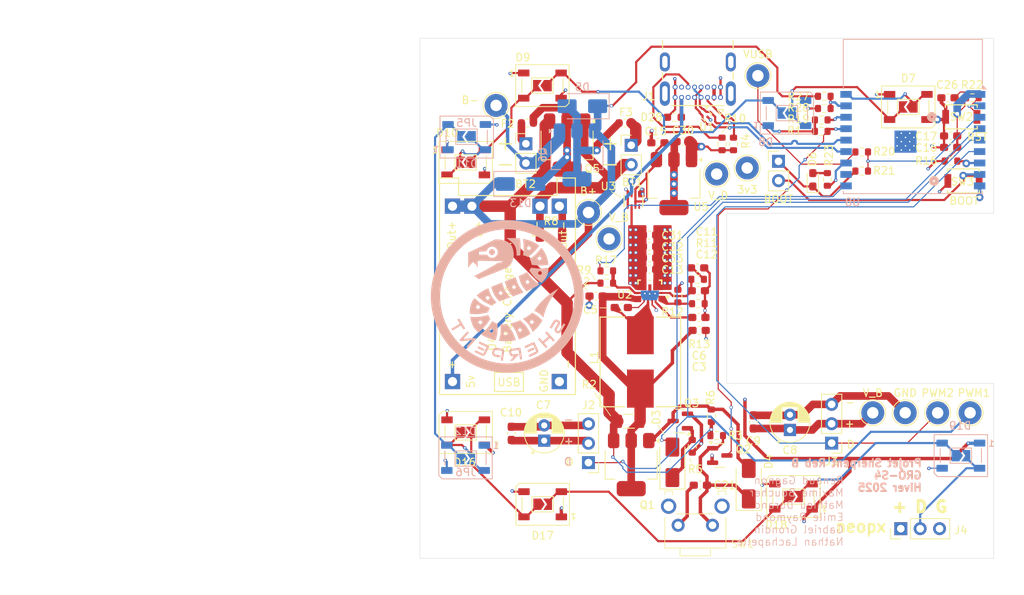
<source format=kicad_pcb>
(kicad_pcb (version 20241229) (generator "pcbnew") (generator_version "9.0")
  (layers (0 "F.Cu" signal) (4 "In1.Cu" power "GND.Cu") (6 "In2.Cu" power "ALIM.Cu") (2 "B.Cu" signal) (13 "F.Paste" user) (15 "B.Paste" user) (5 "F.SilkS" user "F.Silkscreen") (7 "B.SilkS" user "B.Silkscreen") (1 "F.Mask" user) (3 "B.Mask" user) (25 "Edge.Cuts" user))
  (net 0 "")
  (net 1 "GND")
  (net 2 "Net-(BT1-+)")
  (net 3 "/VBATT")
  (net 4 "+9V")
  (net 5 "+3.3V")
  (net 6 "Net-(U2-VIN)")
  (net 8 "Net-(J1-CC1)")
  (net 9 "Net-(J1-CC2)")
  (net 11 "/VDIODE")
  (net 12 "/VUSB")
  (net 13 "Net-(BT2-+)")
  (net 14 "/USB_ESP32P")
  (net 15 "/USB_ESP32N")
  (net 16 "/Moteur1_PWM")
  (net 17 "/StayOn")
  (net 18 "Net-(U8-EN)")
  (net 19 "/Moteur2_PWM")
  (net 20 "Net-(D4-K)")
  (net 21 "Net-(JP7-B)")
  (net 22 "/BOOST_EN")
  (net 23 "Net-(C5-Pad1)")
  (net 24 "Net-(U2-BST)")
  (net 25 "Net-(U2-VCC)")
  (net 26 "Net-(C11-Pad1)")
  (net 27 "Net-(U2-COMP)")
  (net 28 "Net-(U8-IO8)")
  (net 29 "Net-(U8-IO2)")
  (net 30 "Net-(U8-IO1)")
  (net 31 "Net-(U8-IO20{slash}RXD)")
  (net 32 "Net-(D3-K)")
  (net 33 "Net-(D4-A)")
  (net 34 "Net-(D6-A)")
  (net 35 "/NEOPX")
  (net 36 "/Button")
  (net 37 "Net-(U8-IO21{slash}TXD)")
  (net 38 "Net-(U2-FB)")
  (net 39 "Net-(D5-A)")
  (net 40 "Net-(D7-DOUT)")
  (net 41 "/NEO_Row2")
  (net 42 "Net-(D10-DIN)")
  (net 43 "Net-(D8-DOUT)")
  (net 44 "Net-(D10-DOUT)")
  (net 45 "Net-(D11-DOUT)")
  (net 46 "/neo_end")
  (net 47 "Net-(D16-DOUT)")
  (net 48 "Net-(D17-DOUT)")
  (net 49 "Net-(D18-DOUT)")
  (net 54 "/B-")
  (net 55 "Net-(U2-EN)")
  (net 56 "Net-(D13-A)")
  (net 57 "AGND")
  (net 58 "Net-(U8-IO4)")
  (net 59 "Net-(U3-ST)")
  (footprint "LED_SMD:LED_WS2812B_PLCC4_5.0x5.0mm_P3.2mm" (layer "F.Cu") (at 147.9676 75.1)
    (property "Reference" "D9")
    (property "Value" "WS2812B")
  )
  (footprint "Capacitor_SMD:C_0603_1608Metric_Pad1.08x0.95mm_HandSolder" (layer "F.Cu") (at 168.4 102)
    (property "Reference" "C12")
    (property "Value" "100p")
  )
  (footprint "Resistor_SMD:R_0603_1608Metric" (layer "F.Cu") (at 156.4 101)
    (property "Reference" "R9")
    (property "Value" "10k")
  )
  (footprint "Capacitor_SMD:C_0603_1608Metric_Pad1.08x0.95mm_HandSolder" (layer "F.Cu") (at 168.5 107.2)
    (property "Reference" "C3")
    (property "Value" "100n")
  )
  (footprint "LM66200DRLR:SOT-5X3_DRL_TEX-L" (layer "F.Cu") (at 159.9 90.2 -90)
    (property "Reference" "U3")
    (property "Value" "LM66200DRLR")
  )
  (footprint "Package_TO_SOT_SMD:Texas_DRT-3" (layer "F.Cu") (at 169.3 78.9 -135)
    (property "Reference" "U1")
    (property "Value" "TPD2EUSB30")
  )
  (footprint "TestPoint:TestPoint_Loop_D2.54mm_Drill1.5mm_Beaded" (layer "F.Cu") (at 154.009327 91.736442)
    (property "Reference" "TP10")
    (property "Value" "B+")
  )
  (footprint "TestPoint:TestPoint_Loop_D2.54mm_Drill1.5mm_Beaded" (layer "F.Cu") (at 195.5 118)
    (property "Reference" "TP16" (hide yes))
    (property "Value" "GND")
  )
  (footprint "Jumper:SolderJumper-2_P1.3mm_Open_TrianglePad1.0x1.5mm" (layer "F.Cu") (at 148 129.9986)
    (property "Reference" "JP17" (hide yes))
    (property "Value" "SolderJumper_2_Open")
  )
  (footprint "Resistor_SMD:R_0603_1608Metric" (layer "F.Cu") (at 189.8 86.31)
    (property "Reference" "R21")
    (property "Value" "10k")
  )
  (footprint "Capacitor_SMD:C_0603_1608Metric_Pad1.08x0.95mm_HandSolder" (layer "F.Cu") (at 158.3 104.2)
    (property "Reference" "C5")
    (property "Value" "100nf")
  )
  (footprint "Resistor_SMD:R_1206_3216Metric" (layer "F.Cu") (at 159.3029 119.115171)
    (property "Reference" "R2")
    (property "Value" "0")
  )
  (footprint "Capacitor_SMD:C_0603_1608Metric_Pad1.08x0.95mm_HandSolder" (layer "F.Cu") (at 201.449998 83.2 180)
    (property "Reference" "C16")
    (property "Value" "10u")
  )
  (footprint "MountingHole:MountingHole_3.2mm_M3" (layer "F.Cu") (at 157 73)
    (property "Reference" "H2" (hide yes))
    (property "Value" "MountingHole")
  )
  (footprint "Capacitor_SMD:C_0603_1608Metric_Pad1.08x0.95mm_HandSolder" (layer "F.Cu") (at 162 97.7)
    (property "Reference" "C33")
    (property "Value" "47u")
  )
  (footprint "Connector_PinHeader_2.54mm:PinHeader_1x03_P2.54mm_Vertical" (layer "F.Cu") (at 194.92 133.2 90)
    (property "Reference" "J4")
    (property "Value" "Conn_01x03_Socket")
  )
  (footprint "TestPoint:TestPoint_Loop_D2.54mm_Drill1.5mm_Beaded" (layer "F.Cu") (at 156.7 95.2)
    (property "Reference" "TP14" (hide yes))
    (property "Value" "V_B")
  )
  (footprint "Resistor_SMD:R_0603_1608Metric" (layer "F.Cu") (at 171.5 82.75 -90)
    (property "Reference" "R10")
    (property "Value" "5.1k")
  )
  (footprint "Jumper:SolderJumper-2_P1.3mm_Open_TrianglePad1.0x1.5mm" (layer "F.Cu") (at 137.9164 120.578)
    (property "Reference" "JP18" (hide yes))
    (property "Value" "SolderJumper_2_Open")
  )
  (footprint "MountingHole:MountingHole_3.2mm_M3" (layer "F.Cu") (at 139 133)
    (property "Reference" "H3" (hide yes))
    (property "Value" "MountingHole")
  )
  (footprint "TestPoint:TestPoint_Loop_D2.54mm_Drill1.5mm_Beaded" (layer "F.Cu") (at 191.25 118)
    (property "Reference" "TP15")
    (property "Value" "V_B")
  )
  (footprint "LED_SMD:LED_WS2812B_PLCC4_5.0x5.0mm_P3.2mm" (layer "F.Cu") (at 148 129.9986 180)
    (property "Reference" "D17")
    (property "Value" "WS2812B")
  )
  (footprint "LED_SMD:LED_WS2812B_PLCC4_5.0x5.0mm_P3.2mm" (layer "F.Cu") (at 137.9164 85.1628)
    (property "Reference" "D10")
    (property "Value" "WS2812B")
  )
  (footprint "Resistor_SMD:R_0603_1608Metric" (layer "F.Cu") (at 184.5 81.1)
    (property "Reference" "R1")
    (property "Value" "10k")
  )
  (footprint "LED_SMD:LED_0603_1608Metric_Pad1.05x0.95mm_HandSolder" (layer "F.Cu") (at 183.395 87.449 90)
    (property "Reference" "D6")
    (property "Value" "LED")
  )
  (footprint "Resistor_SMD:R_0603_1608Metric" (layer "F.Cu") (at 168.4 103.7)
    (property "Reference" "R13")
    (property "Value" "48.7k")
  )
  (footprint "Resistor_SMD:R_0603_1608Metric" (layer "F.Cu") (at 168.3 100.5)
    (property "Reference" "R11")
    (property "Value" "45.3k")
  )
  (footprint "Jumper:SolderJumper-2_P1.3mm_Open_TrianglePad1.0x1.5mm" (layer "F.Cu") (at 137.9164 85.1628 180)
    (property "Reference" "JP4" (hide yes))
    (property "Value" "SolderJumper_2_Open")
  )
  (footprint "TestPoint:TestPoint_Loop_D2.54mm_Drill1.5mm_Beaded" (layer "F.Cu") (at 170.8 86.7)
    (property "Reference" "TP7" (hide yes))
    (property "Value" "V_D")
  )
  (footprint "Capacitor_SMD:C_0603_1608Metric_Pad1.08x0.95mm_HandSolder" (layer "F.Cu") (at 168.3 99)
    (property "Reference" "C11")
    (property "Value" "39n")
  )
  (footprint "Fuse:Fuse_0603_1608Metric" (layer "F.Cu") (at 158.8 80 180)
    (property "Reference" "F3")
    (property "Value" "10A")
  )
  (footprint "Resistor_SMD:R_0603_1608Metric" (layer "F.Cu") (at 184.5 79.6)
    (property "Reference" "R19")
    (property "Value" "10k")
  )
  (footprint "Capacitor_SMD:C_0603_1608Metric_Pad1.08x0.95mm_HandSolder" (layer "F.Cu") (at 166.4 82.45 180)
    (property "Reference" "C30")
    (property "Value" "100u")
  )
  (footprint "Capacitor_THT:CP_Radial_D5.0mm_P2.00mm" (layer "F.Cu") (at 180.4 120.255113 90)
    (property "Reference" "C8")
    (property "Value" "100u")
  )
  (footprint "MountingHole:MountingHole_3.2mm_M3" (layer "F.Cu") (at 139 73)
    (property "Reference" "H1" (hide yes))
    (property "Value" "MountingHole")
  )
  (footprint "LED_SMD:LED_WS2812B_PLCC4_5.0x5.0mm_P3.2mm" (layer "F.Cu") (at 137.9164 120.578 180)
    (property "Reference" "D16")
    (property "Value" "WS2812B")
  )
  (footprint "TestPoint:TestPoint_Loop_D2.54mm_Drill1.5mm_Beaded" (layer "F.Cu") (at 174.8 85.9)
    (property "Reference" "TP4" (hide yes))
    (property "Value" "3v3")
  )
  (footprint "Connector_PinHeader_2.54mm:PinHeader_1x02_P2.54mm_Vertical" (layer "F.Cu") (at 178.9 85.025)
    (property "Reference" "JP7" (hide yes))
    (property "Value" "BOOT")
  )
  (footprint "Capacitor_SMD:C_0603_1608Metric_Pad1.08x0.95mm_HandSolder" (layer "F.Cu") (at 162 96.2)
    (property "Reference" "C32")
    (property "Value" "47u")
  )
  (footprint "Resistor_SMD:R_0603_1608Metric" (layer "F.Cu") (at 204.3 76.7 180)
    (property "Reference" "R22")
    (property "Value" "10k")
  )
  (footprint "Capacitor_SMD:C_0603_1608Metric_Pad1.08x0.95mm_HandSolder" (layer "F.Cu") (at 143.9 120.7 90)
    (property "Reference" "C10")
    (property "Value" "1u")
  )
  (footprint "Package_TO_SOT_SMD:SOT-23" (layer "F.Cu") (at 166.0276 119.0824 180)
    (property "Reference" "Q3")
    (property "Value" "Q_NMOS_GSD")
  )
  (footprint "Jumper:SolderJumper-2_P1.3mm_Open_TrianglePad1.0x1.5mm" (layer "F.Cu") (at 147.9676 75.1 180)
    (property "Reference" "JP3" (hide yes))
    (property "Value" "SolderJumper_2_Open")
  )
  (footprint "Resistor_SMD:R_0603_1608Metric" (layer "F.Cu") (at 156.4 99.4)
    (property "Reference" "R17")
    (property "Value" "0")
  )
  (footprint "Capacitor_SMD:C_0603_1608Metric_Pad1.08x0.95mm_HandSolder" (layer "F.Cu") (at 163.1 82.6 180)
    (property "Reference" "C15")
    (property "Value" "10u")
  )
  (footprint "TestPoint:TestPoint_Loop_D2.54mm_Drill1.5mm_Beaded" (layer "F.Cu") (at 204 118)
    (property "Reference" "TP12" (hide yes))
    (property "Value" "PWM1")
  )
  (footprint "Capacitor_SMD:C_0603_1608Metric_Pad1.08x0.95mm_HandSolder" (layer "F.Cu") (at 168.6625 127.5)
    (property "Reference" "C21")
    (property "Value" "100n")
  )
  (footprint "Resistor_SMD:R_0603_1608Metric" (layer "F.Cu") (at 167.6 122.4 -90)
    (property "Reference" "R5")
    (property "Value" "10k")
  )
  (footprint "Resistor_SMD:R_0603_1608Metric_Pad0.98x0.95mm_HandSolder" (layer "F.Cu") (at 165.25 79.25 180)
    (property "Reference" "D28")
    (property "Value" "D_Zener")
  )
  (footprint "Connector_PinHeader_2.54mm:PinHeader_1x03_P2.54mm_Vertical" (layer "F.Cu") (at 154 124.54 180)
    (property "Reference" "J2")
    (property "Value" "Conn_01x03_Socket")
  )
  (footprint "LED_SMD:LED_WS2812B_PLCC4_5.0x5.0mm_P3.2mm" (layer "F.Cu") (at 195.9 77.9)
    (property "Reference" "D7")
    (property "Value" "WS2812B")
  )
  (footprint "Fuse:Fuse_0603_1608Metric" (layer "F.Cu") (at 146 80)
    (property "Reference" "F2")
    (property "Value" "10A")
  )
  (footprint "Capacitor_SMD:C_0603_1608Metric_Pad1.08x0.95mm_HandSolder" (layer "F.Cu") (at 201.1 76.7 180)
    (property "Reference" "C26")
    (property "Value" "0.1u")
  )
  (footprint "Connector_PinHeader_2.54mm:PinHeader_1x02_P2.54mm_Vertical" (layer "F.Cu") (at 159.6 82.925)
    (property "Reference" "BT1")
    (property "Value" "Battery_Cell")
  )
  (footprint "Resistor_SMD:R_0603_1608Metric" (layer "F.Cu") (at 201.5 85)
    (property "Reference" "R16")
    (property "Value" "10k")
  )
  (footprint "Package_TO_SOT_SMD:SOT-223" (layer "F.Cu") (at 151.2 82.9 -90)
    (property "Reference" "Q5")
    (property "Value" "PMOS")
  )
  (footprint "Resistor_SMD:R_0603_1608Metric" (layer "F.Cu") (at 170.1 118.4 90)
    (property "Reference" "R6")
    (property "Value" "10k")
  )
  (footprint "TPS61288LRQQR:RQQ0011A-MFG" (layer "F.Cu") (at 162.043713 101.916213 180)
    (property "Reference" "U2")
    (property "Value" "TPS61288LRQQR")
  )
  (footprint "LED_SMD:LED_WS2812B_PLCC4_5.0x5.0mm_P3.2mm" (layer "F.Cu") (at 180.8606 128.9854 180)
    (property "Reference" "D18")
    (property "Value" "WS2812B")
  )
  (footprint "Capacitor_SMD:C_0603_1608Metric_Pad1.08x0.95mm_HandSolder" (layer "F.Cu") (at 162 94.7)
    (property "Reference" "C31")
    (property "Value" "47u")
  )
  (footprint "Jumper:SolderJumper-2_P1.3mm_Open_TrianglePad1.0x1.5mm" (layer "F.Cu") (at 195.9 77.9 180)
    (property "Reference" "JP1" (hide yes))
    (property "Value" "SolderJumper_2_Open")
  )
  (footprint "TestPoint:TestPoint_Loop_D2.54mm_Drill1.5mm_Beaded" (layer "F.Cu") (at 199.75 118.010255)
    (property "Reference" "TP13" (hide yes))
    (property "Value" "PWM2")
  )
  (footprint "Resistor_SMD:R_0603_1608Metric" (layer "F.Cu") (at 184.9 78.1)
    (property "Reference" "R28")
    (property "Value" "100k 1%")
  )
  (footprint "Capacitor_SMD:C_0603_1608Metric_Pad1.08x0.95mm_HandSolder" (layer "F.Cu") (at 175.6 119.2 90)
    (property "Reference" "C9")
    (property "Value" "1u")
  )
  (footprint "Resistor_SMD:R_0603_1608Metric" (layer "F.Cu") (at 165.717018 102.7 -90)
    (property "Reference" "R12")
    (property "Value" "357k")
  )
  (footprint "Package_TO_SOT_SMD:SOT-223" (layer "F.Cu") (at 159.6 124.8 -90)
    (property "Reference" "Q1")
    (property "Value" "PMOS")
  )
  (footprint "Resistor_SMD:R_0603_1608Metric" (layer "F.Cu") (at 185.3 87.4 -90)
    (property "Reference" "R23")
    (property "Value" "130")
  )
  (footprint "Package_TO_SOT_SMD:SOT-223-3_TabPin2" (layer "F.Cu") (at 165.2 87.95 -90)
    (property "Reference" "U5")
    (property "Value" "LD1117S33TR_SOT223")
  )
  (footprint "Capacitor_SMD:C_0603_1608Metric_Pad1.08x0.95mm_HandSolder" (layer "F.Cu") (at 162 99.2)
    (property "Reference" "C13")
    (property "Value" "47u")
  )
  (footprint "Capacitor_SMD:C_0603_1608Metric_Pad1.08x0.95mm_HandSolder" (layer "F.Cu") (at 168.4625 105.5)
    (property "Reference" "C6")
    (property "Value" "2.2u")
  )
  (footprint "CS1213AGF160:SW_CS1213AG_CRS" (layer "F.Cu") (at 203.135551 87.6)
    (property "Reference" "SW3")
    (property "Value" "BOOT")
  )
  (footprint "CS1213AGF160:SW_CS1213AG_CRS" (layer "F.Cu") (at 202.849998 79.2)
    (property "Reference" "SW2")
    (property "Value" "RESET")
  )
  (footprint "Capacitor_SMD:C_0603_1608Metric_Pad1.08x0.95mm_HandSolder" (layer "F.Cu") (at 155 102.7 180)
    (property "Reference" "C2")
    (property "Value" "10u")
  )
  (footprint "Resistor_SMD:R_1206_3216Metric" (layer "F.Cu") (at 149.1 94.7)
    (property "Reference" "R8")
    (property "Value" "0")
  )
  (footprint "2137160001:MOLEX_2137160001" (layer "F.Cu") (at 168.3298 68.9992 180)
    (property "Reference" "J1")
    (property "Value" "2137160001")
  )
  (footprint "Diode_SMD:D_SMA" (layer "F.Cu") (at 165 124.5 90)
    (property "Reference" "D3")
    (property "Value" "SS14")
  )
  (footprint "Capacitor_THT:CP_Radial_D5.0mm_P2.00mm" (layer "F.Cu") (at 148.2 121.655113 90)
    (property "Reference" "C7")
    (property "Value" "100u")
  )
  (footprint "Resistor_SMD:R_0603_1608Metric" (layer "F.Cu") (at 184.9 76.5 180)
    (property "Reference" "R27")
    (property "Value" "50k")
  )
  (footprint "TestPoint:TestPoint_Loop_D2.54mm_Drill1.5mm_Beaded" (layer "F.Cu") (at 141.9 77.7)
    (property "Reference" "TP11" (hide yes))
    (property "Value" "B-")
  )
  (footprint "Connector_PinHeader_2.54mm:PinHeader_1x03_P2.54mm_Vertical" (layer "F.Cu") (at 185.8606 121.979487 180)
    (property "Reference" "J3")
    (property "Value" "Conn_01x03_Socket")
  )
  (footprint "Resistor_SMD:R_0603_1608Metric" (layer "F.Cu") (at 173 82.75 90)
    (property "Reference" "R4")
    (property "Value" "5.1k")
  )
  (footprint "Package_TO_SOT_SMD:SOT-23" (layer "F.Cu") (at 171.2 123.6)
    (property "Reference" "Q2")
    (property "Value" "Q_NMOS_GSD")
  )
  (footprint "MountingHole:MountingHole_3.2mm_M3" (layer "F.Cu") (at 157 133)
    (property "Reference" "H4" (hide yes))
    (property "Value" "MountingHole")
  )
  (footprint "CMLE105T-2R2MS:IND_CMLE105T-1R0&slash_1R5&slash_2R2_CYN" (layer "F.Cu") (at 160.8 111.3307 90)
    (property "Reference" "L1")
    (property "Value" "1.2u")
  )
  (footprint "Resistor_SMD:R_0603_1608Metric" (layer "F.Cu") (at 170.8026 121)
    (property "Reference" "R3")
    (property "Value" "10k")
  )
  (footprint "Capacitor_SMD:C_0603_1608Metric_Pad1.08x0.95mm_HandSolder" (layer "F.Cu") (at 201.449998 81.7 180)
    (property "Reference" "C17")
    (property "Value" "0.1u")
  )
  (footprint "Connector_PinHeader_2.54mm:PinHeader_1x02_P2.54mm_Vertical" (layer "F.Cu") (at 145.8 82.725)
    (property "Reference" "BT2")
    (property "Value" "Battery_Cell")
  )
  (footprint "TP4056:TP4056-18650" (layer "F.Cu") (at 134.4875 115.6125 90)
    (property "Reference" "U4")
    (property "Value" "TP4056")
  )
  (footprint "Resistor_SMD:R_0603_1608Metric" (layer "F.Cu") (at 189.8 83.8)
    (property "Reference" "R20")
    (property "Value" "10k")
  )
  (footprint "Jumper:SolderJumper-2_P1.3mm_Open_TrianglePad1.0x1.5mm" (layer "F.Cu") (at 180.8606 128.9854)
    (property "Reference" "JP16" (hide yes))
    (property "Value" "SolderJumper_2_Open")
  )
  (footprint "Diode_SMD:D_SMA" (layer "F.Cu") (at 175 127.3 90)
    (property "Reference" "D4")
    (property "Value" "SS14")
  )
  (footprint "TestPoint:TestPoint_Loop_D2.54mm_Drill1.5mm_Beaded" (layer "F.Cu") (at 176.2 73.8)
    (property "Reference" "TP2" (hide yes))
    (property "Value" "VUSB")
  )
  (footprint "CT1102V3.15F100:CT1102V3.15F100" (layer "F.Cu") (at 164.5 130.25)
    (property "Reference" "SW1")
    (property "Value" "CT1102" (hide yes))
  )
  (footprint "Jumper:SolderJumper-2_P1.3mm_Open_TrianglePad1.0x1.5mm" (layer "B.Cu") (at 180 78.7 180)
    (property "Reference" "JP2" (hide yes))
    (property "Value" "SolderJumper_2_Open")
  )
  (footprint "LED_SMD:LED_WS2812B_PLCC4_5.0x5.0mm_P3.2mm" (layer "B.Cu") (at 180 78.7)
    (property "Reference" "D8")
    (property "Value" "WS2812B")
  )
  (footprint "Package_TO_SOT_SMD:SOT-223" (layer "B.Cu") (at 152.5 84.2 -90)
    (property "Reference" "Q6")
    (property "Value" "PMOS")
  )
  (footprint "Jumper:SolderJumper-2_P1.3mm_Open_TrianglePad1.0x1.5mm" (layer "B.Cu") (at 138.025 81.8 180)
    (property "Reference" "JP5")
    (property "Value" "SolderJumper_2_Open")
  )
  (footprint "LED_SMD:LED_WS2812B_PLCC4_5.0x5.0mm_P3.2mm" (layer "B.Cu") (at 202.7924 123.625 180)
    (property "Reference" "D19")
    (property "Value" "WS2812B")
  )
  (footprint "LED_SMD:LED_WS2812B_PLCC4_5.0x5.0mm_P3.2mm" (layer "B.Cu") (at 137.89 123.915 180)
    (property "Reference" "D12")
    (property "Value" "WS2812B")
  )
  (footprint "Diode_SMD:D_SMA" (layer "B.Cu") (at 153.2 77.8 180)
    (property "Reference" "D5")
    (property "Value" "SS14")
  )
  (footprint "RF_Module:ESP32-C3-WROOM-02" (layer "B.Cu") (at 196.5 82.25 180)
    (property "Reference" "U8")
    (property "Value" "ESP32-C3-WROOM-02")
  )
  (footprint "Jumper:SolderJumper-2_P1.3mm_Open_TrianglePad1.0x1.5mm" (layer "B.Cu") (at 137.925 124)
    (property "Reference" "JP6")
    (property "Value" "SolderJumper_2_Open")
  )
  (footprint "Diode_SMD:D_SMA" (layer "B.Cu") (at 145.1 88)
    (property "Reference" "D13")
    (property "Value" "SS14")
  )
  (footprint "LED_SMD:LED_WS2812B_PLCC4_5.0x5.0mm_P3.2mm" (layer "B.Cu") (at 138.05 81.85)
    (property "Reference" "D11")
    (property "Value" "WS2812B")
  )
  (footprint "Jumper:SolderJumper-2_P1.3mm_Open_TrianglePad1.0x1.5mm" (layer "B.Cu") (at 202.7924 123.625)
    (property "Reference" "JP15" (hide yes))
    (property "Value" "SolderJumper_2_Open")
  )
  (gr_poly (pts (xy 161.836779 102.997954) (xy 161.899438 104.280789) (xy 162.4 105.5) (xy 159.9 105.5) (xy 160.8 104.7) (xy 161.7 103.8) (xy 161.7514 103.487904) (xy 161.755955 103.000026)) (stroke (width 0.2)) (fill yes) (layer "F.Cu") (net 23))
  (gr_poly (pts (xy 160.024694 102.75) (xy 160.8 102.8) (xy 160.8 103.4) (xy 160.1 103.4) (xy 159.1 103.2) (xy 158.859577 102.385519)) (stroke (width 0.2)) (fill yes) (layer "F.Cu") (net 6))
  (gr_line (start 155.5 104.25) (end 156.5 104.25) (stroke (width 0.1)) (layer "F.SilkS"))
  (gr_line (start 154.8 115.4) (end 156.9 118.4) (stroke (width 0.1)) (layer "F.SilkS"))
  (gr_line (start 167.25 124) (end 167.5 124.5) (stroke (width 0.1)) (layer "F.SilkS"))
  (gr_line (start 154.3 99.7) (end 154.9 100.6) (stroke (width 0.1)) (layer "F.SilkS"))
  (gr_line (start 172.5 80.25) (end 171.5 81.25) (stroke (width 0.1)) (layer "F.SilkS"))
  (gr_line (start 157 89) (end 158.25 89.75) (stroke (width 0.1)) (layer "F.SilkS"))
  (gr_line (start 153.35 101.45) (end 153.85 101.95) (stroke (width 0.1)) (layer "F.SilkS"))
  (gr_line (start 163.1 119.6) (end 164 120.9) (stroke (width 0.1)) (layer "F.SilkS"))
  (gr_poly (pts (xy 144.144442 100.368896) (xy 143.803121 100.499833) (xy 143.053037 100.786593) (xy 143.081981 100.895348) (xy 143.115951 101.014934) (xy 143.160956 101.163453) (xy 143.215523 101.329998) (xy 143.245932 101.416623) (xy 143.278178 101.503665) (xy 143.312079 101.589762) (xy 143.347449 101.673549) (xy 143.384105 101.753665) (xy 143.421862 101.828745) (xy 143.462476 101.901488) (xy 143.508107 101.976698) (xy 143.557701 102.053388) (xy 143.610204 102.130567) (xy 143.719721 102.282448) (xy 143.828231 102.424437) (xy 143.927301 102.548631) (xy 144.008503 102.647126) (xy 144.08358 102.735407) (xy 144.134544 102.716944) (xy 144.832135 102.462687) (xy 145.167865 102.337314) (xy 145.493798 102.211912) (xy 145.420684 102.123613) (xy 145.341455 102.024912) (xy 145.244589 101.900221) (xy 145.138194 101.757322) (xy 145.083958 101.681476) (xy 145.03038 101.603997) (xy 144.978475 101.525857) (xy 144.977936 101.525005) (xy 144.474102 101.525005) (xy 144.473792 101.537286) (xy 144.47287 101.549406) (xy 144.471352 101.561349) (xy 144.469254 101.573101) (xy 144.466589 101.584647) (xy 144.463373 101.595972) (xy 144.459621 101.607061) (xy 144.455347 101.617898) (xy 144.450568 101.62847) (xy 144.445298 101.63876) (xy 144.439551 101.648754) (xy 144.433344 101.658437) (xy 144.42669 101.667794) (xy 144.419605 101.676809) (xy 144.412104 101.685469) (xy 144.404202 101.693757) (xy 144.395913 101.701659) (xy 144.387254 101.70916) (xy 144.378238 101.716245) (xy 144.368882 101.722899) (xy 144.359199 101.729106) (xy 144.349205 101.734853) (xy 144.338915 101.740123) (xy 144.328343 101.744903) (xy 144.317506 101.749176) (xy 144.306417 101.752928) (xy 144.295092 101.756144) (xy 144.283546 101.758809) (xy 144.271794 101.760907) (xy 144.25985 101.762425) (xy 144.247731 101.763347) (xy 144.23545 101.763657) (xy 144.223169 101.763347) (xy 144.21105 101.762425) (xy 144.199106 101.760907) (xy 144.187354 101.758809) (xy 144.175808 101.756144) (xy 144.164483 101.752928) (xy 144.153395 101.749176) (xy 144.142557 101.744903) (xy 144.131986 101.740123) (xy 144.121695 101.734853) (xy 144.111701 101.729106) (xy 144.102018 101.722899) (xy 144.092662 101.716245) (xy 144.083646 101.70916) (xy 144.074987 101.701659) (xy 144.066698 101.693757) (xy 144.058796 101.685469) (xy 144.051295 101.676809) (xy 144.04421 101.667794) (xy 144.037556 101.658437) (xy 144.031348 101.648754) (xy 144.025602 101.63876) (xy 144.020331 101.62847) (xy 144.015552 101.617898) (xy 144.011279 101.607061) (xy 144.007527 101.595972) (xy 144.004311 101.584647) (xy 144.001646 101.573101) (xy 143.999547 101.561349) (xy 143.998029 101.549406) (xy 143.997107 101.537286) (xy 143.996797 101.525005) (xy 143.997107 101.512724) (xy 143.998029 101.500605) (xy 143.999547 101.488662) (xy 144.001646 101.476909) (xy 144.004311 101.465363) (xy 144.007527 101.454038) (xy 144.011279 101.44295) (xy 144.015552 101.432112) (xy 144.020331 101.421541) (xy 144.025602 101.411251) (xy 144.031348 101.401257) (xy 144.037556 101.391574) (xy 144.04421 101.382217) (xy 144.051295 101.373202) (xy 144.058796 101.364542) (xy 144.066698 101.356254) (xy 144.074987 101.348352) (xy 144.083646 101.340851) (xy 144.092662 101.333766) (xy 144.102018 101.327112) (xy 144.111701 101.320904) (xy 144.121695 101.315158) (xy 144.131986 101.309887) (xy 144.142557 101.305108) (xy 144.153395 101.300835) (xy 144.164483 101.297083) (xy 144.175808 101.293867) (xy 144.187354 101.291202) (xy 144.199106 101.289103) (xy 144.21105 101.287585) (xy 144.223169 101.286663) (xy 144.23545 101.286353) (xy 144.247731 101.286663) (xy 144.25985 101.287585) (xy 144.271794 101.289103) (xy 144.283546 101.291202) (xy 144.295092 101.293867) (xy 144.306417 101.297083) (xy 144.317506 101.300835) (xy 144.328343 101.305108) (xy 144.338915 101.309887) (xy 144.349205 101.315158) (xy 144.359199 101.320904) (xy 144.368882 101.327112) (xy 144.378238 101.333766) (xy 144.387254 101.340851) (xy 144.395913 101.348352) (xy 144.404202 101.356254) (xy 144.412104 101.364542) (xy 144.419605 101.373202) (xy 144.42669 101.382217) (xy 144.433344 101.391574) (xy 144.439551 101.401257) (xy 144.445298 101.411251) (xy 144.450568 101.421541) (xy 144.455347 101.432112) (xy 144.459621 101.44295) (xy 144.463373 101.454038) (xy 144.466589 101.465363) (xy 144.469254 101.476909) (xy 144.471352 101.488662) (xy 144.47287 101.500605) (xy 144.473792 101.512724) (xy 144.474102 101.525005) (xy 144.977936 101.525005) (xy 144.929256 101.448029) (xy 144.883736 101.371486) (xy 144.842929 101.297201) (xy 144.805279 101.221583) (xy 144.768448 101.140826) (xy 144.698136 100.969427) (xy 144.633767 100.794061) (xy 144.577119 100.625785) (xy 144.529968 100.475656) (xy 144.494089 100.354731) (xy 144.463255 100.244722)) (stroke (width -0.000001)) (fill yes) (layer "B.SilkS"))
  (gr_line (start 143.421862 101.828744) (end 143.384105 101.753663) (stroke (width 0.021695)) (layer "B.SilkS"))
  (gr_poly (pts (xy 148.644592 98.994137) (xy 148.517119 99.013011) (xy 148.357687 99.034703) (xy 148.177277 99.056486) (xy 147.986869 99.075631) (xy 147.891346 99.083361) (xy 147.797441 99.089409) (xy 147.706526 99.093432) (xy 147.619974 99.095091) (xy 147.44322 99.090984) (xy 147.254483 99.078955) (xy 147.064722 99.061616) (xy 146.884892 99.041575) (xy 146.598856 99.003833) (xy 146.484032 98.986612) (xy 146.473953 99.008724) (xy 146.463203 99.030632) (xy 146.451782 99.052343) (xy 146.439689 99.073862) (xy 146.426926 99.095196) (xy 146.413491 99.11635) (xy 146.399387 99.137329) (xy 146.384611 99.158141) (xy 146.369166 99.178789) (xy 146.353051 99.199282) (xy 146.336266 99.219623) (xy 146.318811 99.23982) (xy 146.300687 99.259877) (xy 146.281893 99.279801) (xy 146.262431 99.299597) (xy 146.242299 99.319271) (xy 146.308597 99.417424) (xy 146.383133 99.52475) (xy 146.477852 99.657249) (xy 146.587196 99.804679) (xy 146.645616 99.880792) (xy 146.705608 99.956796) (xy 146.766478 100.03141) (xy 146.827532 100.103355) (xy 146.888073 100.171349) (xy 146.947409 100.234113) (xy 147.008869 100.294665) (xy 147.075304 100.35629) (xy 147.145479 100.418302) (xy 147.218161 100.480012) (xy 147.366114 100.599782) (xy 147.509294 100.710102) (xy 147.637833 100.805475) (xy 147.741865 100.880405) (xy 147.836931 100.946945) (xy 147.94194 100.851093) (xy 148.041289 100.752317) (xy 148.134839 100.650462) (xy 148.22245 100.545372) (xy 148.303983 100.436895) (xy 148.379299 100.324874) (xy 148.448256 100.209155) (xy 148.510717 100.089584) (xy 148.566541 99.966006) (xy 148.615588 99.838266) (xy 148.657719 99.706209) (xy 148.667015 99.670025) (xy 147.880322 99.670025) (xy 147.880011 99.682306) (xy 147.87909 99.694425) (xy 147.877572 99.706369) (xy 147.875473 99.718121) (xy 147.872808 99.729667) (xy 147.869592 99.740992) (xy 147.86584 99.752081) (xy 147.861567 99.762918) (xy 147.856788 99.77349) (xy 147.851517 99.78378) (xy 147.845771 99.793774) (xy 147.839563 99.803457) (xy 147.832909 99.812814) (xy 147.825824 99.821829) (xy 147.818323 99.830489) (xy 147.810421 99.838777) (xy 147.802133 99.846679) (xy 147.793473 99.85418) (xy 147.784458 99.861265) (xy 147.775101 99.867919) (xy 147.765418 99.874127) (xy 147.755424 99.879873) (xy 147.745134 99.885144) (xy 147.734563 99.889923) (xy 147.723725 99.894196) (xy 147.712636 99.897948) (xy 147.701311 99.901164) (xy 147.689765 99.903829) (xy 147.678013 99.905928) (xy 147.66607 99.907446) (xy 147.65395 99.908367) (xy 147.641669 99.908678) (xy 147.629389 99.908367) (xy 147.617269 99.907446) (xy 147.605326 99.905928) (xy 147.593574 99.903829) (xy 147.582028 99.901164) (xy 147.570703 99.897948) (xy 147.559614 99.894196) (xy 147.548776 99.889923) (xy 147.538205 99.885144) (xy 147.527915 99.879873) (xy 147.517921 99.874127) (xy 147.508238 99.867919) (xy 147.498881 99.861265) (xy 147.489866 99.85418) (xy 147.481206 99.846679) (xy 147.472918 99.838777) (xy 147.465016 99.830489) (xy 147.457515 99.821829) (xy 147.45043 99.812814) (xy 147.443776 99.803457) (xy 147.437568 99.793774) (xy 147.431822 99.78378) (xy 147.426551 99.77349) (xy 147.421772 99.762918) (xy 147.417499 99.752081) (xy 147.413747 99.740992) (xy 147.410531 99.729667) (xy 147.407866 99.718121) (xy 147.405767 99.706369) (xy 147.404249 99.694425) (xy 147.403328 99.682306) (xy 147.403017 99.670025) (xy 147.403328 99.657744) (xy 147.404249 99.645625) (xy 147.405767 99.633681) (xy 147.407866 99.621929) (xy 147.410531 99.610383) (xy 147.413747 99.599058) (xy 147.417499 99.58797) (xy 147.421772 99.577132) (xy 147.426551 99.566561) (xy 147.431822 99.556271) (xy 147.437568 99.546277) (xy 147.443776 99.536594) (xy 147.45043 99.527237) (xy 147.457515 99.518222) (xy 147.465016 99.509562) (xy 147.472918 99.501274) (xy 147.481206 99.493372) (xy 147.489866 99.485871) (xy 147.498881 99.478786) (xy 147.508238 99.472132) (xy 147.517921 99.465924) (xy 147.527915 99.460178) (xy 147.538205 99.454907) (xy 147.548776 99.450128) (xy 147.559614 99.445855) (xy 147.570703 99.442103) (xy 147.582028 99.438887) (xy 147.593574 99.436222) (xy 147.605326 99.434123) (xy 147.617269 99.432606) (xy 147.629389 99.431684) (xy 147.641669 99.431373) (xy 147.65395 99.431684) (xy 147.66607 99.432606) (xy 147.678013 99.434123) (xy 147.689765 99.436222) (xy 147.701311 99.438887) (xy 147.712636 99.442103) (xy 147.723725 99.445855) (xy 147.734563 99.450128) (xy 147.745134 99.454907) (xy 147.755424 99.460178) (xy 147.765418 99.465924) (xy 147.775101 99.472132) (xy 147.784458 99.478786) (xy 147.793473 99.485871) (xy 147.802133 99.493372) (xy 147.810421 99.501274) (xy 147.818323 99.509562) (xy 147.825824 99.518222) (xy 147.832909 99.527237) (xy 147.839563 99.536594) (xy 147.845771 99.546277) (xy 147.851517 99.556271) (xy 147.856788 99.566561) (xy 147.861567 99.577132) (xy 147.86584 99.58797) (xy 147.869592 99.599058) (xy 147.872808 99.610383) (xy 147.875473 99.621929) (xy 147.877572 99.633681) (xy 147.87909 99.645625) (xy 147.880011 99.657744) (xy 147.880322 99.670025) (xy 148.667015 99.670025) (xy 148.692795 99.569681) (xy 148.720675 99.428527) (xy 148.74122 99.282593) (xy 148.75429 99.131724) (xy 148.759747 98.975764)) (stroke (width -0.000001)) (fill yes) (layer "B.SilkS"))
  (gr_poly (pts (xy 143.291689 95.103089) (xy 143.421852 95.192921) (xy 143.560915 95.295038) (xy 143.642046 95.357429) (xy 143.728284 95.426245) (xy 143.817659 95.500638) (xy 143.9082 95.579761) (xy 143.997938 95.662765) (xy 144.084903 95.748802) (xy 144.167123 95.837025) (xy 144.205839 95.881692) (xy 144.242631 95.926587) (xy 144.277251 95.971604) (xy 144.309454 96.016638) (xy 144.338994 96.061583) (xy 144.365624 96.106332) (xy 144.39472 96.161716) (xy 144.421286 96.219511) (xy 144.445433 96.279354) (xy 144.467275 96.340879) (xy 144.486926 96.403721) (xy 144.504497 96.467514) (xy 144.520103 96.531893) (xy 144.533855 96.596492) (xy 144.545868 96.660947) (xy 144.556254 96.724892) (xy 144.572598 96.849791) (xy 144.583791 96.968265) (xy 144.590739 97.077394) (xy 144.593402 97.142003) (xy 144.594903 97.200611) (xy 144.59549 97.252413) (xy 144.595412 97.296604) (xy 144.594257 97.358926) (xy 144.59343 97.381133) (xy 144.639838 97.38025) (xy 144.689923 97.377839) (xy 144.743406 97.374254) (xy 144.800007 97.369851) (xy 144.921452 97.360008) (xy 144.985739 97.355278) (xy 145.052032 97.351149) (xy 145.060725 97.241598) (xy 145.079485 96.968401) (xy 145.089208 96.796431) (xy 145.097329 96.614742) (xy 145.102476 96.433735) (xy 145.103276 96.263806) (xy 145.098619 96.093321) (xy 145.089362 95.910338) (xy 145.063487 95.550313) (xy 145.027342 95.158055) (xy 144.769695 95.13339) (xy 144.519749 95.116695) (xy 144.279467 95.106526) (xy 144.050812 95.101441) (xy 143.636226 95.100753)) (stroke (width 0.021695)) (fill no) (layer "B.SilkS"))
  (gr_line (start 143.081981 100.895347) (end 143.053037 100.786592) (stroke (width 0.021695)) (layer "B.SilkS"))
  (gr_line (start 143.927301 102.548631) (end 143.828231 102.424437) (stroke (width 0.021695)) (layer "B.SilkS"))
  (gr_line (start 145.420684 102.123612) (end 145.493798 102.211911) (stroke (width 0.021695)) (layer "B.SilkS"))
  (gr_poly (pts (xy 146.643669 104.887833) (xy 146.643669 104.887832) (xy 146.643668 104.887832)) (stroke (width -0.000001)) (fill yes) (layer "B.SilkS"))
  (gr_poly (pts (xy 149.786368 105.775391) (xy 149.774662 105.775931) (xy 149.763094 105.776752) (xy 149.751666 105.777851) (xy 149.740376 105.779231) (xy 149.729225 105.780889) (xy 149.718214 105.782828) (xy 149.707341 105.785045) (xy 149.696607 105.787543) (xy 149.686012 105.79032) (xy 149.675557 105.793376) (xy 149.66524 105.796712) (xy 149.655062 105.800327) (xy 149.644852 105.804228) (xy 149.63481 105.808328) (xy 149.624935 105.812626) (xy 149.615228 105.817121) (xy 149.605688 105.821815) (xy 149.596317 105.826708) (xy 149.587113 105.831798) (xy 149.578076 105.837086) (xy 149.569208 105.842573) (xy 149.560507 105.848257) (xy 149.551973 105.85414) (xy 149.543608 105.860221) (xy 149.53541 105.8665) (xy 149.527379 105.872978) (xy 149.519517 105.879653) (xy 149.511822 105.886527) (xy 149.504199 105.893444) (xy 149.496788 105.900387) (xy 149.489587 105.907358) (xy 149.482596 105.914355) (xy 149.475816 105.921378) (xy 149.469246 105.928429) (xy 149.462887 105.935506) (xy 149.456738 105.94261) (xy 149.4508 105.949741) (xy 149.445073 105.956898) (xy 149.439556 105.964082) (xy 149.434249 105.971293) (xy 149.429153 105.978531) (xy 149.424268 105.985795) (xy 149.419593 105.993086) (xy 149.415129 106.000404) (xy 148.925247 106.824292) (xy 149.167293 106.968212) (xy 149.657175 106.144325) (xy 149.662389 106.135927) (xy 149.667793 106.127957) (xy 149.673385 106.120414) (xy 149.679167 106.113298) (xy 149.685137 106.10661) (xy 149.691296 106.100349) (xy 149.697644 106.094515) (xy 149.704181 106.089109) (xy 149.710907 106.08413) (xy 149.717822 106.079579) (xy 149.724925 106.075455) (xy 149.732218 106.071758) (xy 149.7397 106.068488) (xy 149.74737 106.065646) (xy 149.755229 106.063231) (xy 149.763278 106.061244) (xy 149.771368 106.059798) (xy 149.779492 106.058776) (xy 149.787649 106.058177) (xy 149.79584 106.058002) (xy 149.804065 106.058251) (xy 149.812323 106.058923) (xy 149.820615 106.060019) (xy 149.828941 106.061539) (xy 149.8373 106.063482) (xy 149.845693 106.065849) (xy 149.854119 106.06864) (xy 149.862579 106.071854) (xy 149.871073 106.075491) (xy 149.8796 106.079553) (xy 149.888161 106.084038) (xy 149.896755 106.088946) (xy 149.905281 106.094218) (xy 149.913405 106.099653) (xy 149.921126 106.105253) (xy 149.928444 106.111017) (xy 149.935359 106.116945) (xy 149.941871 106.123037) (xy 149.947981 106.129294) (xy 149.953688 106.135714) (xy 149.958992 106.142298) (xy 149.963893 106.149047) (xy 149.968392 106.15596) (xy 149.972487 106.163037) (xy 149.97618 106.170278) (xy 149.979471 106.177683) (xy 149.982358 106.185252) (xy 149.984843 106.192985) (xy 149.986715 106.200872) (xy 149.988136 106.208804) (xy 149.989106 106.216784) (xy 149.989625 106.224811) (xy 149.989693 106.232884) (xy 149.989309 106.241004) (xy 149.988475 106.249171) (xy 149.987189 106.257385) (xy 149.985452 106.265645) (xy 149.983264 106.273952) (xy 149.980625 106.282307) (xy 149.977535 106.290707) (xy 149.973993 106.299155) (xy 149.970001 106.307649) (xy 149.965557 106.31619) (xy 149.960663 106.324778) (xy 149.629647 106.881483) (xy 149.628541 106.883336) (xy 149.623064 106.893408) (xy 149.617791 106.903799) (xy 149.612722 106.914509) (xy 149.607859 106.925536) (xy 149.603199 106.936883) (xy 149.598744 106.948547) (xy 149.594493 106.960531) (xy 149.590447 106.972832) (xy 149.586454 106.985244) (xy 149.582827 106.997834) (xy 149.579566 107.010603) (xy 149.576672 107.02355) (xy 149.574144 107.036676) (xy 149.571982 107.04998) (xy 149.570187 107.063463) (xy 149.568758 107.077123) (xy 149.567592 107.091138) (xy 149.566862 107.105214) (xy 149.566567 107.119353) (xy 149.566708 107.133553) (xy 149.567284 107.147816) (xy 149.568296 107.162141) (xy 149.569744 107.176528) (xy 149.571627 107.190977) (xy 149.573785 107.205294) (xy 149.576524 107.219562) (xy 149.579842 107.233782) (xy 149.583742 107.247953) (xy 149.588221 107.262075) (xy 149.593281 107.276148) (xy 149.598921 107.290173) (xy 149.605141 107.304148) (xy 149.608408 107.31122) (xy 149.611837 107.318251) (xy 149.615429 107.32524) (xy 149.619183 107.332188) (xy 149.6231 107.339094) (xy 149.627179 107.345959) (xy 149.63142 107.352783) (xy 149.635824 107.359566) (xy 149.64039 107.366307) (xy 149.645119 107.373007) (xy 149.650009 107.379666) (xy 149.655062 107.386283) (xy 149.660278 107.392859) (xy 149.665656 107.399394) (xy 149.671196 107.405888) (xy 149.676899 107.41234) (xy 149.682782 107.418737) (xy 149.688864 107.425066) (xy 149.695144 107.431325) (xy 149.701622 107.437515) (xy 149.7083 107.443637) (xy 149.715175 107.449689) (xy 149.72225 107.455672) (xy 149.729522 107.461586) (xy 149.736994 107.467432) (xy 149.744664 107.473208) (xy 149.752532 107.478915) (xy 149.760599 107.484554) (xy 149.768864 107.490123) (xy 149.777328 107.495623) (xy 149.785991 107.501055) (xy 149.794852 107.506417) (xy 149.794851 107.506426) (xy 149.812726 107.516661) (xy 149.830511 107.526054) (xy 149.848206 107.534607) (xy 149.86581 107.542318) (xy 149.883324 107.549187) (xy 149.892047 107.552307) (xy 149.900747 107.555216) (xy 149.909425 107.557915) (xy 149.91808 107.560403) (xy 149.926713 107.562681) (xy 149.935323 107.564749) (xy 149.952058 107.568458) (xy 149.96861 107.571547) (xy 149.984981 107.574015) (xy 150.001169 107.575863) (xy 150.017174 107.577091) (xy 150.032997 107.577699) (xy 150.048637 107.577685) (xy 150.064095 107.577052) (xy 150.079354 107.575828) (xy 150.094395 107.574041) (xy 150.10922 107.571692) (xy 150.123827 107.568781) (xy 150.138217 107.565308) (xy 150.152391 107.561272) (xy 150.166347 107.556675) (xy 150.180086 107.551514) (xy 150.193569 107.545926) (xy 150.206754 107.540042) (xy 150.219642 107.533864) (xy 150.232232 107.527391) (xy 150.244525 107.520624) (xy 150.256522 107.513561) (xy 150.268221 107.506204) (xy 150.279622 107.498552) (xy 150.290733 107.490628) (xy 150.301558 107.482455) (xy 150.312097 107.474034) (xy 150.322352 107.465365) (xy 150.332321 107.456447) (xy 150.342004 107.447281) (xy 150.351402 107.437866) (xy 150.360514 107.428202) (xy 150.369157 107.418634) (xy 150.377422 107.409038) (xy 150.38531 107.399415) (xy 150.392821 107.389764) (xy 150.399954 107.380085) (xy 150.406709 107.370379) (xy 150.413088 107.360645) (xy 150.419089 107.350884) (xy 150.974287 106.417145) (xy 150.732242 106.273226) (xy 150.177042 107.206964) (xy 150.171767 107.215473) (xy 150.166318 107.223544) (xy 150.160696 107.231178) (xy 150.154901 107.238374) (xy 150.148933 107.245133) (xy 150.142792 107.251454) (xy 150.136479 107.257337) (xy 150.129992 107.262783) (xy 150.123332 107.267791) (xy 150.116499 107.272362) (xy 150.109494 107.276495) (xy 150.102315 107.280191) (xy 150.094963 107.283449) (xy 150.087439 107.286269) (xy 150.079741 107.288652) (xy 150.071871 107.290598) (xy 150.063826 107.292223) (xy 150.055745 107.293413) (xy 150.047627 107.294168) (xy 150.039473 107.294488) (xy 150.031282 107.294373) (xy 150.023055 107.293822) (xy 150.014791 107.292837) (xy 150.00649 107.291416) (xy 149.998153 107.28956) (xy 149.98978 107.287268) (xy 149.981369 107.284542) (xy 149.972923 107.28138) (xy 149.964439 107.277783) (xy 149.95592 107.27375) (xy 149.947363 107.269283) (xy 149.93877 107.26438) (xy 149.934627 107.261862) (xy 149.930574 107.25929) (xy 149.926613 107.256664) (xy 149.922743 107.253984) (xy 149.918964 107.251249) (xy 149.915276 107.248461) (xy 149.91168 107.245619) (xy 149.908175 107.242722) (xy 149.904761 107.239772) (xy 149.901438 107.236768) (xy 149.898206 107.233709) (xy 149.895066 107.230597) (xy 149.892017 107.22743) (xy 149.889059 107.22421) (xy 149.886192 107.220935) (xy 149.883417 107.217606) (xy 149.880738 107.214231) (xy 149.87816 107.210818) (xy 149.875684 107.207367) (xy 149.873309 107.203878) (xy 149.871035 107.200351) (xy 149.868863 107.196785) (xy 149.866792 107.193181) (xy 149.864823 107.18954) (xy 149.862955 107.18586) (xy 149.861189 107.182141) (xy 149.859524 107.178385) (xy 149.857961 107.174591) (xy 149.856498 107.170758) (xy 149.855138 107.166888) (xy 149.853878 107.162979) (xy 149.85272 107.159032) (xy 149.851602 107.155167) (xy 149.8506 107.151274) (xy 149.849713 107.14735) (xy 149.848943 107.143398) (xy 149.848288 107.139415) (xy 149.84775 107.135404) (xy 149.847327 107.131362) (xy 149.847021 107.127292) (xy 149.84683 107.123192) (xy 149.846756 107.119062) (xy 149.846797 107.114903) (xy 149.846954 107.110714) (xy 149.847228 107.106496) (xy 149.847617 107.102248) (xy 149.848123 107.097971) (xy 149.848744 107.093665) (xy 149.849413 107.08946) (xy 149.850199 107.085257) (xy 149.851103 107.081054) (xy 149.852125 107.076853) (xy 149.853264 107.072652) (xy 149.854521 107.068453) (xy 149.855895 107.064254) (xy 149.857387 107.060056) (xy 149.858996 107.05586) (xy 149.860723 107.051664) (xy 149.862568 107.047469) (xy 149.86453 107.043275) (xy 149.86661 107.039083) (xy 149.868807 107.034891) (xy 149.871122 107.0307) (xy 149.873554 107.02651) (xy 150.20457 106.469805) (xy 150.208871 106.46239) (xy 150.213055 106.454807) (xy 150.217122 106.447056) (xy 150.221072 106.439137) (xy 150.224906 106.431051) (xy 150.228623 106.422796) (xy 150.232223 106.414374) (xy 150.235706 106.405783) (xy 150.242323 106.388099) (xy 150.248472 106.369744) (xy 150.254155 106.350717) (xy 150.25937 106.331018) (xy 150.261625 106.32091) (xy 150.26364 106.310758) (xy 150.265416 106.300561) (xy 150.266952 106.290321) (xy 150.268248 106.280037) (xy 150.269305 106.269708) (xy 150.270122 106.259336) (xy 150.2707 106.248919) (xy 150.271038 106.238459) (xy 150.271136 106.227954) (xy 150.270995 106.217406) (xy 150.270614 106.206813) (xy 150.269993 106.196176) (xy 150.269133 106.185496) (xy 150.268033 106.174771) (xy 150.266694 106.164002) (xy 150.265009 106.153333) (xy 150.263013 106.142676) (xy 150.260704 106.13203) (xy 150.258084 106.121395) (xy 150.255152 106.110772) (xy 150.251907 106.10016) (xy 150.248351 106.08956) (xy 150.244483 106.078971) (xy 150.240303 106.068393) (xy 150.235811 106.057827) (xy 150.231007 106.047272) (xy 150.225891 106.036729) (xy 150.220463 106.026197) (xy 150.214723 106.015676) (xy 150.208672 106.005167) (xy 150.202308 105.994669) (xy 150.195499 105.984364) (xy 150.188252 105.974203) (xy 150.180565 105.964183) (xy 150.172439 105.954307) (xy 150.163874 105.944572) (xy 150.15487 105.934981) (xy 150.145426 105.925531) (xy 150.135544 105.916225) (xy 150.125222 105.90706) (xy 150.114461 105.898039) (xy 150.103262 105.889159) (xy 150.091623 105.880423) (xy 150.079545 105.871828) (xy 150.067027 105.863377) (xy 150.054071 105.855067) (xy 150.040675 105.846901) (xy 150.027106 105.839034) (xy 150.013629 105.831626) (xy 150.000243 105.824676) (xy 149.986949 105.818184) (xy 149.973748 105.812151) (xy 149.960637 105.806575) (xy 149.947619 105.801458) (xy 149.934692 105.796799) (xy 149.921858 105.792599) (xy 149.909115 105.788856) (xy 149.896463 105.785572) (xy 149.883904 105.782745) (xy 149.871436 105.780377) (xy 149.85906 105.778468) (xy 149.846776 105.777016) (xy 149.834584 105.776023) (xy 149.822322 105.775445) (xy 149.810198 105.775148) (xy 149.798214 105.775129)) (stroke (width 0.001451) (color 255 0 0 1)) (fill yes) (layer "B.SilkS"))
  (gr_line (start 144.083579 102.735406) (end 144.008503 102.647126) (stroke (width 0.021695)) (layer "B.SilkS"))
  (gr_line (start 144.008503 102.647126) (end 143.927301 102.548631) (stroke (width 0.021695)) (layer "B.SilkS"))
  (gr_line (start 144.842929 101.297199) (end 144.883736 101.371485) (stroke (width 0.021695)) (layer "B.SilkS"))
  (gr_line (start 144.929256 101.448028) (end 144.978475 101.525856) (stroke (width 0.021695)) (layer "B.SilkS"))
  (gr_line (start 144.083579 102.735406) (end 144.134544 102.716943) (stroke (width 0.021695)) (layer "B.SilkS"))
  (gr_line (start 144.978475 101.525856) (end 145.03038 101.603996) (stroke (width 0.021695)) (layer "B.SilkS"))
  (gr_line (start 145.03038 101.603996) (end 145.138194 101.757321) (stroke (width 0.021695)) (layer "B.SilkS"))
  (gr_line (start 144.633767 100.79406) (end 144.665097 100.881548) (stroke (width 0.021695)) (layer "B.SilkS"))
  (gr_line (start 144.832135 102.462686) (end 144.134544 102.716943) (stroke (width 0.021695)) (layer "B.SilkS"))
  (gr_poly (pts (xy 137.177286 108.364881) (xy 137.174779 108.367702) (xy 137.172363 108.370561) (xy 137.170039 108.373457) (xy 137.167806 108.376391) (xy 137.165665 108.379362) (xy 137.163615 108.382371) (xy 137.161657 108.385418) (xy 137.159791 108.388502) (xy 137.158016 108.391625) (xy 137.156333 108.394784) (xy 137.154741 108.397982) (xy 137.153241 108.401217) (xy 137.151833 108.40449) (xy 137.150516 108.407801) (xy 137.149291 108.411149) (xy 137.148157 108.414535) (xy 137.147011 108.417853) (xy 137.14595 108.421178) (xy 137.144972 108.424512) (xy 137.144079 108.427853) (xy 137.14327 108.431203) (xy 137.142546 108.434561) (xy 137.141905 108.437927) (xy 137.141349 108.441301) (xy 137.140877 108.444683) (xy 137.14049 108.448073) (xy 137.140186 108.451472) (xy 137.139967 108.454878) (xy 137.139832 108.458292) (xy 137.139782 108.461715) (xy 137.139815 108.465145) (xy 137.139933 108.468584) (xy 137.140127 108.471833) (xy 137.140404 108.475079) (xy 137.140765 108.478321) (xy 137.141209 108.481559) (xy 137.141737 108.484793) (xy 137.142348 108.488023) (xy 137.143043 108.491249) (xy 137.143821 108.494471) (xy 137.144683 108.497689) (xy 137.145629 108.500903) (xy 137.146658 108.504114) (xy 137.14777 108.50732) (xy 137.148966 108.510523) (xy 137.150246 108.513722) (xy 137.151609 108.516917) (xy 137.153055 108.520108) (xy 137.154583 108.523275) (xy 137.156185 108.526396) (xy 137.157864 108.529472) (xy 137.159619 108.532503) (xy 137.161449 108.535488) (xy 137.163356 108.538427) (xy 137.165338 108.541321) (xy 137.167396 108.54417) (xy 137.169529 108.546973) (xy 137.171739 108.549731) (xy 137.174024 108.552443) (xy 137.176385 108.55511) (xy 137.178822 108.557731) (xy 137.181334 108.560307) (xy 137.183923 108.562837) (xy 137.186587 108.565322) (xy 137.189017 108.567485) (xy 137.191505 108.569597) (xy 137.194051 108.571659) (xy 137.196654 108.573671) (xy 137.199315 108.575631) (xy 137.202033 108.577542) (xy 137.204809 108.579401) (xy 137.207642 108.58121) (xy 137.210533 108.582969) (xy 137.213481 108.584677) (xy 137.216487 108.586334) (xy 137.21955 108.587941) (xy 137.222671 108.589497) (xy 137.225849 108.591003) (xy 137.229085 108.592458) (xy 137.232378 108.593862) (xy 137.235617 108.595102) (xy 137.238886 108.596244) (xy 137.242187 108.597288) (xy 137.24552 108.598236) (xy 137.248883 108.599086) (xy 137.252279 108.599839) (xy 137.255705 108.600494) (xy 137.259163 108.601053) (xy 137.262653 108.601514) (xy 137.266174 108.601877) (xy 137.269726 108.602144) (xy 137.27331 108.602313) (xy 137.276925 108.602385) (xy 137.280571 108.60236) (xy 137.284249 108.602237) (xy 137.287958 108.602017) (xy 138.772157 108.500937) (xy 138.035335 109.309479) (xy 138.243474 109.499155) (xy 139.208638 108.440048) (xy 139.212194 108.436007) (xy 139.215567 108.431892) (xy 139.218757 108.4277) (xy 139.221763 108.423434) (xy 139.224586 108.419092) (xy 139.227227 108.414675) (xy 139.229684 108.410182) (xy 139.231957 108.405614) (xy 139.234048 108.400971) (xy 139.235955 108.396253) (xy 139.23768 108.391459) (xy 139.239221 108.386589) (xy 139.240578 108.381645) (xy 139.241753 108.376625) (xy 139.242744 108.371529) (xy 139.243552 108.366359) (xy 139.244174 108.360978) (xy 139.244624 108.355635) (xy 139.244902 108.350331) (xy 139.245008 108.345064) (xy 139.244942 108.339835) (xy 139.244704 108.334644) (xy 139.244294 108.329492) (xy 139.243713 108.324376) (xy 139.242959 108.319299) (xy 139.242033 108.31426) (xy 139.240936 108.309259) (xy 139.239666 108.304296) (xy 139.238225 108.29937) (xy 139.236611 108.294483) (xy 139.234826 108.289633) (xy 139.232868 108.284821) (xy 139.230462 108.280013) (xy 139.227912 108.275336) (xy 139.225218 108.270792) (xy 139.222381 108.266381) (xy 139.219401 108.262102) (xy 139.216276 108.257955) (xy 139.213008 108.253941) (xy 139.209597 108.250059) (xy 139.206042 108.24631) (xy 139.202343 108.242693) (xy 139.198501 108.239209) (xy 139.194515 108.235857) (xy 139.190385 108.232638) (xy 139.186112 108.229551) (xy 139.181695 108.226597) (xy 139.177135 108.223775) (xy 139.172566 108.221019) (xy 139.16794 108.218463) (xy 139.163257 108.216108) (xy 139.158518 108.213953) (xy 139.153723 108.211998) (xy 139.148871 108.210243) (xy 139.143962 108.208689) (xy 139.138996 108.207335) (xy 139.133974 108.206182) (xy 139.128896 108.205229) (xy 139.123761 108.204476) (xy 139.118569 108.203923) (xy 139.113321 108.203571) (xy 139.108016 108.203419) (xy 139.102655 108.203467) (xy 139.097237 108.203715) (xy 137.613769 108.303994) (xy 138.35059 107.495456) (xy 138.142451 107.305778)) (stroke (width 0.001451) (color 255 0 0 1)) (fill yes) (layer "B.SilkS"))
  (gr_poly (pts (xy 146.503294 105.000501) (xy 146.359118 105.109927) (xy 146.211438 105.215971) (xy 146.060552 105.318492) (xy 145.906756 105.417353) (xy 145.750347 105.512413) (xy 145.591623 105.603533) (xy 145.430881 105.690573) (xy 145.512626 105.762286) (xy 145.601645 105.842831) (xy 145.711062 105.945085) (xy 145.832101 106.062984) (xy 145.894238 106.125906) (xy 145.95599 106.190465) (xy 146.01626 106.255904) (xy 146.073951 106.321465) (xy 146.127968 106.38639) (xy 146.177212 106.44992) (xy 146.224754 106.516785) (xy 146.272196 106.588753) (xy 146.319126 106.664527) (xy 146.365138 106.742806) (xy 146.452764 106.901681) (xy 146.5318 107.054983) (xy 146.598972 107.192316) (xy 146.651006 107.303282) (xy 146.696563 107.404531) (xy 146.785098 107.329525) (xy 146.872585 107.251977) (xy 146.958988 107.171864) (xy 147.04427 107.08916) (xy 147.128396 107.003843) (xy 147.211329 106.915886) (xy 147.293034 106.825266) (xy 147.373473 106.731959) (xy 147.452611 106.635941) (xy 147.530412 106.537186) (xy 147.606839 106.43567) (xy 147.681856 106.33137) (xy 147.755427 106.22426) (xy 147.827321 106.114615) (xy 146.817235 106.114615) (xy 146.816924 106.126896) (xy 146.816003 106.139015) (xy 146.814485 106.150959) (xy 146.812386 106.162711) (xy 146.809721 106.174257) (xy 146.806505 106.185582) (xy 146.802753 106.196671) (xy 146.79848 106.207508) (xy 146.7937 106.218079) (xy 146.78843 106.22837) (xy 146.782683 106.238364) (xy 146.776476 106.248046) (xy 146.769822 106.257403) (xy 146.762737 106.266419) (xy 146.755236 106.275078) (xy 146.747334 106.283367) (xy 146.739046 106.291269) (xy 146.730386 106.29877) (xy 146.721371 106.305855) (xy 146.712014 106.312509) (xy 146.702331 106.318716) (xy 146.692337 106.324463) (xy 146.682047 106.329733) (xy 146.671475 106.334513) (xy 146.660638 106.338786) (xy 146.649549 106.342538) (xy 146.638224 106.345754) (xy 146.626678 106.348419) (xy 146.614926 106.350518) (xy 146.602983 106.352035) (xy 146.590863 106.352957) (xy 146.578583 106.353267) (xy 146.566302 106.352957) (xy 146.554182 106.352035) (xy 146.542239 106.350518) (xy 146.530487 106.348419) (xy 146.518941 106.345754) (xy 146.507616 106.342538) (xy 146.496527 106.338786) (xy 146.485689 106.334513) (xy 146.475118 106.329733) (xy 146.464828 106.324463) (xy 146.454834 106.318716) (xy 146.445151 106.312509) (xy 146.435794 106.305855) (xy 146.426779 106.29877) (xy 146.418119 106.291269) (xy 146.409831 106.283367) (xy 146.401929 106.275078) (xy 146.394427 106.266419) (xy 146.387343 106.257403) (xy 146.380689 106.248046) (xy 146.374481 106.238364) (xy 146.368735 106.22837) (xy 146.363464 106.218079) (xy 146.358685 106.207508) (xy 146.354412 106.196671) (xy 146.350659 106.185582) (xy 146.347443 106.174257) (xy 146.344779 106.162711) (xy 146.34268 106.150959) (xy 146.341162 106.139015) (xy 146.34024 106.126896) (xy 146.33993 106.114615) (xy 146.34024 106.102334) (xy 146.341162 106.090215) (xy 146.34268 106.078271) (xy 146.344779 106.066519) (xy 146.347443 106.054973) (xy 146.350659 106.043648) (xy 146.354412 106.03256) (xy 146.358685 106.021722) (xy 146.363464 106.011151) (xy 146.368735 106.00086) (xy 146.374481 105.990866) (xy 146.380689 105.981184) (xy 146.387343 105.971827) (xy 146.394427 105.962811) (xy 146.401929 105.954152) (xy 146.409831 105.945864) (xy 146.418119 105.937961) (xy 146.426779 105.93046) (xy 146.435794 105.923375) (xy 146.445151 105.916722) (xy 146.454834 105.910514) (xy 146.464828 105.904768) (xy 146.475118 105.899497) (xy 146.485689 105.894718) (xy 146.496527 105.890445) (xy 146.507616 105.886693) (xy 146.518941 105.883477) (xy 146.530487 105.880812) (xy 146.542239 105.878713) (xy 146.554182 105.877195) (xy 146.566302 105.876274) (xy 146.578583 105.875963) (xy 146.590863 105.876274) (xy 146.602983 105.877195) (xy 146.614926 105.878713) (xy 146.626678 105.880812) (xy 146.638224 105.883477) (xy 146.649549 105.886693) (xy 146.660638 105.890445) (xy 146.671476 105.894718) (xy 146.682047 105.899497) (xy 146.692337 105.904768) (xy 146.702331 105.910514) (xy 146.712014 105.916722) (xy 146.721371 105.923375) (xy 146.730386 105.93046) (xy 146.739046 105.937961) (xy 146.747334 105.945864) (xy 146.755236 105.954152) (xy 146.762737 105.962811) (xy 146.769822 105.971827) (xy 146.776476 105.981184) (xy 146.782684 105.990866) (xy 146.78843 106.00086) (xy 146.793701 106.011151) (xy 146.79848 106.021722) (xy 146.802753 106.03256) (xy 146.806505 106.043648) (xy 146.809721 106.054973) (xy 146.812386 106.066519) (xy 146.814485 106.078271) (xy 146.816003 106.090215) (xy 146.816924 106.102334) (xy 146.817235 106.114615) (xy 147.827321 106.114615) (xy 147.827517 106.114317) (xy 147.898088 106.001517) (xy 147.967105 105.885834) (xy 147.903009 105.824899) (xy 147.831671 105.758106) (xy 147.741944 105.675429) (xy 147.639683 105.58312) (xy 147.530742 105.487429) (xy 147.475595 105.440268) (xy 147.420974 105.394605) (xy 147.36761 105.351222) (xy 147.316234 105.3109) (xy 147.266753 105.273927) (xy 147.214287 105.236584) (xy 147.103811 105.162309) (xy 146.991623 105.091115) (xy 146.884542 105.026045) (xy 146.712978 104.926441) (xy 146.643669 104.887833)) (stroke (width -0.000001)) (fill yes) (layer "B.SilkS"))
  (gr_poly (pts (xy 144.223169 101.286663) (xy 144.21105 101.287585) (xy 144.199106 101.289103) (xy 144.187354 101.291202) (xy 144.175808 101.293867) (xy 144.164483 101.297083) (xy 144.153395 101.300835) (xy 144.142557 101.305108) (xy 144.131986 101.309887) (xy 144.121695 101.315158) (xy 144.111701 101.320904) (xy 144.102018 101.327112) (xy 144.092662 101.333766) (xy 144.083646 101.340851) (xy 144.074987 101.348352) (xy 144.066698 101.356254) (xy 144.058796 101.364542) (xy 144.051295 101.373202) (xy 144.04421 101.382217) (xy 144.037556 101.391574) (xy 144.031348 101.401257) (xy 144.025602 101.411251) (xy 144.020331 101.421541) (xy 144.015552 101.432112) (xy 144.011279 101.44295) (xy 144.007527 101.454038) (xy 144.00431 101.465363) (xy 144.001646 101.476909) (xy 143.999547 101.488662) (xy 143.998029 101.500605) (xy 143.997107 101.512724) (xy 143.996797 101.525005) (xy 143.997107 101.537286) (xy 143.998029 101.549406) (xy 143.999547 101.561349) (xy 144.001646 101.573101) (xy 144.00431 101.584647) (xy 144.007527 101.595972) (xy 144.011279 101.607061) (xy 144.015552 101.617898) (xy 144.020331 101.62847) (xy 144.025602 101.63876) (xy 144.031348 101.648754) (xy 144.037556 101.658437) (xy 144.04421 101.667794) (xy 144.051295 101.676809) (xy 144.058796 101.685469) (xy 144.066698 101.693757) (xy 144.074987 101.701659) (xy 144.083646 101.70916) (xy 144.092662 101.716245) (xy 144.102018 101.722899) (xy 144.111701 101.729106) (xy 144.121695 101.734853) (xy 144.131986 101.740123) (xy 144.142557 101.744903) (xy 144.153395 101.749176) (xy 144.164483 101.752928) (xy 144.175808 101.756144) (xy 144.187354 101.758809) (xy 144.199106 101.760907) (xy 144.21105 101.762425) (xy 144.223169 101.763347) (xy 144.23545 101.763657) (xy 144.247731 101.763347) (xy 144.25985 101.762425) (xy 144.271794 101.760907) (xy 144.283546 101.758809) (xy 144.295092 101.756144) (xy 144.306417 101.752928) (xy 144.317506 101.749176) (xy 144.328343 101.744903) (xy 144.338915 101.740123) (xy 144.349205 101.734853) (xy 144.359199 101.729106) (xy 144.368882 101.722899) (xy 144.378238 101.716245) (xy 144.387254 101.70916) (xy 144.395913 101.701659) (xy 144.404202 101.693757) (xy 144.412104 101.685469) (xy 144.419605 101.676809) (xy 144.42669 101.667794) (xy 144.433344 101.658437) (xy 144.439551 101.648754) (xy 144.445298 101.63876) (xy 144.450568 101.62847) (xy 144.455347 101.617898) (xy 144.459621 101.607061) (xy 144.463373 101.595972) (xy 144.466589 101.584647) (xy 144.469254 101.573101) (xy 144.471352 101.561349) (xy 144.47287 101.549406) (xy 144.473792 101.537286) (xy 144.474102 101.525005) (xy 144.473792 101.512724) (xy 144.47287 101.500605) (xy 144.471352 101.488662) (xy 144.469254 101.476909) (xy 144.466589 101.465363) (xy 144.463373 101.454038) (xy 144.459621 101.44295) (xy 144.455347 101.432112) (xy 144.450568 101.421541) (xy 144.445298 101.411251) (xy 144.439551 101.401257) (xy 144.433344 101.391574) (xy 144.42669 101.382217) (xy 144.419605 101.373202) (xy 144.412104 101.364542) (xy 144.404202 101.356254) (xy 144.395913 101.348352) (xy 144.387254 101.340851) (xy 144.378238 101.333766) (xy 144.368882 101.327112) (xy 144.359199 101.320904) (xy 144.349205 101.315158) (xy 144.338915 101.309887) (xy 144.328343 101.305108) (xy 144.317506 101.300835) (xy 144.306417 101.297083) (xy 144.295092 101.293867) (xy 144.283546 101.291202) (xy 144.271794 101.289103) (xy 144.25985 101.287585) (xy 144.247731 101.286663) (xy 144.23545 101.286353)) (stroke (width 0.021695)) (fill no) (layer "B.SilkS"))
  (gr_poly (pts (xy 142.865604 93.363151) (xy 142.388483 93.399432) (xy 141.918299 93.459178) (xy 141.455642 93.5418) (xy 141.001103 93.646707) (xy 140.555272 93.773309) (xy 140.118739 93.921015) (xy 139.692095 94.089236) (xy 139.27593 94.27738) (xy 138.870834 94.484858) (xy 138.477397 94.711079) (xy 138.09621 94.955453) (xy 137.727864 95.21739) (xy 137.372948 95.496299) (xy 137.032053 95.79159) (xy 136.705769 96.102672) (xy 136.394686 96.428956) (xy 136.099395 96.769852) (xy 135.820486 97.124768) (xy 135.558549 97.493114) (xy 135.314175 97.874301) (xy 135.087954 98.267737) (xy 134.880476 98.672833) (xy 134.692331 99.088998) (xy 134.524111 99.515643) (xy 134.376405 99.952175) (xy 134.249803 100.398007) (xy 134.144896 100.852546) (xy 134.062274 101.315203) (xy 134.002527 101.785387) (xy 133.966246 102.262508) (xy 133.954022 102.745976) (xy 133.966246 103.229444) (xy 134.002527 103.706566) (xy 134.062274 104.17675) (xy 134.144896 104.639407) (xy 134.249803 105.093946) (xy 134.376405 105.539777) (xy 134.524111 105.97631) (xy 134.692331 106.402954) (xy 134.880476 106.819119) (xy 135.087954 107.224216) (xy 135.314175 107.617652) (xy 135.558549 107.998839) (xy 135.820486 108.367185) (xy 136.099395 108.722101) (xy 136.394686 109.062996) (xy 136.705769 109.389281) (xy 137.032053 109.700363) (xy 137.372948 109.995654) (xy 137.727864 110.274563) (xy 138.09621 110.5365) (xy 138.477397 110.780874) (xy 138.870834 111.007095) (xy 139.27593 111.214573) (xy 139.692095 111.402718) (xy 140.118739 111.570938) (xy 140.555272 111.718644) (xy 141.001103 111.845246) (xy 141.455642 111.950153) (xy 141.918299 112.032775) (xy 142.388483 112.092522) (xy 142.865604 112.128802) (xy 143.349072 112.141027) (xy 143.83254 112.128802) (xy 144.309661 112.092522) (xy 144.779845 112.032775) (xy 145.242502 111.950153) (xy 145.697041 111.845246) (xy 146.142872 111.718644) (xy 146.579405 111.570938) (xy 147.006049 111.402718) (xy 147.422214 111.214573) (xy 147.82731 111.007095) (xy 148.220747 110.780874) (xy 148.601933 110.5365) (xy 148.97028 110.274563) (xy 149.325196 109.995654) (xy 149.666091 109.700363) (xy 149.992375 109.389281) (xy 150.303458 109.062996) (xy 150.598749 108.722101) (xy 150.877658 108.367185) (xy 151.139594 107.998839) (xy 151.383968 107.617652) (xy 151.610189 107.224216) (xy 151.817667 106.819119) (xy 152.005811 106.402954) (xy 152.174032 105.97631) (xy 152.321738 105.539777) (xy 152.44834 105.093946) (xy 152.553247 104.639407) (xy 152.635869 104.17675) (xy 152.695615 103.706566) (xy 152.731896 103.229444) (xy 152.744121 102.745976) (xy 152.731896 102.262508) (xy 152.695615 101.785387) (xy 152.635869 101.315203) (xy 152.553247 100.852546) (xy 152.44834 100.398007) (xy 152.321738 99.952175) (xy 152.174032 99.515643) (xy 152.005811 99.088998) (xy 151.817667 98.672833) (xy 151.610189 98.267737) (xy 151.383968 97.874301) (xy 151.139594 97.493114) (xy 150.877658 97.124768) (xy 150.598749 96.769852) (xy 150.303458 96.428956) (xy 149.992375 96.102672) (xy 149.666091 95.79159) (xy 149.325196 95.496299) (xy 148.97028 95.21739) (xy 148.601933 94.955453) (xy 148.220747 94.711079) (xy 147.82731 94.484858) (xy 147.422214 94.27738) (xy 147.006049 94.089236) (xy 146.579405 93.921015) (xy 146.142872 93.773309) (xy 145.697041 93.646707) (xy 145.242502 93.5418) (xy 144.779845 93.459178) (xy 144.309661 93.399432) (xy 143.83254 93.363151) (xy 143.349072 93.350926)) (stroke (width 0.060494) (color 0 0 255 1)) (fill no) (layer "B.SilkS"))
  (gr_line (start 143.828231 102.424437) (end 143.774629 102.355173) (stroke (width 0.021695)) (layer "B.SilkS"))
  (gr_line (start 143.215523 101.329997) (end 143.160956 101.163451) (stroke (width 0.021695)) (layer "B.SilkS"))
  (gr_poly (pts (xy 148.644592 98.994137) (xy 148.517119 99.013011) (xy 148.357687 99.034703) (xy 148.177277 99.056486) (xy 147.986869 99.075631) (xy 147.891346 99.083361) (xy 147.797441 99.089409) (xy 147.706526 99.093432) (xy 147.619974 99.095091) (xy 147.44322 99.090984) (xy 147.254483 99.078955) (xy 147.064722 99.061616) (xy 146.884892 99.041575) (xy 146.598856 99.003833) (xy 146.484032 98.986612) (xy 146.473953 99.008724) (xy 146.463203 99.030632) (xy 146.451782 99.052343) (xy 146.439689 99.073862) (xy 146.426926 99.095196) (xy 146.413491 99.11635) (xy 146.399387 99.137329) (xy 146.384611 99.158141) (xy 146.369166 99.178789) (xy 146.353051 99.199282) (xy 146.336266 99.219623) (xy 146.318811 99.23982) (xy 146.300687 99.259877) (xy 146.281893 99.279801) (xy 146.262431 99.299597) (xy 146.242299 99.319271) (xy 146.308597 99.417424) (xy 146.383133 99.52475) (xy 146.477852 99.657249) (xy 146.587196 99.804679) (xy 146.645616 99.880792) (xy 146.705608 99.956796) (xy 146.766478 100.03141) (xy 146.827532 100.103355) (xy 146.888073 100.171349) (xy 146.947409 100.234113) (xy 147.008869 100.294665) (xy 147.075304 100.35629) (xy 147.145479 100.418302) (xy 147.218161 100.480012) (xy 147.366114 100.599782) (xy 147.509294 100.710102) (xy 147.637833 100.805475) (xy 147.741865 100.880405) (xy 147.836931 100.946945) (xy 147.94194 100.851093) (xy 148.041289 100.752317) (xy 148.134839 100.650462) (xy 148.22245 100.545372) (xy 148.303983 100.436895) (xy 148.379299 100.324874) (xy 148.448256 100.209155) (xy 148.510717 100.089584) (xy 148.566541 99.966006) (xy 148.615588 99.838266) (xy 148.657719 99.706209) (xy 148.692794 99.569681) (xy 148.720675 99.428527) (xy 148.74122 99.282593) (xy 148.75429 99.131724) (xy 148.759747 98.975764)) (stroke (width 0.021695)) (fill no) (layer "B.SilkS"))
  (gr_poly (pts (xy 141.084045 104.247812) (xy 141.084046 104.247812) (xy 141.084046 104.247811) (xy 141.084047 104.247811) (xy 141.084047 104.24781)) (stroke (width -0.000001)) (fill yes) (layer "B.SilkS"))
  (gr_line (start 144.805279 101.221581) (end 144.842929 101.297199) (stroke (width 0.021695)) (layer "B.SilkS"))
  (gr_poly (pts (xy 140.695328 101.749078) (xy 140.503696 101.843752) (xy 140.309032 101.947779) (xy 140.211228 102.003513) (xy 140.113465 102.061842) (xy 140.016009 102.12285) (xy 139.919126 102.186624) (xy 139.823082 102.253248) (xy 139.728144 102.322807) (xy 139.634578 102.395388) (xy 139.54265 102.471076) (xy 139.452626 102.549956) (xy 139.364772 102.632112) (xy 139.45309 102.714359) (xy 139.551725 102.804107) (xy 139.676222 102.914663) (xy 139.818738 103.03732) (xy 139.894303 103.100466) (xy 139.971433 103.163372) (xy 140.049147 103.224949) (xy 140.126464 103.284111) (xy 140.202406 103.339767) (xy 140.275991 103.390831) (xy 140.352406 103.440442) (xy 140.434073 103.490466) (xy 140.607544 103.589756) (xy 140.785164 103.684715) (xy 140.955694 103.771352) (xy 141.230524 103.90371) (xy 141.342116 103.95492) (xy 141.372181 103.92815) (xy 141.403283 103.90156) (xy 141.435435 103.875159) (xy 141.468647 103.848958) (xy 141.50293 103.822965) (xy 141.538294 103.79719) (xy 141.57475 103.771644) (xy 141.612311 103.746334) (xy 141.650985 103.721272) (xy 141.690785 103.696466) (xy 141.731721 103.671925) (xy 141.773804 103.647661) (xy 141.817045 103.623681) (xy 141.861454 103.599997) (xy 141.907044 103.576616) (xy 141.953824 103.55355) (xy 141.878899 103.471494) (xy 141.79766 103.379611) (xy 141.698274 103.263321) (xy 141.644364 103.19825) (xy 141.589021 103.129749) (xy 141.533281 103.058707) (xy 141.478178 102.986017) (xy 141.441228 102.935222) (xy 141.03534 102.935222) (xy 141.035029 102.947503) (xy 141.034107 102.959623) (xy 141.03259 102.971566) (xy 141.030491 102.983318) (xy 141.027826 102.994865) (xy 141.02461 103.006189) (xy 141.020858 103.017278) (xy 141.016585 103.028116) (xy 141.011805 103.038687) (xy 141.006535 103.048977) (xy 141.000788 103.058971) (xy 140.994581 103.068654) (xy 140.987927 103.078011) (xy 140.980842 103.087026) (xy 140.973341 103.095686) (xy 140.965439 103.103974) (xy 140.95715 103.111876) (xy 140.948491 103.119377) (xy 140.939475 103.126462) (xy 140.930118 103.133116) (xy 140.920435 103.139324) (xy 140.910441 103.14507) (xy 140.900151 103.150341) (xy 140.88958 103.15512) (xy 140.878742 103.159393) (xy 140.867653 103.163145) (xy 140.856329 103.166361) (xy 140.844783 103.169026) (xy 140.83303 103.171125) (xy 140.821087 103.172642) (xy 140.808967 103.173564) (xy 140.796686 103.173875) (xy 140.784406 103.173564) (xy 140.772286 103.172642) (xy 140.760343 103.171125) (xy 140.748591 103.169026) (xy 140.737045 103.166361) (xy 140.72572 103.163145) (xy 140.714631 103.159393) (xy 140.703794 103.15512) (xy 140.693222 103.150341) (xy 140.682932 103.14507) (xy 140.672938 103.139324) (xy 140.663255 103.133116) (xy 140.653898 103.126462) (xy 140.644883 103.119378) (xy 140.636223 103.111877) (xy 140.627935 103.103974) (xy 140.620033 103.095686) (xy 140.612532 103.087027) (xy 140.605447 103.078011) (xy 140.598793 103.068655) (xy 140.592585 103.058972) (xy 140.586839 103.048978) (xy 140.581568 103.038687) (xy 140.576789 103.028116) (xy 140.572516 103.017278) (xy 140.568764 103.00619) (xy 140.565548 102.994865) (xy 140.562883 102.983319) (xy 140.560784 102.971566) (xy 140.559266 102.959623) (xy 140.558345 102.947503) (xy 140.558034 102.935222) (xy 140.558345 102.922942) (xy 140.559266 102.910822) (xy 140.560784 102.898879) (xy 140.562883 102.887127) (xy 140.565548 102.875581) (xy 140.568764 102.864256) (xy 140.572516 102.853167) (xy 140.576789 102.84233) (xy 140.581568 102.831758) (xy 140.586839 102.821468) (xy 140.592585 102.811474) (xy 140.598793 102.801791) (xy 140.605447 102.792434) (xy 140.612532 102.783419) (xy 140.620033 102.774759) (xy 140.627935 102.766471) (xy 140.636223 102.758569) (xy 140.644883 102.751068) (xy 140.653898 102.743983) (xy 140.663255 102.737329) (xy 140.672938 102.731121) (xy 140.682932 102.725375) (xy 140.693222 102.720104) (xy 140.703794 102.715325) (xy 140.714631 102.711052) (xy 140.72572 102.7073) (xy 140.737045 102.704084) (xy 140.748591 102.701419) (xy 140.760343 102.69932) (xy 140.772286 102.697802) (xy 140.784406 102.696881) (xy 140.796686 102.69657) (xy 140.808967 102.696881) (xy 140.821087 102.697802) (xy 140.83303 102.69932) (xy 140.844783 102.701419) (xy 140.856329 102.704084) (xy 140.867653 102.7073) (xy 140.878742 102.711052) (xy 140.88958 102.715325) (xy 140.900151 102.720104) (xy 140.910441 102.725375) (xy 140.920435 102.731121) (xy 140.930118 102.737329) (xy 140.939475 102.743983) (xy 140.948491 102.751068) (xy 140.95715 102.758569) (xy 140.965439 102.766471) (xy 140.973341 102.774759) (xy 140.980842 102.783419) (xy 140.987927 102.792434) (xy 140.994581 102.801791) (xy 141.000788 102.811474) (xy 141.006535 102.821468) (xy 141.011805 102.831758) (xy 141.016585 102.84233) (xy 141.020858 102.853167) (xy 141.02461 102.864256) (xy 141.027826 102.875581) (xy 141.030491 102.887127) (xy 141.03259 102.898879) (xy 141.034107 102.910822) (xy 141.035029 102.922942) (xy 141.03534 102.935222) (xy 141.441228 102.935222) (xy 141.424748 102.912568) (xy 141.374025 102.83925) (xy 141.327044 102.766954) (xy 141.284839 102.69657) (xy 141.244913 102.622967) (xy 141.205847 102.544151) (xy 141.167878 102.461496) (xy 141.131241 102.376376) (xy 141.062916 102.204243) (xy 141.002765 102.038747) (xy 140.952684 101.890885) (xy 140.914566 101.771655) (xy 140.881798 101.663075)) (stroke (width -0.000001)) (fill yes) (layer "B.SilkS"))
  (gr_line (start 144.73266 101.056313) (end 144.768448 101.140825) (stroke (width 0.021695)) (layer "B.SilkS"))
  (gr_line (start 145.138194 101.757321) (end 145.244589 101.90022) (stroke (width 0.021695)) (layer "B.SilkS"))
  (gr_poly (pts (xy 141.127176 105.690573) (xy 141.127177 105.690573) (xy 141.127177 105.690572)) (stroke (width -0.000001)) (fill yes) (layer "B.SilkS"))
  (gr_poly (pts (xy 140.695328 101.74908) (xy 140.503696 101.843753) (xy 140.309032 101.94778) (xy 140.211228 102.003515) (xy 140.113465 102.061843) (xy 140.016009 102.122852) (xy 139.919126 102.186625) (xy 139.823082 102.253249) (xy 139.728144 102.322809) (xy 139.634578 102.39539) (xy 139.54265 102.471078) (xy 139.452626 102.549957) (xy 139.364772 102.632114) (xy 139.45309 102.714361) (xy 139.551725 102.804109) (xy 139.676222 102.914665) (xy 139.818738 103.037322) (xy 139.894303 103.100467) (xy 139.971433 103.163373) (xy 140.049147 103.224951) (xy 140.126464 103.284113) (xy 140.202406 103.33977) (xy 140.275991 103.390834) (xy 140.352406 103.440444) (xy 140.434073 103.490467) (xy 140.607544 103.589758) (xy 140.785164 103.684716) (xy 140.955694 103.771353) (xy 141.230524 103.90371) (xy 141.342116 103.95492) (xy 141.372181 103.92815) (xy 141.403284 103.90156) (xy 141.435435 103.87516) (xy 141.468647 103.848959) (xy 141.50293 103.822966) (xy 141.538294 103.797192) (xy 141.57475 103.771645) (xy 141.612311 103.746336) (xy 141.650985 103.721273) (xy 141.690785 103.696467) (xy 141.731721 103.671927) (xy 141.773804 103.647662) (xy 141.817045 103.623683) (xy 141.861454 103.599998) (xy 141.907044 103.576617) (xy 141.953824 103.55355) (xy 141.878899 103.471495) (xy 141.79766 103.379612) (xy 141.698274 103.263322) (xy 141.644364 103.198251) (xy 141.589021 103.129749) (xy 141.533281 103.058708) (xy 141.478178 102.986017) (xy 141.424748 102.912568) (xy 141.374025 102.83925) (xy 141.327044 102.766954) (xy 141.284839 102.69657) (xy 141.244913 102.622967) (xy 141.205847 102.544151) (xy 141.167878 102.461496) (xy 141.131241 102.376376) (xy 141.062916 102.204243) (xy 141.002765 102.038747) (xy 140.952684 101.890886) (xy 140.914566 101.771656) (xy 140.881798 101.663076)) (stroke (width 0.021695)) (fill no) (layer "B.SilkS"))
  (gr_line (start 145.167865 102.337313) (end 144.832135 102.462686) (stroke (width 0.021695)) (layer "B.SilkS"))
  (gr_poly (pts (xy 141.33215 106.073415) (xy 141.263119 106.184532) (xy 141.17506 106.322024) (xy 141.072926 106.475465) (xy 140.96167 106.63443) (xy 140.846243 106.788493) (xy 140.788514 106.860427) (xy 140.7316 106.927227) (xy 140.67362 106.990712) (xy 140.610784 107.055656) (xy 140.544278 107.121293) (xy 140.475289 107.186856) (xy 140.405003 107.251578) (xy 140.334605 107.314694) (xy 140.198221 107.43304) (xy 140.075626 107.53576) (xy 139.97631 107.616724) (xy 139.88547 107.688853) (xy 139.987216 107.754021) (xy 140.092355 107.817461) (xy 140.200771 107.879094) (xy 140.312347 107.938841) (xy 140.426965 107.996622) (xy 140.544508 108.05236) (xy 140.66486 108.105976) (xy 140.787903 108.157389) (xy 140.91352 108.206523) (xy 141.041595 108.253297) (xy 141.17201 108.297633) (xy 141.304647 108.339452) (xy 141.439391 108.378676) (xy 141.576124 108.415225) (xy 141.714729 108.449021) (xy 141.855088 108.479984) (xy 141.855088 108.479987) (xy 141.882582 108.370777) (xy 141.945971 108.098234) (xy 141.982177 107.926536) (xy 142.016618 107.744992) (xy 142.045713 107.563932) (xy 142.057137 107.47681) (xy 142.065883 107.393683) (xy 142.071997 107.312203) (xy 142.076053 107.230965) (xy 141.523492 107.230965) (xy 141.523182 107.243246) (xy 141.52226 107.255366) (xy 141.520742 107.267309) (xy 141.518643 107.279061) (xy 141.515979 107.290607) (xy 141.512763 107.301932) (xy 141.50901 107.313021) (xy 141.504737 107.323858) (xy 141.499958 107.33443) (xy 141.494688 107.34472) (xy 141.488941 107.354714) (xy 141.482733 107.364397) (xy 141.47608 107.373753) (xy 141.468995 107.382769) (xy 141.461494 107.391428) (xy 141.453592 107.399717) (xy 141.445303 107.407619) (xy 141.436644 107.41512) (xy 141.427628 107.422205) (xy 141.418272 107.428859) (xy 141.408589 107.435066) (xy 141.398595 107.440813) (xy 141.388304 107.446083) (xy 141.377733 107.450863) (xy 141.366896 107.455136) (xy 141.355807 107.458888) (xy 141.344482 107.462104) (xy 141.332936 107.464769) (xy 141.321184 107.466868) (xy 141.30924 107.468385) (xy 141.297121 107.469307) (xy 141.28484 107.469618) (xy 141.272559 107.469307) (xy 141.26044 107.468385) (xy 141.248496 107.466868) (xy 141.236744 107.464769) (xy 141.225198 107.462104) (xy 141.213873 107.458888) (xy 141.202785 107.455136) (xy 141.191947 107.450863) (xy 141.181376 107.446083) (xy 141.171086 107.440813) (xy 141.161091 107.435066) (xy 141.151409 107.428859) (xy 141.142052 107.422205) (xy 141.133036 107.41512) (xy 141.124377 107.407619) (xy 141.116088 107.399717) (xy 141.108186 107.391428) (xy 141.100685 107.382769) (xy 141.0936 107.373753) (xy 141.086947 107.364397) (xy 141.080739 107.354714) (xy 141.074992 107.34472) (xy 141.069722 107.33443) (xy 141.064943 107.323858) (xy 141.060669 107.313021) (xy 141.056917 107.301932) (xy 141.053701 107.290607) (xy 141.051036 107.279061) (xy 141.048938 107.267309) (xy 141.04742 107.255366) (xy 141.046498 107.243246) (xy 141.046188 107.230965) (xy 141.046498 107.218684) (xy 141.04742 107.206565) (xy 141.048938 107.194621) (xy 141.051036 107.182869) (xy 141.053701 107.171323) (xy 141.056917 107.159998) (xy 141.060669 107.148909) (xy 141.064943 107.138071) (xy 141.069722 107.1275) (xy 141.074992 107.117209) (xy 141.080739 107.107215) (xy 141.086947 107.097532) (xy 141.0936 107.088175) (xy 141.100685 107.07916) (xy 141.108186 107.0705) (xy 141.116088 107.062212) (xy 141.124377 107.05431) (xy 141.133036 107.046809) (xy 141.142052 107.039724) (xy 141.151409 107.03307) (xy 141.161091 107.026862) (xy 141.171086 107.021116) (xy 141.181376 107.015845) (xy 141.191947 107.011066) (xy 141.202785 107.006793) (xy 141.213873 107.003041) (xy 141.225198 106.999825) (xy 141.236744 106.99716) (xy 141.248496 106.995061) (xy 141.26044 106.993543) (xy 141.272559 106.992622) (xy 141.28484 106.992311) (xy 141.297121 106.992622) (xy 141.30924 106.993543) (xy 141.321184 106.995061) (xy 141.332936 106.99716) (xy 141.344482 106.999825) (xy 141.355807 107.003041) (xy 141.366896 107.006793) (xy 141.377733 107.011066) (xy 141.388304 107.015845) (xy 141.398595 107.021116) (xy 141.408589 107.026862) (xy 141.418272 107.03307) (xy 141.427628 107.039724) (xy 141.436644 107.046809) (xy 141.445303 107.05431) (xy 141.453592 107.062212) (xy 141.461494 107.0705) (xy 141.468995 107.07916) (xy 141.47608 107.088175) (xy 141.482733 107.097532) (xy 141.488941 107.107215) (xy 141.494688 107.117209) (xy 141.499958 107.1275) (xy 141.504737 107.138071) (xy 141.50901 107.148909) (xy 141.512763 107.159998) (xy 141.515979 107.171323) (xy 141.518643 107.182869) (xy 141.520742 107.194621) (xy 141.52226 107.206565) (xy 141.523182 107.218684) (xy 141.523492 107.230965) (xy 142.076053 107.230965) (xy 142.07628 107.226415) (xy 142.078933 107.137638) (xy 142.080151 107.047192) (xy 142.079079 106.866572) (xy 142.074649 106.695115) (xy 142.068445 106.54338) (xy 142.062052 106.421925) (xy 142.055036 106.31209) (xy 142.008601 106.298078) (xy 141.96278 106.28313) (xy 141.917586 106.267241) (xy 141.873032 106.250403) (xy 141.829132 106.23261) (xy 141.7859 106.213856) (xy 141.74335 106.194134) (xy 141.701495 106.173437) (xy 141.660348 106.15176) (xy 141.619924 106.129095) (xy 141.580236 106.105437) (xy 141.541299 106.080778) (xy 141.503124 106.055113) (xy 141.465727 106.028434) (xy 141.42912 106.000735) (xy 141.393318 105.97201)) (stroke (width 0.021695)) (fill no) (layer "B.SilkS"))
  (gr_poly (pts (xy 145.844426 99.613097) (xy 145.731075 99.678507) (xy 145.60936 99.743846) (xy 145.479284 99.809371) (xy 145.340853 99.875343) (xy 145.194071 99.942017) (xy 145.038942 100.009654) (xy 144.875472 100.078512) (xy 144.901064 100.189103) (xy 144.931339 100.310619) (xy 144.971741 100.461419) (xy 145.021128 100.630353) (xy 145.048832 100.718137) (xy 145.078354 100.806274) (xy 145.109551 100.893371) (xy 145.142278 100.978033) (xy 145.176394 101.058869) (xy 145.211755 101.134483) (xy 145.251132 101.209644) (xy 145.29559 101.287172) (xy 145.344079 101.366072) (xy 145.395545 101.445347) (xy 145.503207 101.601041) (xy 145.610161 101.746289) (xy 145.707993 101.873126) (xy 145.78829 101.973585) (xy 145.862625 102.063512) (xy 145.862625 102.063514) (xy 146.104181 101.96123) (xy 146.337981 101.85723) (xy 146.563614 101.751058) (xy 146.780669 101.642257) (xy 146.988735 101.530371) (xy 147.187401 101.414945) (xy 147.376255 101.295522) (xy 147.554887 101.171648) (xy 147.456191 101.102216) (xy 147.348221 101.024066) (xy 147.214859 100.92464) (xy 147.121586 100.852439) (xy 146.242299 100.852439) (xy 146.241989 100.86472) (xy 146.241067 100.876839) (xy 146.239549 100.888783) (xy 146.237451 100.900535) (xy 146.234786 100.912081) (xy 146.23157 100.923406) (xy 146.227818 100.934495) (xy 146.223544 100.945332) (xy 146.218765 100.955903) (xy 146.213495 100.966194) (xy 146.207748 100.976188) (xy 146.20154 100.985871) (xy 146.194887 100.995227) (xy 146.187802 101.004243) (xy 146.180301 101.012903) (xy 146.172399 101.021191) (xy 146.16411 101.029093) (xy 146.155451 101.036594) (xy 146.146435 101.043679) (xy 146.137079 101.050333) (xy 146.127396 101.056541) (xy 146.117402 101.062287) (xy 146.107111 101.067558) (xy 146.09654 101.072337) (xy 146.085703 101.07661) (xy 146.074614 101.080362) (xy 146.063289 101.083578) (xy 146.051743 101.086243) (xy 146.039991 101.088342) (xy 146.028047 101.08986) (xy 146.015928 101.090781) (xy 146.003647 101.091092) (xy 145.991366 101.090781) (xy 145.979247 101.08986) (xy 145.967303 101.088342) (xy 145.955551 101.086243) (xy 145.944005 101.083578) (xy 145.93268 101.080362) (xy 145.921592 101.07661) (xy 145.910754 101.072337) (xy 145.900183 101.067558) (xy 145.889893 101.062287) (xy 145.879898 101.056541) (xy 145.870216 101.050333) (xy 145.860859 101.043679) (xy 145.851843 101.036594) (xy 145.843184 101.029093) (xy 145.834896 101.021191) (xy 145.826993 101.012903) (xy 145.819492 101.004243) (xy 145.812407 100.995227) (xy 145.805754 100.985871) (xy 145.799546 100.976188) (xy 145.793799 100.966194) (xy 145.788529 100.955903) (xy 145.78375 100.945332) (xy 145.779477 100.934495) (xy 145.775724 100.923406) (xy 145.772508 100.912081) (xy 145.769844 100.900535) (xy 145.767745 100.888783) (xy 145.766227 100.876839) (xy 145.765305 100.86472) (xy 145.764995 100.852439) (xy 145.765305 100.840158) (xy 145.766227 100.828038) (xy 145.767745 100.816095) (xy 145.769844 100.804343) (xy 145.772508 100.792797) (xy 145.775724 100.781472) (xy 145.779477 100.770383) (xy 145.78375 100.759546) (xy 145.788529 100.748975) (xy 145.793799 100.738684) (xy 145.799546 100.72869) (xy 145.805754 100.719008) (xy 145.812407 100.709651) (xy 145.819492 100.700635) (xy 145.826993 100.691976) (xy 145.834896 100.683688) (xy 145.843184 100.675785) (xy 145.851843 100.668284) (xy 145.860859 100.6612) (xy 145.870216 100.654546) (xy 145.879898 100.648338) (xy 145.889893 100.642592) (xy 145.900183 100.637321) (xy 145.910754 100.632542) (xy 145.921592 100.628269) (xy 145.93268 100.624517) (xy 145.944005 100.621301) (xy 145.955551 100.618636) (xy 145.967303 100.616537) (xy 145.979247 100.615019) (xy 145.991366 100.614097) (xy 146.003647 100.613787) (xy 146.015928 100.614097) (xy 146.028047 100.615019) (xy 146.039991 100.616537) (xy 146.051743 100.618636) (xy 146.063289 100.621301) (xy 146.074614 100.624517) (xy 146.085703 100.628269) (xy 146.09654 100.632542) (xy 146.107111 100.637321) (xy 146.117402 100.642592) (xy 146.127396 100.648338) (xy 146.137079 100.654546) (xy 146.146435 100.6612) (xy 146.155451 100.668284) (xy 146.16411 100.675785) (xy 146.172399 100.683688) (xy 146.180301 100.691976) (xy 146.187802 100.700635) (xy 146.194887 100.709651) (xy 146.20154 100.719008) (xy 146.207748 100.72869) (xy 146.213495 100.738684) (xy 146.218765 100.748975) (xy 146.223544 100.759546) (xy 146.227818 100.770383) (xy 146.23157 100.781472) (xy 146.234786 100.792797) (xy 146.237451 100.804343) (xy 146.239549 100.816095) (xy 146.241067 100.828038) (xy 146.241989 100.840158) (xy 146.242299 100.852439) (xy 147.121586 100.852439) (xy 147.066371 100.809698) (xy 146.989663 100.748208) (xy 146.913024 100.684999) (xy 146.837737 100.620792) (xy 146.765085 100.556305) (xy 146.696352 100.492259) (xy 146.632821 100.429374) (xy 146.575023 100.368048) (xy 146.516131 100.301889) (xy 146.397724 100.159923) (xy 146.282924 100.013177) (xy 146.177057 99.871356) (xy 146.085448 99.744161) (xy 146.01342 99.641294) (xy 145.949408 99.547358)) (stroke (width -0.000001)) (fill yes) (layer "B.SilkS"))
  (gr_line (start 143.384105 101.753663) (end 143.347449 101.673548) (stroke (width 0.021695)) (layer "B.SilkS"))
  (gr_line (start 143.312078 101.58976) (end 143.278178 101.503664) (stroke (width 0.021695)) (layer "B.SilkS"))
  (gr_poly (pts (xy 147.756318 96.467919) (xy 147.682082 96.560921) (xy 147.588187 96.676125) (xy 147.480424 96.804876) (xy 147.364582 96.938519) (xy 147.30544 97.004472) (xy 147.246451 97.068403) (xy 147.188336 97.12923) (xy 147.131821 97.185872) (xy 147.074213 97.240725) (xy 147.012415 97.297079) (xy 146.880613 97.411504) (xy 146.745142 97.523585) (xy 146.61473 97.627761) (xy 146.403995 97.790147) (xy 146.318234 97.854163) (xy 146.334414 97.880224) (xy 146.350201 97.907126) (xy 146.365584 97.934883) (xy 146.380555 97.963505) (xy 146.395102 97.993007) (xy 146.409215 98.0234) (xy 146.422886 98.054698) (xy 146.436104 98.086912) (xy 146.448859 98.120056) (xy 146.46114 98.154141) (xy 146.472939 98.189181) (xy 146.484245 98.225187) (xy 146.495049 98.262173) (xy 146.505339 98.300151) (xy 146.515107 98.339134) (xy 146.524343 98.379133) (xy 146.524342 98.379133) (xy 146.530007 98.405905) (xy 146.53509 98.43238) (xy 146.53959 98.458563) (xy 146.543508 98.484458) (xy 146.546843 98.510069) (xy 146.549595 98.5354) (xy 146.551764 98.560457) (xy 146.55335 98.585242) (xy 146.66339 98.600442) (xy 146.785184 98.61603) (xy 146.937485 98.633911) (xy 147.10979 98.65181) (xy 147.291592 98.667453) (xy 147.472387 98.678565) (xy 147.559124 98.681712) (xy 147.641669 98.682873) (xy 147.812728 98.678791) (xy 147.995428 98.667784) (xy 148.179151 98.652155) (xy 148.35328 98.634205) (xy 148.630282 98.600552) (xy 148.741492 98.585242) (xy 148.736083 98.534458) (xy 148.729968 98.483181) (xy 148.723142 98.431407) (xy 148.715603 98.379133) (xy 148.688556 98.216947) (xy 148.657091 98.060181) (xy 148.621335 97.908742) (xy 148.58141 97.762539) (xy 148.537443 97.62148) (xy 148.489558 97.485474) (xy 148.437879 97.354429) (xy 148.382532 97.228253) (xy 148.32364 97.106854) (xy 148.26133 96.990141) (xy 148.195726 96.878023) (xy 148.126951 96.770407) (xy 148.055133 96.667201) (xy 147.980394 96.568315) (xy 147.90286 96.473656) (xy 147.822655 96.383132)) (stroke (width 0.021695)) (fill no) (layer "B.SilkS"))
  (gr_poly (pts (xy 142.000394 101.199006) (xy 141.643866 101.343221) (xy 141.273991 101.495738) (xy 141.303481 101.601477) (xy 141.33793 101.717568) (xy 141.383367 101.861508) (xy 141.438184 102.022575) (xy 141.500772 102.190046) (xy 141.534476 102.272833) (xy 141.569519 102.353199) (xy 141.6057 102.429805) (xy 141.642818 102.50131) (xy 141.685016 102.574385) (xy 141.73233 102.649534) (xy 141.783679 102.725821) (xy 141.837981 102.802308) (xy 141.894154 102.878059) (xy 141.951116 102.952138) (xy 142.007787 103.023607) (xy 142.063084 103.09153) (xy 142.165232 103.21299) (xy 142.248908 103.309025) (xy 142.326231 103.394846) (xy 142.679355 103.256172) (xy 143.028913 103.122834) (xy 143.374261 102.994113) (xy 143.714753 102.869291) (xy 143.640323 102.782797) (xy 143.559687 102.686032) (xy 143.461128 102.56368) (xy 143.352916 102.423309) (xy 143.264883 102.302165) (xy 142.738448 102.302165) (xy 142.738138 102.314446) (xy 142.737216 102.326565) (xy 142.735698 102.338509) (xy 142.7336 102.350261) (xy 142.730935 102.361807) (xy 142.727719 102.373132) (xy 142.723967 102.384221) (xy 142.719694 102.395058) (xy 142.714914 102.405629) (xy 142.709644 102.41592) (xy 142.703897 102.425914) (xy 142.69769 102.435597) (xy 142.691036 102.444953) (xy 142.683951 102.453969) (xy 142.67645 102.462628) (xy 142.668548 102.470917) (xy 142.66026 102.478819) (xy 142.6516 102.48632) (xy 142.642585 102.493405) (xy 142.633228 102.500058) (xy 142.623545 102.506266) (xy 142.613551 102.512013) (xy 142.603261 102.517283) (xy 142.592689 102.522062) (xy 142.581852 102.526335) (xy 142.570763 102.530088) (xy 142.559438 102.533303) (xy 142.547892 102.535968) (xy 142.53614 102.538067) (xy 142.524197 102.539585) (xy 142.512077 102.540507) (xy 142.499796 102.540817) (xy 142.487515 102.540507) (xy 142.475396 102.539585) (xy 142.463453 102.538067) (xy 142.4517 102.535968) (xy 142.440154 102.533303) (xy 142.428829 102.530088) (xy 142.417741 102.526335) (xy 142.406903 102.522062) (xy 142.396332 102.517283) (xy 142.386042 102.512013) (xy 142.376048 102.506266) (xy 142.366365 102.500058) (xy 142.357008 102.493405) (xy 142.347993 102.48632) (xy 142.339333 102.478819) (xy 142.331045 102.470917) (xy 142.323143 102.462628) (xy 142.315642 102.453969) (xy 142.308557 102.444953) (xy 142.301903 102.435597) (xy 142.295695 102.425914) (xy 142.289949 102.41592) (xy 142.284678 102.405629) (xy 142.279899 102.395058) (xy 142.275626 102.384221) (xy 142.271874 102.373132) (xy 142.268658 102.361807) (xy 142.265993 102.350261) (xy 142.263894 102.338509) (xy 142.262376 102.326565) (xy 142.261454 102.314446) (xy 142.261144 102.302165) (xy 142.261454 102.289884) (xy 142.262376 102.277765) (xy 142.263894 102.265821) (xy 142.265993 102.254069) (xy 142.268658 102.242523) (xy 142.271874 102.231198) (xy 142.275626 102.220109) (xy 142.279899 102.209272) (xy 142.284678 102.1987) (xy 142.289949 102.18841) (xy 142.295695 102.178416) (xy 142.301903 102.168733) (xy 142.308557 102.159376) (xy 142.315642 102.150361) (xy 142.323143 102.141701) (xy 142.331045 102.133413) (xy 142.339333 102.125511) (xy 142.347993 102.11801) (xy 142.357008 102.110925) (xy 142.366365 102.104271) (xy 142.376048 102.098063) (xy 142.386042 102.092317) (xy 142.396332 102.087046) (xy 142.406903 102.082267) (xy 142.417741 102.077993) (xy 142.428829 102.074241) (xy 142.440154 102.071025) (xy 142.4517 102.06836) (xy 142.463453 102.066262) (xy 142.475396 102.064744) (xy 142.487515 102.063822) (xy 142.499796 102.063512) (xy 142.512077 102.063822) (xy 142.524197 102.064744) (xy 142.53614 102.066262) (xy 142.547892 102.06836) (xy 142.559438 102.071025) (xy 142.570763 102.074241) (xy 142.581852 102.077993) (xy 142.592689 102.082267) (xy 142.603261 102.087046) (xy 142.613551 102.092317) (xy 142.623545 102.098063) (xy 142.633228 102.104271) (xy 142.642585 102.110925) (xy 142.6516 102.11801) (xy 142.66026 102.125511) (xy 142.668548 102.133413) (xy 142.67645 102.141701) (xy 142.683951 102.150361) (xy 142.691036 102.159376) (xy 142.69769 102.168733) (xy 142.703897 102.178416) (xy 142.709644 102.18841) (xy 142.714914 102.1987) (xy 142.719694 102.209272) (xy 142.723967 102.220109) (xy 142.727719 102.231198) (xy 142.730935 102.242523) (xy 142.7336 102.254069) (xy 142.735698 102.265821) (xy 142.737216 102.277765) (xy 142.738138 102.289884) (xy 142.738448 102.302165) (xy 143.264883 102.302165) (xy 143.243317 102.272487) (xy 143.190582 102.195522) (xy 143.140601 102.118783) (xy 143.094408 102.043215) (xy 143.053036 101.969765) (xy 143.015225 101.895515) (xy 142.978275 101.816151) (xy 142.942404 101.733039) (xy 142.90783 101.647547) (xy 142.874771 101.56104) (xy 142.843444 101.474886) (xy 142.786859 101.309101) (xy 142.739817 101.161126) (xy 142.704058 101.041893) (xy 142.673361 100.933387)) (stroke (width 0.021695)) (fill no) (layer "B.SilkS"))
  (gr_poly (pts (xy 141.341236 96.557192) (xy 141.321955 96.558658) (xy 141.302954 96.561072) (xy 141.284257 96.564411) (xy 141.265888 96.568651) (xy 141.247871 96.573767) (xy 141.23023 96.579736) (xy 141.212988 96.586534) (xy 141.19617 96.594138) (xy 141.179799 96.602522) (xy 141.163899 96.611664) (xy 141.148495 96.62154) (xy 141.133609 96.632125) (xy 141.119266 96.643397) (xy 141.10549 96.65533) (xy 141.092304 96.667901) (xy 141.079733 96.681087) (xy 141.067799 96.694864) (xy 141.056528 96.709206) (xy 141.045943 96.724092) (xy 141.036067 96.739497) (xy 141.026925 96.755396) (xy 141.01854 96.771767) (xy 141.010937 96.788585) (xy 141.004139 96.805827) (xy 140.99817 96.823468) (xy 140.993053 96.841485) (xy 140.988814 96.859854) (xy 140.985475 96.878551) (xy 140.983061 96.897552) (xy 140.981594 96.916834) (xy 140.9811 96.936372) (xy 140.981594 96.95591) (xy 140.983061 96.975191) (xy 140.985475 96.994192) (xy 140.988814 97.012889) (xy 140.993053 97.031258) (xy 140.99817 97.049275) (xy 141.004139 97.066916) (xy 141.010937 97.084158) (xy 141.01854 97.100976) (xy 141.026925 97.117347) (xy 141.036067 97.133247) (xy 141.045943 97.148651) (xy 141.056528 97.163537) (xy 141.067799 97.17788) (xy 141.079733 97.191656) (xy 141.092304 97.204842) (xy 141.10549 97.217414) (xy 141.119266 97.229347) (xy 141.133609 97.240618) (xy 141.148495 97.251204) (xy 141.163899 97.261079) (xy 141.179799 97.270221) (xy 141.19617 97.278606) (xy 141.212988 97.286209) (xy 141.23023 97.293008) (xy 141.247871 97.298977) (xy 141.265888 97.304093) (xy 141.284257 97.308332) (xy 141.302954 97.311671) (xy 141.321955 97.314086) (xy 141.341236 97.315552) (xy 141.360774 97.316046) (xy 141.380312 97.315552) (xy 141.399594 97.314086) (xy 141.418595 97.311671) (xy 141.437292 97.308332) (xy 141.455661 97.304093) (xy 141.473678 97.298977) (xy 141.491319 97.293008) (xy 141.508561 97.286209) (xy 141.525379 97.278606) (xy 141.541749 97.270221) (xy 141.557649 97.261079) (xy 141.573054 97.251204) (xy 141.587939 97.240618) (xy 141.602282 97.229347) (xy 141.616058 97.217414) (xy 141.629244 97.204842) (xy 141.641816 97.191656) (xy 141.653749 97.17788) (xy 141.66502 97.163537) (xy 141.675606 97.148651) (xy 141.685482 97.133247) (xy 141.694624 97.117347) (xy 141.703008 97.100976) (xy 141.710612 97.084158) (xy 141.71741 97.066916) (xy 141.723379 97.049275) (xy 141.728495 97.031258) (xy 141.732735 97.012889) (xy 141.736074 96.994192) (xy 141.738488 96.975191) (xy 141.739954 96.95591) (xy 141.740448 96.936372) (xy 141.739954 96.916834) (xy 141.738488 96.897552) (xy 141.736074 96.878551) (xy 141.732735 96.859854) (xy 141.728495 96.841485) (xy 141.723379 96.823468) (xy 141.71741 96.805827) (xy 141.710612 96.788585) (xy 141.703008 96.771767) (xy 141.694624 96.755396) (xy 141.685482 96.739497) (xy 141.675606 96.724092) (xy 141.66502 96.709206) (xy 141.653749 96.694864) (xy 141.641816 96.681087) (xy 141.629244 96.667901) (xy 141.616058 96.65533) (xy 141.602282 96.643397) (xy 141.587939 96.632125) (xy 141.573054 96.62154) (xy 141.557649 96.611664) (xy 141.541749 96.602522) (xy 141.525379 96.594138) (xy 141.508561 96.586534) (xy 141.491319 96.579736) (xy 141.473678 96.573767) (xy 141.455661 96.568651) (xy 141.437292 96.564411) (xy 141.418595 96.561072) (xy 141.399594 96.558658) (xy 141.380312 96.557192) (xy 141.360774 96.556698)) (stroke (width -0.000001)) (fill yes) (layer "B.SilkS"))
  (gr_poly (pts (xy 141.887527 109.488584) (xy 141.866637 109.489699) (xy 141.846231 109.491676) (xy 141.826308 109.494516) (xy 141.806911 109.497829) (xy 141.788001 109.501765) (xy 141.769576 109.506323) (xy 141.751638 109.511505) (xy 141.734186 109.51731) (xy 141.71722 109.523737) (xy 141.700741 109.530788) (xy 141.684748 109.538461) (xy 141.676823 109.54236) (xy 141.669025 109.546381) (xy 141.661354 109.550524) (xy 141.653809 109.554789) (xy 141.646391 109.559177) (xy 141.6391 109.563687) (xy 141.631935 109.568319) (xy 141.624897 109.573074) (xy 141.617986 109.577951) (xy 141.611202 109.58295) (xy 141.604544 109.588071) (xy 141.598013 109.593315) (xy 141.591609 109.598681) (xy 141.585331 109.604169) (xy 141.57918 109.60978) (xy 141.573156 109.615513) (xy 141.561188 109.627179) (xy 141.549662 109.639085) (xy 141.538579 109.65123) (xy 141.527939 109.663615) (xy 141.517741 109.676239) (xy 141.507986 109.689102) (xy 141.498673 109.702205) (xy 141.489804 109.715547) (xy 141.481157 109.72877) (xy 141.472969 109.742131) (xy 141.465239 109.755631) (xy 141.457966 109.769271) (xy 141.451152 109.78305) (xy 141.444796 109.796968) (xy 141.438899 109.811025) (xy 141.433459 109.825222) (xy 141.428488 109.839147) (xy 141.423916 109.852928) (xy 141.419743 109.866565) (xy 141.415969 109.880059) (xy 141.412594 109.893408) (xy 141.409618 109.906613) (xy 141.407041 109.919675) (xy 141.404863 109.932592) (xy 141.385397 110.058901) (xy 141.382145 110.082457) (xy 141.379726 110.105492) (xy 141.378142 110.128004) (xy 141.377391 110.149994) (xy 141.377474 110.171462) (xy 141.378391 110.192408) (xy 141.380142 110.212831) (xy 141.382726 110.232733) (xy 141.386037 110.252146) (xy 141.389965 110.271107) (xy 141.394511 110.289615) (xy 141.399675 110.30767) (xy 141.405457 110.325272) (xy 141.411856 110.342422) (xy 141.418873 110.359118) (xy 141.426507 110.375362) (xy 141.434463 110.390851) (xy 141.438621 110.398431) (xy 141.442899 110.4059) (xy 141.447296 110.41326) (xy 141.451812 110.420509) (xy 141.456449 110.427649) (xy 141.461205 110.434678) (xy 141.46608 110.441598) (xy 141.471076 110.448407) (xy 141.476191 110.455107) (xy 141.481425 110.461696) (xy 141.48678 110.468175) (xy 141.492254 110.474545) (xy 141.497847 110.480804) (xy 141.50356 110.486954) (xy 141.515227 110.498922) (xy 141.527132 110.510447) (xy 141.539278 110.52153) (xy 141.551662 110.532171) (xy 141.564286 110.542368) (xy 141.57715 110.552124) (xy 141.590253 110.561436) (xy 141.603595 110.570307) (xy 141.616856 110.578702) (xy 141.630251 110.586673) (xy 141.643779 110.594219) (xy 141.657442 110.601341) (xy 141.671238 110.608038) (xy 141.685169 110.614311) (xy 141.699233 110.620158) (xy 141.713432 110.625582) (xy 141.727357 110.630553) (xy 141.741139 110.635124) (xy 141.754777 110.639297) (xy 141.76827 110.643071) (xy 141.78162 110.646446) (xy 141.794826 110.649422) (xy 141.807887 110.651999) (xy 141.820805 110.654176) (xy 142.450233 110.751135) (xy 142.493105 110.472818) (xy 141.863677 110.375858) (xy 141.85066 110.372551) (xy 141.838039 110.368894) (xy 141.825814 110.364888) (xy 141.813985 110.360531) (xy 141.802553 110.355825) (xy 141.791518 110.350769) (xy 141.780878 110.345363) (xy 141.770635 110.339607) (xy 141.765556 110.336449) (xy 141.760593 110.333215) (xy 141.755743 110.329904) (xy 141.751008 110.326516) (xy 141.746388 110.323052) (xy 141.741882 110.319511) (xy 141.737491 110.315894) (xy 141.733214 110.3122) (xy 141.729052 110.30843) (xy 141.725004 110.304583) (xy 141.721071 110.30066) (xy 141.717252 110.29666) (xy 141.713548 110.292584) (xy 141.709959 110.288431) (xy 141.706484 110.284201) (xy 141.703123 110.279896) (xy 141.699882 110.275514) (xy 141.696763 110.271056) (xy 141.693767 110.266524) (xy 141.690893 110.261916) (xy 141.688143 110.257233) (xy 141.685516 110.252475) (xy 141.683011 110.247642) (xy 141.68063 110.242733) (xy 141.678371 110.237749) (xy 141.676235 110.23269) (xy 141.674222 110.227556) (xy 141.672332 110.222347) (xy 141.670564 110.217062) (xy 141.66892 110.211702) (xy 141.667398 110.206266) (xy 141.666 110.200756) (xy 141.664757 110.195042) (xy 141.663661 110.189265) (xy 141.662712 110.183425) (xy 141.661909 110.177523) (xy 141.661254 110.171557) (xy 141.660745 110.165528) (xy 141.660382 110.159436) (xy 141.660167 110.153281) (xy 141.660098 110.147064) (xy 141.660176 110.140783) (xy 141.660401 110.134439) (xy 141.660772 110.128033) (xy 141.66129 110.121563) (xy 141.661955 110.11503) (xy 141.662767 110.108435) (xy 141.663725 110.101776) (xy 141.683182 109.975462) (xy 141.686704 109.962716) (xy 141.690552 109.950296) (xy 141.694727 109.938199) (xy 141.699229 109.926428) (xy 141.704057 109.91498) (xy 141.709212 109.903857) (xy 141.714694 109.893058) (xy 141.720502 109.882583) (xy 141.723531 109.877485) (xy 141.726645 109.872502) (xy 141.729843 109.867635) (xy 141.733126 109.862884) (xy 141.736495 109.858249) (xy 141.739948 109.85373) (xy 141.743486 109.849326) (xy 141.747108 109.845039) (xy 141.750816 109.840867) (xy 141.754608 109.836811) (xy 141.758486 109.832871) (xy 141.762448 109.829047) (xy 141.766495 109.825338) (xy 141.770627 109.821745) (xy 141.774844 109.818268) (xy 141.779145 109.814907) (xy 141.783398 109.811645) (xy 141.787734 109.808508) (xy 141.792154 109.805494) (xy 141.796657 109.802605) (xy 141.801244 109.79984) (xy 141.805914 109.797199) (xy 141.810668 109.794683) (xy 141.815506 109.79229) (xy 141.820427 109.790022) (xy 141.825432 109.787878) (xy 141.83052 109.785858) (xy 141.835692 109.783962) (xy 141.840948 109.78219) (xy 141.846287 109.780543) (xy 141.85171 109.779019) (xy 141.857216 109.77762) (xy 141.862824 109.776228) (xy 141.868511 109.774993) (xy 141.874276 109.773917) (xy 141.880119 109.772997) (xy 141.886041 109.772236) (xy 141.892041 109.771632) (xy 141.89812 109.771186) (xy 141.904278 109.770897) (xy 141.910513 109.770766) (xy 141.916828 109.770793) (xy 141.92322 109.770977) (xy 141.929692 109.771319) (xy 141.936241 109.771818) (xy 141.942869 109.772476) (xy 141.949576 109.773291) (xy 141.956361 109.774263) (xy 142.583647 109.870891) (xy 142.590483 109.87206) (xy 142.597075 109.873422) (xy 142.603424 109.874977) (xy 142.609528 109.876726) (xy 142.615389 109.878669) (xy 142.621005 109.880806) (xy 142.626378 109.883136) (xy 142.631507 109.88566) (xy 142.636392 109.888377) (xy 142.641034 109.891288) (xy 142.645431 109.894393) (xy 142.649585 109.897691) (xy 142.653494 109.901183) (xy 142.65716 109.904869) (xy 142.660582 109.908748) (xy 142.66376 109.912821) (xy 142.666688 109.917073) (xy 142.66936 109.921491) (xy 142.671774 109.926076) (xy 142.673932 109.930826) (xy 142.675833 109.935742) (xy 142.677477 109.940824) (xy 142.678865 109.946071) (xy 142.679996 109.951485) (xy 142.68087 109.957065) (xy 142.681487 109.96281) (xy 142.681847 109.968722) (xy 142.681951 109.974799) (xy 142.681798 109.981043) (xy 142.681389 109.987452) (xy 142.680722 109.994027) (xy 142.679799 110.000768) (xy 142.503526 111.145086) (xy 142.781843 111.187959) (xy 142.958118 110.043642) (xy 142.960009 110.030363) (xy 142.96156 110.01729) (xy 142.962772 110.00442) (xy 142.963644 109.991755) (xy 142.964177 109.979295) (xy 142.96437 109.967039) (xy 142.964223 109.954988) (xy 142.963736 109.943141) (xy 142.96291 109.931499) (xy 142.961744 109.920061) (xy 142.960238 109.908827) (xy 142.958393 109.897799) (xy 142.956208 109.886974) (xy 142.953683 109.876354) (xy 142.950818 109.865939) (xy 142.947614 109.855728) (xy 142.944018 109.845701) (xy 142.940244 109.835878) (xy 142.936294 109.826258) (xy 142.932167 109.816843) (xy 142.927863 109.807631) (xy 142.923381 109.798624) (xy 142.918723 109.78982) (xy 142.913888 109.78122) (xy 142.908876 109.772824) (xy 142.903687 109.764632) (xy 142.89832 109.756644) (xy 142.892777 109.74886) (xy 142.887057 109.74128) (xy 142.88116 109.733903) (xy 142.875087 109.726731) (xy 142.868836 109.719763) (xy 142.86231 109.71297) (xy 142.855677 109.706366) (xy 142.848939 109.699952) (xy 142.842094 109.693726) (xy 142.835143 109.68769) (xy 142.828086 109.681843) (xy 142.820923 109.676184) (xy 142.813654 109.670715) (xy 142.806278 109.665435) (xy 142.798796 109.660345) (xy 142.791208 109.655443) (xy 142.783514 109.65073) (xy 142.775714 109.646207) (xy 142.767807 109.641873) (xy 142.759795 109.637728) (xy 142.751676 109.633772) (xy 142.735488 109.626141) (xy 142.719533 109.619231) (xy 142.703809 109.613042) (xy 142.688316 109.607573) (xy 142.673055 109.602825) (xy 142.658025 109.598798) (xy 142.643227 109.595491) (xy 142.628659 109.592905) (xy 141.999233 109.495945) (xy 141.975924 109.492748) (xy 141.953099 109.490414) (xy 141.930758 109.488942) (xy 141.908901 109.488332)) (stroke (width 0.001451) (color 255 0 0 1)) (fill yes) (layer "B.SilkS"))
  (gr_line (start 144.698136 100.969426) (end 144.73266 101.056313) (stroke (width 0.021695)) (layer "B.SilkS"))
  (gr_line (start 144.577119 100.625784) (end 144.633767 100.79406) (stroke (width 0.021695)) (layer "B.SilkS"))
  (gr_line (start 145.341455 102.024911) (end 145.420684 102.123612) (stroke (width 0.021695)) (layer "B.SilkS"))
  (gr_poly (pts (xy 136.822659 105.785901) (xy 137.142824 106.317544) (xy 136.053559 106.973522) (xy 136.198834 107.214756) (xy 137.2881 106.558778) (xy 137.608825 107.09135) (xy 137.850059 106.946074) (xy 137.063893 105.640625)) (stroke (width 0.001451) (color 255 0 0 1)) (fill yes) (layer "B.SilkS"))
  (gr_poly (pts (xy 141.865645 95.279781) (xy 141.740448 95.287501) (xy 141.260115 95.524944) (xy 140.829706 95.742675) (xy 140.043788 96.144395) (xy 139.650842 96.341079) (xy 139.232949 96.543445) (xy 138.771389 96.757839) (xy 138.247445 96.990611) (xy 138.247448 98.932373) (xy 138.259149 98.924179) (xy 138.277491 98.906753) (xy 138.331179 98.848098) (xy 138.402665 98.764187) (xy 138.4861 98.662802) (xy 138.665428 98.438726) (xy 138.822382 98.238112) (xy 138.839214 98.236393) (xy 138.857116 98.237651) (xy 138.876016 98.241743) (xy 138.895839 98.248527) (xy 138.916512 98.257861) (xy 138.937961 98.269603) (xy 138.982897 98.29974) (xy 139.030057 98.337801) (xy 139.078854 98.382649) (xy 139.128699 98.433145) (xy 139.179005 98.488151) (xy 139.229184 98.546531) (xy 139.278649 98.607146) (xy 139.37308 98.730532) (xy 139.457595 98.849207) (xy 139.527492 98.954068) (xy 139.512584 98.893552) (xy 139.500266 98.832598) (xy 139.490332 98.771478) (xy 139.482575 98.710467) (xy 139.476789 98.649836) (xy 139.472766 98.589861) (xy 139.4703 98.530813) (xy 139.469185 98.472967) (xy 139.470181 98.361972) (xy 139.474101 98.259061) (xy 139.484102 98.086242) (xy 139.521184 98.079181) (xy 139.603233 98.074165) (xy 139.883234 98.06963) (xy 140.773911 98.078103) (xy 141.852253 98.101493) (xy 142.814386 98.129633) (xy 142.80783 98.139179) (xy 142.801191 98.148296) (xy 142.794481 98.156992) (xy 142.787714 98.165274) (xy 142.780904 98.17315) (xy 142.774064 98.180627) (xy 142.767208 98.187713) (xy 142.760348 98.194416) (xy 142.753499 98.200742) (xy 142.746674 98.2067) (xy 142.739887 98.212297) (xy 142.733151 98.217541) (xy 142.72648 98.222438) (xy 142.719887 98.226997) (xy 142.706988 98.235131) (xy 142.694565 98.242002) (xy 142.682724 98.24767) (xy 142.671575 98.252196) (xy 142.661224 98.255641) (xy 142.65178 98.258064) (xy 142.643351 98.259526) (xy 142.636046 98.260087) (xy 142.629972 98.259807) (xy 142.544968 98.270464) (xy 142.44827 98.286079) (xy 142.397283 98.295706) (xy 142.34547 98.306525) (xy 142.293529 98.31852) (xy 142.242161 98.331674) (xy 142.192064 98.345973) (xy 142.143937 98.3614) (xy 142.09848 98.377939) (xy 142.056392 98.395575) (xy 142.018371 98.414291) (xy 141.985118 98.434072) (xy 141.970497 98.444357) (xy 141.957331 98.454901) (xy 141.945706 98.465705) (xy 141.935709 98.476764) (xy 141.89781 98.508445) (xy 141.822226 98.558794) (xy 141.573945 98.707313) (xy 140.800552 99.138376) (xy 139.870645 99.639071) (xy 139.039338 100.078512) (xy 139.077578 100.097157) (xy 139.117218 100.118191) (xy 139.15791 100.141273) (xy 139.199309 100.166062) (xy 139.241068 100.192219) (xy 139.282841 100.219401) (xy 139.365042 100.275484) (xy 139.443142 100.331586) (xy 139.514369 100.384983) (xy 139.575953 100.432951) (xy 139.625121 100.472765) (xy 141.384908 99.759252) (xy 142.332027 99.379203) (xy 143.053037 99.095091) (xy 143.136286 99.060279) (xy 143.217147 99.021012) (xy 143.295522 98.977411) (xy 143.37131 98.929597) (xy 143.444413 98.877692) (xy 143.514732 98.821816) (xy 143.582166 98.76209) (xy 143.646616 98.698636) (xy 143.76617 98.561028) (xy 143.872599 98.409961) (xy 143.965107 98.246404) (xy 144.042901 98.071326) (xy 144.105186 97.885697) (xy 144.151167 97.690487) (xy 144.180051 97.486663) (xy 144.191042 97.275197) (xy 144.183345 97.057056) (xy 144.172314 96.946514) (xy 142.120123 96.946514) (xy 142.119163 96.984474) (xy 142.116315 97.021935) (xy 142.111624 97.058851) (xy 142.105137 97.095177) (xy 142.0969 97.130865) (xy 142.08696 97.165869) (xy 142.075363 97.200144) (xy 142.062156 97.233642) (xy 142.047384 97.266318) (xy 142.031094 97.298124) (xy 142.013332 97.329015) (xy 141.994145 97.358945) (xy 141.97358 97.387866) (xy 141.951681 97.415733) (xy 141.928497 97.442499) (xy 141.904072 97.468117) (xy 141.878454 97.492543) (xy 141.851689 97.515728) (xy 141.823823 97.537627) (xy 141.794902 97.558194) (xy 141.764973 97.577381) (xy 141.734082 97.595144) (xy 141.702276 97.611434) (xy 141.669601 97.626207) (xy 141.636103 97.639415) (xy 141.601828 97.651013) (xy 141.566824 97.660953) (xy 141.531135 97.669191) (xy 141.494809 97.675678) (xy 141.457892 97.680369) (xy 141.42043 97.683218) (xy 141.38247 97.684178) (xy 141.355775 97.683703) (xy 141.329317 97.682292) (xy 141.303115 97.679958) (xy 141.277183 97.676719) (xy 141.251538 97.672591) (xy 141.226196 97.667589) (xy 141.201172 97.66173) (xy 141.176484 97.655029) (xy 141.152146 97.647503) (xy 141.128175 97.639167) (xy 141.104588 97.630039) (xy 141.081399 97.620133) (xy 141.058625 97.609466) (xy 141.036282 97.598054) (xy 141.014387 97.585912) (xy 140.992954 97.573058) (xy 140.972001 97.559507) (xy 140.951543 97.545274) (xy 140.931597 97.530377) (xy 140.912177 97.514831) (xy 140.893301 97.498652) (xy 140.874984 97.481856) (xy 140.857243 97.464459) (xy 140.840093 97.446478) (xy 140.823551 97.427928) (xy 140.807632 97.408825) (xy 140.792353 97.389186) (xy 140.777729 97.369026) (xy 140.763777 97.348362) (xy 140.750512 97.327209) (xy 140.737952 97.305584) (xy 140.726111 97.283502) (xy 139.657665 97.283502) (xy 139.657665 96.845793) (xy 139.837983 96.848851) (xy 140.003917 96.849233) (xy 140.088485 96.848134) (xy 140.167513 96.845793) (xy 140.24374 96.841831) (xy 140.325204 96.836284) (xy 140.407157 96.829805) (xy 140.484853 96.823043) (xy 140.658139 96.806198) (xy 140.664964 96.774545) (xy 140.673126 96.743412) (xy 140.682596 96.71283) (xy 140.693339 96.682831) (xy 140.705326 96.653448) (xy 140.718524 96.624711) (xy 140.7329 96.596653) (xy 140.748425 96.569305) (xy 140.765064 96.5427) (xy 140.782788 96.516869) (xy 140.801563 96.491844) (xy 140.821358 96.467656) (xy 140.863882 96.421923) (xy 140.910104 96.379922) (xy 140.934522 96.360401) (xy 140.95977 96.341909) (xy 140.985815 96.324477) (xy 141.012625 96.308138) (xy 141.040169 96.292924) (xy 141.068414 96.278865) (xy 141.09733 96.265994) (xy 141.126884 96.254343) (xy 141.157044 96.243943) (xy 141.187779 96.234827) (xy 141.219056 96.227026) (xy 141.250845 96.220572) (xy 141.283112 96.215496) (xy 141.315827 96.211832) (xy 141.348957 96.20961) (xy 141.38247 96.208862) (xy 141.42043 96.209822) (xy 141.457892 96.21267) (xy 141.494809 96.217361) (xy 141.531135 96.223848) (xy 141.566824 96.232085) (xy 141.601828 96.242025) (xy 141.636103 96.253622) (xy 141.669601 96.26683) (xy 141.702276 96.281602) (xy 141.734082 96.297892) (xy 141.764973 96.315654) (xy 141.794902 96.334841) (xy 141.823823 96.355407) (xy 141.851689 96.377306) (xy 141.878454 96.40049) (xy 141.904072 96.424915) (xy 141.928497 96.450533) (xy 141.951681 96.477299) (xy 141.97358 96.505165) (xy 141.994145 96.534086) (xy 142.013332 96.564015) (xy 142.031094 96.594905) (xy 142.047384 96.626711) (xy 142.062156 96.659387) (xy 142.075363 96.692885) (xy 142.08696 96.727159) (xy 142.0969 96.762163) (xy 142.105137 96.797852) (xy 142.111624 96.834177) (xy 142.116315 96.871094) (xy 142.119163 96.908555) (xy 142.120123 96.946514) (xy 144.172314 96.946514) (xy 144.172241 96.945786) (xy 144.156168 96.833211) (xy 144.135025 96.719452) (xy 144.108714 96.604631) (xy 144.077135 96.488868) (xy 144.040189 96.372284) (xy 144.005589 96.281212) (xy 143.965459 96.19504) (xy 143.920111 96.113648) (xy 143.869857 96.036913) (xy 143.81501 95.964714) (xy 143.755882 95.896932) (xy 143.692788 95.833443) (xy 143.626038 95.774128) (xy 143.555946 95.718865) (xy 143.482824 95.667533) (xy 143.406986 95.62001) (xy 143.328743 95.576176) (xy 143.166294 95.499089) (xy 142.99798 95.435303) (xy 142.826302 95.383847) (xy 142.65376 95.343753) (xy 142.482856 95.314051) (xy 142.316092 95.293772) (xy 142.155968 95.281947) (xy 142.004985 95.277607)) (stroke (width 0.021695)) (fill no) (layer "B.SilkS"))
  (gr_line (start 143.347449 101.673548) (end 143.312078 101.58976) (stroke (width 0.021695)) (layer "B.SilkS"))
  (gr_poly (pts (xy 146.817454 108.728263) (xy 146.813946 108.728376) (xy 146.810432 108.728577) (xy 146.806923 108.728869) (xy 146.803419 108.729252) (xy 146.799921 108.729725) (xy 146.796429 108.730289) (xy 146.792941 108.730945) (xy 146.789459 108.731691) (xy 146.785982 108.732528) (xy 146.78251 108.733455) (xy 146.779044 108.734474) (xy 146.775583 108.735583) (xy 146.772127 108.736783) (xy 146.768677 108.738074) (xy 146.765232 108.739456) (xy 146.761792 108.740929) (xy 146.758358 108.742492) (xy 145.61017 109.281214) (xy 145.729784 109.536148) (xy 146.751485 109.056774) (xy 147.123667 109.850014) (xy 147.126453 109.856221) (xy 147.128946 109.862341) (xy 147.131147 109.868375) (xy 147.133053 109.874322) (xy 147.134667 109.880182) (xy 147.135988 109.885956) (xy 147.137016 109.891642) (xy 147.13775 109.897242) (xy 147.138192 109.902755) (xy 147.13834 109.908182) (xy 147.138196 109.913521) (xy 147.137758 109.918774) (xy 147.137027 109.923939) (xy 147.136003 109.929018) (xy 147.134686 109.93401) (xy 147.133076 109.938915) (xy 147.131176 109.943718) (xy 147.128986 109.948405) (xy 147.126508 109.952974) (xy 147.123742 109.957427) (xy 147.120687 109.961762) (xy 147.117343 109.965981) (xy 147.113711 109.970083) (xy 147.109791 109.974067) (xy 147.105581 109.977935) (xy 147.101083 109.981686) (xy 147.096297 109.985319) (xy 147.091222 109.988836) (xy 147.085859 109.992236) (xy 147.080207 109.995519) (xy 147.074266 109.998685) (xy 147.068037 110.001734) (xy 146.150272 110.432342) (xy 146.269885 110.68728) (xy 147.189612 110.25575) (xy 147.196234 110.252554) (xy 147.202865 110.249177) (xy 147.209505 110.245618) (xy 147.216152 110.241877) (xy 147.222808 110.237955) (xy 147.229472 110.233852) (xy 147.236145 110.229567) (xy 147.242826 110.2251) (xy 147.249515 110.220452) (xy 147.256213 110.215623) (xy 147.269632 110.205419) (xy 147.283086 110.19449) (xy 147.296572 110.182834) (xy 147.303246 110.176749) (xy 147.309765 110.170513) (xy 147.316128 110.164125) (xy 147.322336 110.157586) (xy 147.328389 110.150895) (xy 147.334287 110.144052) (xy 147.34003 110.137058) (xy 147.345618 110.129913) (xy 147.35105 110.122616) (xy 147.356327 110.115168) (xy 147.361449 110.107568) (xy 147.366416 110.099817) (xy 147.371227 110.091914) (xy 147.375884 110.08386) (xy 147.380385 110.075654) (xy 147.384731 110.067297) (xy 147.388709 110.058733) (xy 147.392467 110.050039) (xy 147.396005 110.041215) (xy 147.399323 110.03226) (xy 147.402421 110.023175) (xy 147.405298 110.01396) (xy 147.407956 110.004614) (xy 147.410394 109.995137) (xy 147.412611 109.985531) (xy 147.414609 109.975794) (xy 147.416386 109.965926) (xy 147.417943 109.955928) (xy 147.419281 109.9458) (xy 147.420398 109.935541) (xy 147.421295 109.925152) (xy 147.421972 109.914633) (xy 147.422165 109.903929) (xy 147.421971 109.893117) (xy 147.42139 109.882197) (xy 147.420422 109.871169) (xy 147.419066 109.860032) (xy 147.417324 109.848788) (xy 147.415194 109.837436) (xy 147.412677 109.825975) (xy 147.409773 109.814407) (xy 147.406481 109.80273) (xy 147.402803 109.790945) (xy 147.398737 109.779052) (xy 147.394284 109.767051) (xy 147.389444 109.754942) (xy 147.384216 109.742725) (xy 147.378602 109.7304) (xy 146.947073 108.810674) (xy 146.945487 108.807394) (xy 146.943836 108.804173) (xy 146.942118 108.801011) (xy 146.940335 108.797908) (xy 146.938486 108.794864) (xy 146.936572 108.791879) (xy 146.934591 108.788953) (xy 146.932545 108.786086) (xy 146.930433 108.783278) (xy 146.928255 108.780528) (xy 146.926011 108.777838) (xy 146.923701 108.775206) (xy 146.921326 108.772633) (xy 146.918885 108.770119) (xy 146.916378 108.767664) (xy 146.913805 108.765268) (xy 146.911183 108.762938) (xy 146.908529 108.760678) (xy 146.905843 108.75849) (xy 146.903125 108.756372) (xy 146.900375 108.754326) (xy 146.897593 108.752351) (xy 146.894779 108.750447) (xy 146.891932 108.748613) (xy 146.889054 108.746851) (xy 146.886144 108.74516) (xy 146.883201 108.743541) (xy 146.880227 108.741992) (xy 146.87722 108.740514) (xy 146.874182 108.739107) (xy 146.871111 108.737772) (xy 146.868008 108.736507) (xy 146.864758 108.735378) (xy 146.861491 108.734331) (xy 146.858207 108.733367) (xy 146.854906 108.732486) (xy 146.851587 108.731688) (xy 146.848251 108.730972) (xy 146.844898 108.73034) (xy 146.841528 108.72979) (xy 146.83814 108.729323) (xy 146.834735 108.72894) (xy 146.831313 108.728639) (xy 146.827874 108.72842) (xy 146.824418 108.728285) (xy 146.820944 108.728233)) (stroke (width 0.001451) (color 255 0 0 1)) (fill yes) (layer "B.SilkS"))
  (gr_line (start 143.462476 101.901487) (end 143.421862 101.828744) (stroke (width 0.021695)) (layer "B.SilkS"))
  (gr_line (start 145.493798 102.211911) (end 145.167865 102.337313) (stroke (width 0.021695)) (layer "B.SilkS"))
  (gr_poly (pts (xy 143.223292 106.394681) (xy 143.112629 106.404173) (xy 143.003196 106.410594) (xy 142.895095 106.413896) (xy 142.788431 106.414028) (xy 142.683308 106.410942) (xy 142.57983 106.40459) (xy 142.478101 106.394923) (xy 142.48897 106.506274) (xy 142.499244 106.629402) (xy 142.509798 106.783224) (xy 142.518424 106.957033) (xy 142.522913 107.140122) (xy 142.522916 107.2318) (xy 142.521056 107.321784) (xy 142.517058 107.408735) (xy 142.510644 107.491314) (xy 142.501235 107.572958) (xy 142.488666 107.658406) (xy 142.456129 107.835708) (xy 142.41719 108.013207) (xy 142.376006 108.180889) (xy 142.303539 108.446744) (xy 142.271992 108.553165) (xy 142.539584 108.585684) (xy 142.810792 108.607256) (xy 142.94753 108.613788) (xy 143.084905 108.617403) (xy 143.222827 108.618042) (xy 143.361209 108.615645) (xy 143.49996 108.610153) (xy 143.638993 108.601504) (xy 143.778217 108.58964) (xy 143.917544 108.5745) (xy 144.056885 108.556024) (xy 144.196151 108.534153) (xy 144.335253 108.508826) (xy 144.474101 108.479984) (xy 144.435099 108.367046) (xy 144.390547 108.242766) (xy 144.333031 108.088292) (xy 144.265351 107.914885) (xy 144.190308 107.733808) (xy 144.150901 107.643911) (xy 144.110704 107.55632) (xy 144.070068 107.472442) (xy 144.029341 107.393683) (xy 143.984196 107.312758) (xy 143.934441 107.229022) (xy 143.825251 107.057547) (xy 143.710077 106.888126) (xy 143.597222 106.729626) (xy 143.411687 106.480855) (xy 143.335079 106.382168) (xy 143.335079 106.382167) (xy 143.335079 106.382166) (xy 143.33508 106.382166)) (stroke (width 0.021695)) (fill no) (layer "B.SilkS"))
  (gr_line (start 144.768448 101.140825) (end 144.805279 101.221581) (stroke (width 0.021695)) (layer "B.SilkS"))
  (gr_poly (pts (xy 138.995983 103.054854) (xy 138.925495 103.156514) (xy 138.8589 103.261981) (xy 138.796462 103.371341) (xy 138.738443 103.484679) (xy 138.685107 103.602078) (xy 138.636716 103.723623) (xy 138.593533 103.849398) (xy 138.555821 103.979488) (xy 138.523843 104.113976) (xy 138.497863 104.252948) (xy 138.478142 104.396488) (xy 138.464943 104.544679) (xy 138.458531 104.697607) (xy 138.459167 104.855355) (xy 138.467115 105.018009) (xy 138.587952 105.028445) (xy 138.721587 105.038339) (xy 138.888559 105.04855) (xy 139.077259 105.056978) (xy 139.276082 105.061521) (xy 139.375662 105.061679) (xy 139.47342 105.060079) (xy 139.567904 105.056457) (xy 139.657665 105.050551) (xy 139.750262 105.041382) (xy 139.847276 105.028991) (xy 140.048823 104.99665) (xy 140.250834 104.957736) (xy 140.44184 104.916459) (xy 140.744947 104.843651) (xy 140.866375 104.811899) (xy 140.870936 104.777297) (xy 140.876602 104.742521) (xy 140.883395 104.707588) (xy 140.891337 104.672519) (xy 140.900449 104.637332) (xy 140.910752 104.602044) (xy 140.922269 104.566676) (xy 140.93502 104.531246) (xy 140.949026 104.495772) (xy 140.964311 104.460274) (xy 140.980894 104.424769) (xy 140.998798 104.389278) (xy 141.018043 104.353817) (xy 141.038652 104.318407) (xy 141.060646 104.283066) (xy 141.084047 104.247812) (xy 141.084046 104.247812) (xy 140.969221 104.205256) (xy 140.843199 104.156323) (xy 140.687004 104.092745) (xy 140.512307 104.017362) (xy 140.421669 103.976132) (xy 140.330784 103.933018) (xy 140.241109 103.888373) (xy 140.154106 103.842553) (xy 140.071232 103.795914) (xy 139.993947 103.748812) (xy 139.917557 103.697797) (xy 139.839238 103.641401) (xy 139.759936 103.580819) (xy 139.680598 103.517249) (xy 139.525597 103.385929) (xy 139.381804 103.257017) (xy 139.256788 103.140086) (xy 139.15812 103.044709) (xy 139.070102 102.956919)) (stroke (width 0.021695)) (fill no) (layer "B.SilkS"))
  (gr_poly (pts (xy 141.33215 106.073413) (xy 141.263119 106.18453) (xy 141.17506 106.322022) (xy 141.072926 106.475463) (xy 141.018129 106.554907) (xy 140.96167 106.634428) (xy 140.904168 106.712724) (xy 140.846243 106.788491) (xy 140.788514 106.860425) (xy 140.7316 106.927225) (xy 140.67362 106.99071) (xy 140.610784 107.055654) (xy 140.544278 107.121291) (xy 140.475289 107.186854) (xy 140.334605 107.314693) (xy 140.198221 107.433039) (xy 140.075626 107.53576) (xy 139.97631 107.616724) (xy 139.88547 107.688853) (xy 139.987216 107.754021) (xy 140.092355 107.817461) (xy 140.200771 107.879094) (xy 140.312347 107.938841) (xy 140.426965 107.996622) (xy 140.544508 108.05236) (xy 140.66486 108.105976) (xy 140.787903 108.157389) (xy 140.913521 108.206523) (xy 141.041595 108.253297) (xy 141.17201 108.297633) (xy 141.304648 108.339452) (xy 141.439392 108.378676) (xy 141.576124 108.415225) (xy 141.714729 108.449021) (xy 141.855088 108.479984) (xy 141.882582 108.370774) (xy 141.91158 108.249755) (xy 141.945972 108.098233) (xy 141.982178 107.926535) (xy 142.016618 107.744991) (xy 142.032057 107.653755) (xy 142.045713 107.56393) (xy 142.057137 107.476809) (xy 142.065883 107.393681) (xy 142.075997 107.230965) (xy 141.523492 107.230965) (xy 141.523182 107.243246) (xy 141.52226 107.255366) (xy 141.520742 107.267309) (xy 141.518643 107.279061) (xy 141.515979 107.290607) (xy 141.512763 107.301932) (xy 141.50901 107.313021) (xy 141.504737 107.323858) (xy 141.499958 107.33443) (xy 141.494688 107.34472) (xy 141.488941 107.354714) (xy 141.482733 107.364397) (xy 141.47608 107.373753) (xy 141.468995 107.382769) (xy 141.461494 107.391428) (xy 141.453592 107.399717) (xy 141.445303 107.407619) (xy 141.436644 107.41512) (xy 141.427628 107.422205) (xy 141.418272 107.428859) (xy 141.408589 107.435066) (xy 141.398595 107.440813) (xy 141.388304 107.446083) (xy 141.377733 107.450863) (xy 141.366896 107.455136) (xy 141.355807 107.458888) (xy 141.344482 107.462104) (xy 141.332936 107.464769) (xy 141.321184 107.466868) (xy 141.30924 107.468385) (xy 141.297121 107.469307) (xy 141.28484 107.469618) (xy 141.272559 107.469307) (xy 141.26044 107.468385) (xy 141.248496 107.466868) (xy 141.236744 107.464769) (xy 141.225198 107.462104) (xy 141.213873 107.458888) (xy 141.202785 107.455136) (xy 141.191947 107.450863) (xy 141.181376 107.446083) (xy 141.171086 107.440813) (xy 141.161091 107.435066) (xy 141.151409 107.428859) (xy 141.142052 107.422205) (xy 141.133036 107.41512) (xy 141.124377 107.407619) (xy 141.116088 107.399717) (xy 141.108186 107.391428) (xy 141.100685 107.382769) (xy 141.0936 107.373753) (xy 141.086947 107.364397) (xy 141.080739 107.354714) (xy 141.074992 107.34472) (xy 141.069722 107.33443) (xy 141.064943 107.323858) (xy 141.060669 107.313021) (xy 141.056917 107.301932) (xy 141.053701 107.290607) (xy 141.051036 107.279061) (xy 141.048938 107.267309) (xy 141.04742 107.255366) (xy 141.046498 107.243246) (xy 141.046188 107.230965) (xy 141.046498 107.218684) (xy 141.04742 107.206565) (xy 141.048938 107.194621) (xy 141.051036 107.182869) (xy 141.053701 107.171323) (xy 141.056917 107.159998) (xy 141.060669 107.148909) (xy 141.064943 107.138071) (xy 141.069722 107.1275) (xy 141.074992 107.117209) (xy 141.080739 107.107215) (xy 141.086947 107.097532) (xy 141.0936 107.088175) (xy 141.100685 107.07916) (xy 141.108186 107.0705) (xy 141.116088 107.062212) (xy 141.124377 107.05431) (xy 141.133036 107.046809) (xy 141.142052 107.039724) (xy 141.151409 107.03307) (xy 141.161091 107.026862) (xy 141.171086 107.021116) (xy 141.181376 107.015845) (xy 141.191947 107.011066) (xy 141.202785 107.006793) (xy 141.213873 107.003041) (xy 141.225198 106.999825) (xy 141.236744 106.99716) (xy 141.248496 106.995061) (xy 141.26044 106.993543) (xy 141.272559 106.992622) (xy 141.28484 106.992311) (xy 141.297121 106.992622) (xy 141.30924 106.993543) (xy 141.321184 106.995061) (xy 141.332936 106.99716) (xy 141.344482 106.999825) (xy 141.355807 107.003041) (xy 141.366896 107.006793) (xy 141.377733 107.011066) (xy 141.388304 107.015845) (xy 141.398595 107.021116) (xy 141.408589 107.026862) (xy 141.418272 107.03307) (xy 141.427628 107.039724) (xy 141.436644 107.046809) (xy 141.445303 107.05431) (xy 141.453592 107.062212) (xy 141.461494 107.0705) (xy 141.468995 107.07916) (xy 141.47608 107.088175) (xy 141.482733 107.097532) (xy 141.488941 107.107215) (xy 141.494688 107.117209) (xy 141.499958 107.1275) (xy 141.504737 107.138071) (xy 141.50901 107.148909) (xy 141.512763 107.159998) (xy 141.515979 107.171323) (xy 141.518643 107.182869) (xy 141.520742 107.194621) (xy 141.52226 107.206565) (xy 141.523182 107.218684) (xy 141.523492 107.230965) (xy 142.075997 107.230965) (xy 142.07628 107.226413) (xy 142.080151 107.04719) (xy 142.079079 106.86657) (xy 142.074649 106.695113) (xy 142.062052 106.421923) (xy 142.055036 106.312088) (xy 142.008601 106.298076) (xy 141.96278 106.283129) (xy 141.917586 106.267239) (xy 141.873032 106.250402) (xy 141.829132 106.232609) (xy 141.7859 106.213855) (xy 141.74335 106.194133) (xy 141.701495 106.173437) (xy 141.660348 106.15176) (xy 141.619924 106.129095) (xy 141.580236 106.105436) (xy 141.541299 106.080777) (xy 141.503124 106.055112) (xy 141.465727 106.028433) (xy 141.42912 106.000734) (xy 141.393318 105.972008)) (stroke (width -0.000001)) (fill yes) (layer "B.SilkS"))
  (gr_line (start 143.278178 101.503664) (end 143.215523 101.329997) (stroke (width 0.021695)) (layer "B.SilkS"))
  (gr_poly (pts (xy 138.995983 103.054853) (xy 138.925495 103.156513) (xy 138.8589 103.26198) (xy 138.796462 103.371341) (xy 138.738443 103.484678) (xy 138.685107 103.602077) (xy 138.636716 103.723622) (xy 138.593533 103.849397) (xy 138.555821 103.979487) (xy 138.523843 104.113976) (xy 138.497863 104.252947) (xy 138.478142 104.396487) (xy 138.464943 104.544678) (xy 138.458531 104.697606) (xy 138.459167 104.855354) (xy 138.467115 105.018007) (xy 138.587952 105.028443) (xy 138.721587 105.038338) (xy 138.888559 105.04855) (xy 139.077259 105.056977) (xy 139.276082 105.06152) (xy 139.375662 105.061679) (xy 139.47342 105.060079) (xy 139.567904 105.056457) (xy 139.657665 105.050551) (xy 139.750262 105.041382) (xy 139.847276 105.028991) (xy 140.048823 104.99665) (xy 140.250834 104.957736) (xy 140.44184 104.916459) (xy 140.744947 104.843651) (xy 140.866375 104.811899) (xy 140.870936 104.777297) (xy 140.876602 104.742521) (xy 140.883395 104.707588) (xy 140.891337 104.672519) (xy 140.900449 104.637332) (xy 140.910752 104.602044) (xy 140.922269 104.566676) (xy 140.93502 104.531246) (xy 140.949026 104.495772) (xy 140.964311 104.460273) (xy 140.980894 104.424769) (xy 140.998798 104.389277) (xy 141.018043 104.353816) (xy 141.038652 104.318406) (xy 141.060646 104.283064) (xy 141.084045 104.247812) (xy 140.969221 104.205256) (xy 140.843199 104.156323) (xy 140.801455 104.139332) (xy 139.766143 104.139332) (xy 139.765833 104.151612) (xy 139.764911 104.163732) (xy 139.763393 104.175675) (xy 139.761294 104.187428) (xy 139.758629 104.198974) (xy 139.755413 104.210299) (xy 139.751661 104.221387) (xy 139.747388 104.232225) (xy 139.742609 104.242796) (xy 139.737338 104.253086) (xy 139.731592 104.26308) (xy 139.725384 104.272763) (xy 139.71873 104.28212) (xy 139.711645 104.291136) (xy 139.704144 104.299795) (xy 139.696242 104.308083) (xy 139.687954 104.315985) (xy 139.679294 104.323486) (xy 139.670279 104.330571) (xy 139.660922 104.337225) (xy 139.651239 104.343433) (xy 139.641245 104.349179) (xy 139.630955 104.35445) (xy 139.620383 104.359229) (xy 139.609546 104.363502) (xy 139.598457 104.367254) (xy 139.587132 104.37047) (xy 139.575586 104.373135) (xy 139.563834 104.375234) (xy 139.55189 104.376752) (xy 139.539771 104.377673) (xy 139.52749 104.377984) (xy 139.515209 104.377673) (xy 139.50309 104.376752) (xy 139.491146 104.375234) (xy 139.479394 104.373135) (xy 139.467848 104.37047) (xy 139.456523 104.367254) (xy 139.445435 104.363502) (xy 139.434597 104.359229) (xy 139.424026 104.35445) (xy 139.413736 104.349179) (xy 139.403742 104.343433) (xy 139.394059 104.337225) (xy 139.384702 104.330571) (xy 139.375686 104.323486) (xy 139.367027 104.315985) (xy 139.358739 104.308083) (xy 139.350836 104.299795) (xy 139.343335 104.291136) (xy 139.33625 104.28212) (xy 139.329597 104.272763) (xy 139.323389 104.26308) (xy 139.317642 104.253086) (xy 139.312372 104.242796) (xy 139.307593 104.232225) (xy 139.303319 104.221387) (xy 139.299567 104.210299) (xy 139.296351 104.198974) (xy 139.293686 104.187428) (xy 139.291588 104.175675) (xy 139.29007 104.163732) (xy 139.289148 104.151612) (xy 139.288838 104.139332) (xy 139.289148 104.127051) (xy 139.29007 104.114931) (xy 139.291588 104.102988) (xy 139.293686 104.091236) (xy 139.296351 104.07969) (xy 139.299567 104.068365) (xy 139.303319 104.057276) (xy 139.307593 104.046439) (xy 139.312372 104.035867) (xy 139.317642 104.025577) (xy 139.323389 104.015583) (xy 139.329597 104.0059) (xy 139.33625 103.996544) (xy 139.343335 103.987528) (xy 139.350836 103.978869) (xy 139.358739 103.97058) (xy 139.367027 103.962678) (xy 139.375686 103.955177) (xy 139.384702 103.948092) (xy 139.394059 103.941438) (xy 139.403742 103.935231) (xy 139.413736 103.929484) (xy 139.424026 103.924214) (xy 139.434597 103.919434) (xy 139.445435 103.915161) (xy 139.456523 103.911409) (xy 139.467848 103.908193) (xy 139.479394 103.905528) (xy 139.491146 103.903429) (xy 139.50309 103.901912) (xy 139.515209 103.90099) (xy 139.52749 103.900679) (xy 139.539771 103.90099) (xy 139.55189 103.901912) (xy 139.563834 103.903429) (xy 139.575586 103.905528) (xy 139.587132 103.908193) (xy 139.598457 103.911409) (xy 139.609546 103.915161) (xy 139.620383 103.919434) (xy 139.630955 103.924214) (xy 139.641245 103.929484) (xy 139.651239 103.935231) (xy 139.660922 103.941438) (xy 139.670279 103.948092) (xy 139.679294 103.955177) (xy 139.687954 103.962678) (xy 139.696242 103.97058) (xy 139.704144 103.978869) (xy 139.711645 103.987528) (xy 139.71873 103.996544) (xy 139.725384 104.0059) (xy 139.731592 104.015583) (xy 139.737338 104.025577) (xy 139.742609 104.035867) (xy 139.747388 104.046439) (xy 139.751661 104.057276) (xy 139.755413 104.068365) (xy 139.758629 104.07969) (xy 139.761294 104.091236) (xy 139.763393 104.102988) (xy 139.764911 104.114931) (xy 139.765833 104.127051) (xy 139.766143 104.139332) (xy 140.801455 104.139332) (xy 140.687004 104.092745) (xy 140.512307 104.017362) (xy 140.421669 103.976132) (xy 140.330784 103.933018) (xy 140.241109 103.888373) (xy 140.154106 103.842553) (xy 140.071232 103.795914) (xy 139.993947 103.748812) (xy 139.917557 103.697797) (xy 139.839238 103.641401) (xy 139.759936 103.580819) (xy 139.680598 103.517248) (xy 139.525597 103.385929) (xy 139.381804 103.257016) (xy 139.256788 103.140085) (xy 139.15812 103.044708) (xy 139.070102 102.956918)) (stroke (width -0.000001)) (fill yes) (layer "B.SilkS"))
  (gr_line (start 145.244589 101.90022) (end 145.341455 102.024911) (stroke (width 0.021695)) (layer "B.SilkS"))
  (gr_poly (pts (xy 142.865604 93.363151) (xy 142.388483 93.399432) (xy 141.918299 93.459178) (xy 141.455642 93.5418) (xy 141.001103 93.646707) (xy 140.555272 93.773309) (xy 140.118739 93.921015) (xy 139.692095 94.089236) (xy 139.27593 94.27738) (xy 138.870834 94.484858) (xy 138.477397 94.711079) (xy 138.09621 94.955453) (xy 137.727864 95.21739) (xy 137.372948 95.496299) (xy 137.032053 95.79159) (xy 136.705769 96.102672) (xy 136.394686 96.428956) (xy 136.099395 96.769852) (xy 135.820486 97.124768) (xy 135.558549 97.493114) (xy 135.314175 97.874301) (xy 135.087954 98.267737) (xy 134.880476 98.672833) (xy 134.692331 99.088998) (xy 134.524111 99.515643) (xy 134.376405 99.952175) (xy 134.249803 100.398007) (xy 134.144896 100.852546) (xy 134.062274 101.315203) (xy 134.002527 101.785387) (xy 133.966246 102.262508) (xy 133.954022 102.745976) (xy 133.966246 103.229444) (xy 134.002527 103.706566) (xy 134.062274 104.17675) (xy 134.144896 104.639407) (xy 134.249803 105.093946) (xy 134.376405 105.539777) (xy 134.524111 105.97631) (xy 134.692331 106.402954) (xy 134.880476 106.819119) (xy 135.087954 107.224216) (xy 135.314175 107.617652) (xy 135.558549 107.998839) (xy 135.820486 108.367185) (xy 136.099395 108.722101) (xy 136.394686 109.062996) (xy 136.705769 109.389281) (xy 137.032053 109.700363) (xy 137.372948 109.995654) (xy 137.727864 110.274563) (xy 138.09621 110.5365) (xy 138.477397 110.780874) (xy 138.870834 111.007095) (xy 139.27593 111.214573) (xy 139.692095 111.402718) (xy 140.118739 111.570938) (xy 140.555272 111.718644) (xy 141.001103 111.845246) (xy 141.455642 111.950153) (xy 141.918299 112.032775) (xy 142.388483 112.092522) (xy 142.865604 112.128802) (xy 143.349072 112.141027) (xy 143.83254 112.128802) (xy 144.309661 112.092522) (xy 144.779845 112.032775) (xy 145.242502 111.950153) (xy 145.697041 111.845246) (xy 146.142872 111.718644) (xy 146.579405 111.570938) (xy 147.006049 111.402718) (xy 147.422214 111.214573) (xy 147.82731 111.007095) (xy 148.220747 110.780874) (xy 148.601933 110.5365) (xy 148.97028 110.274563) (xy 149.325196 109.995654) (xy 149.666091 109.700363) (xy 149.992375 109.389281) (xy 150.303458 109.062996) (xy 150.598749 108.722101) (xy 150.877658 108.367185) (xy 151.139594 107.998839) (xy 151.383968 107.617652) (xy 151.610189 107.224216) (xy 151.817667 106.819119) (xy 152.005811 106.402954) (xy 152.174032 105.97631) (xy 152.321738 105.539777) (xy 152.44834 105.093946) (xy 152.553247 104.639407) (xy 152.635869 104.17675) (xy 152.695615 103.706566) (xy 152.731896 103.229444) (xy 152.744121 102.745976) (xy 152.731896 102.262508) (xy 152.695615 101.785387) (xy 152.635869 101.315203) (xy 152.553247 100.852546) (xy 152.44834 100.398007) (xy 152.321738 99.952175) (xy 152.174032 99.515643) (xy 152.005811 99.088998) (xy 151.817667 98.672833) (xy 151.610189 98.267737) (xy 151.383968 97.874301) (xy 151.139594 97.493114) (xy 150.877658 97.124768) (xy 150.598749 96.769852) (xy 150.303458 96.428956) (xy 149.992375 96.102672) (xy 149.666091 95.79159) (xy 149.325196 95.496299) (xy 148.97028 95.21739) (xy 148.601933 94.955453) (xy 148.220747 94.711079) (xy 147.82731 94.484858) (xy 147.422214 94.27738) (xy 147.006049 94.089236) (xy 146.579405 93.921015) (xy 146.142872 93.773309) (xy 145.697041 93.646707) (xy 145.242502 93.5418) (xy 144.779845 93.459178) (xy 144.309661 93.399432) (xy 143.83254 93.363151) (xy 143.349072 93.350926)) (stroke (width 1.209897) (color 0 0 15 1)) (fill no) (layer "B.SilkS"))
  (gr_line (start 144.08358 102.735406) (end 144.134544 102.716943) (stroke (width 0.021695)) (layer "B.SilkS"))
  (gr_line (start 143.053037 100.786592) (end 143.803121 100.499833) (stroke (width 0.021695)) (layer "B.SilkS"))
  (gr_line (start 144.665097 100.881548) (end 144.698136 100.969426) (stroke (width 0.021695)) (layer "B.SilkS"))
  (gr_poly (pts (xy 139.464607 109.531566) (xy 140.268115 109.912443) (xy 140.389662 109.656025) (xy 139.586153 109.275148)) (stroke (width 0.001451) (color 255 0 0 1)) (fill yes) (layer "B.SilkS"))
  (gr_line (start 143.719721 102.282448) (end 143.664562 102.20725) (stroke (width 0.021695)) (layer "B.SilkS"))
  (gr_poly (pts (xy 144.892319 105.946048) (xy 144.734931 106.010605) (xy 144.577125 106.07084) (xy 144.419155 106.126633) (xy 144.261274 106.177864) (xy 144.103733 106.224415) (xy 143.946787 106.266165) (xy 143.790689 106.302997) (xy 143.867106 106.399337) (xy 143.949989 106.506909) (xy 144.051419 106.642657) (xy 144.162972 106.798015) (xy 144.276221 106.964412) (xy 144.330848 107.049073) (xy 144.382739 107.133281) (xy 144.430842 107.215965) (xy 144.474102 107.296054) (xy 144.512611 107.374042) (xy 144.550587 107.457192) (xy 144.58776 107.544095) (xy 144.62386 107.633347) (xy 144.691769 107.81327) (xy 144.75216 107.985709) (xy 144.802879 108.139413) (xy 144.841773 108.263131) (xy 144.875472 108.375606) (xy 144.974547 108.344801) (xy 145.073275 108.312016) (xy 145.171623 108.277226) (xy 145.269557 108.240411) (xy 145.367043 108.201547) (xy 145.464047 108.160611) (xy 145.560537 108.117581) (xy 145.656478 108.072434) (xy 145.751837 108.025148) (xy 145.84658 107.975699) (xy 145.940673 107.924066) (xy 146.034084 107.870226) (xy 146.126777 107.814155) (xy 146.218721 107.755831) (xy 146.30988 107.695232) (xy 146.400222 107.632335) (xy 146.348147 107.52768) (xy 146.288964 107.41297) (xy 146.212939 107.270992) (xy 146.146653 107.152838) (xy 145.255147 107.152838) (xy 145.254837 107.165119) (xy 145.253915 107.177239) (xy 145.252397 107.189183) (xy 145.250299 107.200935) (xy 145.247634 107.212481) (xy 145.244418 107.223806) (xy 145.240665 107.234895) (xy 145.236392 107.245733) (xy 145.231613 107.256304) (xy 145.226342 107.266594) (xy 145.220596 107.276588) (xy 145.214388 107.286271) (xy 145.207734 107.295628) (xy 145.20065 107.304643) (xy 145.193149 107.313303) (xy 145.185246 107.321591) (xy 145.176958 107.329493) (xy 145.168299 107.336994) (xy 145.159283 107.344079) (xy 145.149926 107.350733) (xy 145.140243 107.35694) (xy 145.130249 107.362687) (xy 145.119959 107.367957) (xy 145.109388 107.372736) (xy 145.09855 107.377009) (xy 145.087462 107.380761) (xy 145.076137 107.383977) (xy 145.064591 107.386642) (xy 145.052839 107.388741) (xy 145.040895 107.390259) (xy 145.028776 107.39118) (xy 145.016495 107.391491) (xy 145.004214 107.39118) (xy 144.992095 107.390259) (xy 144.980151 107.388741) (xy 144.968399 107.386642) (xy 144.956853 107.383977) (xy 144.945528 107.380761) (xy 144.934439 107.377009) (xy 144.923602 107.372736) (xy 144.91303 107.367957) (xy 144.90274 107.362687) (xy 144.892746 107.35694) (xy 144.883063 107.350733) (xy 144.873706 107.344079) (xy 144.864691 107.336994) (xy 144.856031 107.329493) (xy 144.847743 107.321591) (xy 144.839841 107.313303) (xy 144.83234 107.304643) (xy 144.825255 107.295628) (xy 144.818601 107.286271) (xy 144.812393 107.276588) (xy 144.806647 107.266594) (xy 144.801376 107.256304) (xy 144.796597 107.245733) (xy 144.792324 107.234895) (xy 144.788571 107.223806) (xy 144.785355 107.212481) (xy 144.78269 107.200935) (xy 144.780592 107.189183) (xy 144.779074 107.177239) (xy 144.778152 107.165119) (xy 144.777842 107.152838) (xy 144.778152 107.140556) (xy 144.779074 107.128435) (xy 144.780592 107.11649) (xy 144.78269 107.104736) (xy 144.785355 107.093189) (xy 144.788571 107.081864) (xy 144.792324 107.070774) (xy 144.796597 107.059936) (xy 144.801376 107.049365) (xy 144.806647 107.039074) (xy 144.812393 107.02908) (xy 144.818601 107.019398) (xy 144.825255 107.010041) (xy 144.83234 107.001026) (xy 144.839841 106.992367) (xy 144.847743 106.984079) (xy 144.856031 106.976177) (xy 144.864691 106.968677) (xy 144.873706 106.961593) (xy 144.883063 106.954939) (xy 144.892746 106.948732) (xy 144.90274 106.942987) (xy 144.91303 106.937717) (xy 144.923602 106.932938) (xy 144.934439 106.928666) (xy 144.945528 106.924914) (xy 144.956853 106.921699) (xy 144.968399 106.919034) (xy 144.980151 106.916936) (xy 144.992095 106.915418) (xy 145.004214 106.914497) (xy 145.016495 106.914186) (xy 145.028776 106.914497) (xy 145.040895 106.915418) (xy 145.052839 106.916936) (xy 145.064591 106.919034) (xy 145.076137 106.921699) (xy 145.087462 106.924914) (xy 145.09855 106.928666) (xy 145.109388 106.932938) (xy 145.119959 106.937717) (xy 145.130249 106.942987) (xy 145.140243 106.948733) (xy 145.149926 106.95494) (xy 145.159283 106.961593) (xy 145.168299 106.968677) (xy 145.176958 106.976178) (xy 145.185246 106.98408) (xy 145.193149 106.992367) (xy 145.20065 107.001027) (xy 145.207734 107.010042) (xy 145.214388 107.019398) (xy 145.220596 107.029081) (xy 145.226342 107.039075) (xy 145.231613 107.049366) (xy 145.236392 107.059937) (xy 145.240665 107.070775) (xy 145.244418 107.081864) (xy 145.247634 107.09319) (xy 145.250299 107.104737) (xy 145.252397 107.11649) (xy 145.253915 107.128435) (xy 145.254837 107.140556) (xy 145.255147 107.152838) (xy 146.146653 107.152838) (xy 146.124013 107.112484) (xy 146.026126 106.948187) (xy 145.975054 106.867224) (xy 145.923219 106.78884) (xy 145.871115 106.714379) (xy 145.819234 106.645182) (xy 145.767519 106.581381) (xy 145.711111 106.516055) (xy 145.651116 106.449983) (xy 145.588644 106.383943) (xy 145.524802 106.318714) (xy 145.460699 106.255074) (xy 145.336139 106.135674) (xy 145.223828 106.031969) (xy 145.132632 105.950185) (xy 145.049037 105.877287)) (stroke (width 0.021695)) (fill no) (layer "B.SilkS"))
  (gr_line (start 143.774629 102.355173) (end 143.719721 102.282448) (stroke (width 0.021695)) (layer "B.SilkS"))
  (gr_poly (pts (xy 145.844426 99.613097) (xy 145.731075 99.678507) (xy 145.60936 99.743846) (xy 145.479284 99.809371) (xy 145.340853 99.875343) (xy 145.194071 99.942017) (xy 145.038942 100.009654) (xy 144.875472 100.078512) (xy 144.901064 100.189103) (xy 144.931339 100.310619) (xy 144.971741 100.461419) (xy 145.021128 100.630353) (xy 145.078354 100.806274) (xy 145.109551 100.893371) (xy 145.142278 100.978034) (xy 145.176394 101.058869) (xy 145.211755 101.134484) (xy 145.251132 101.209645) (xy 145.29559 101.287173) (xy 145.344079 101.366072) (xy 145.395545 101.445348) (xy 145.448939 101.524002) (xy 145.503207 101.601042) (xy 145.557298 101.675469) (xy 145.610161 101.74629) (xy 145.707993 101.873127) (xy 145.78829 101.973587) (xy 145.862625 102.063514) (xy 146.104181 101.96123) (xy 146.337981 101.85723) (xy 146.563614 101.751058) (xy 146.780669 101.642257) (xy 146.988735 101.530371) (xy 147.187401 101.414945) (xy 147.28308 101.355762) (xy 147.376255 101.295522) (xy 147.466875 101.23417) (xy 147.554887 101.171648) (xy 147.456191 101.102216) (xy 147.348221 101.024066) (xy 147.214859 100.92464) (xy 147.121587 100.85244) (xy 146.2423 100.85244) (xy 146.241989 100.86472) (xy 146.241068 100.87684) (xy 146.23955 100.888783) (xy 146.237451 100.900536) (xy 146.234786 100.912082) (xy 146.23157 100.923407) (xy 146.227818 100.934495) (xy 146.223545 100.945333) (xy 146.218766 100.955904) (xy 146.213495 100.966194) (xy 146.207748 100.976188) (xy 146.201541 100.985871) (xy 146.194887 100.995228) (xy 146.187802 101.004244) (xy 146.180301 101.012903) (xy 146.172399 101.021191) (xy 146.164111 101.029094) (xy 146.155451 101.036595) (xy 146.146435 101.043679) (xy 146.137079 101.050333) (xy 146.127396 101.056541) (xy 146.117402 101.062287) (xy 146.107112 101.067558) (xy 146.09654 101.072337) (xy 146.085703 101.07661) (xy 146.074614 101.080362) (xy 146.063289 101.083578) (xy 146.051743 101.086243) (xy 146.039991 101.088342) (xy 146.028047 101.08986) (xy 146.015928 101.090781) (xy 146.003647 101.091092) (xy 145.991366 101.090781) (xy 145.979247 101.08986) (xy 145.967303 101.088342) (xy 145.955551 101.086243) (xy 145.944005 101.083578) (xy 145.93268 101.080362) (xy 145.921592 101.07661) (xy 145.910754 101.072337) (xy 145.900183 101.067558) (xy 145.889893 101.062287) (xy 145.879898 101.056541) (xy 145.870216 101.050333) (xy 145.860859 101.043679) (xy 145.851843 101.036595) (xy 145.843184 101.029094) (xy 145.834896 101.021191) (xy 145.826993 101.012903) (xy 145.819492 101.004244) (xy 145.812407 100.995228) (xy 145.805754 100.985871) (xy 145.799546 100.976188) (xy 145.793799 100.966194) (xy 145.788529 100.955904) (xy 145.78375 100.945333) (xy 145.779477 100.934495) (xy 145.775724 100.923407) (xy 145.772508 100.912082) (xy 145.769844 100.900536) (xy 145.767745 100.888783) (xy 145.766227 100.87684) (xy 145.765305 100.86472) (xy 145.764995 100.85244) (xy 145.765305 100.840159) (xy 145.766227 100.828039) (xy 145.767745 100.816096) (xy 145.769844 100.804344) (xy 145.772508 100.792798) (xy 145.775724 100.781473) (xy 145.779477 100.770384) (xy 145.78375 100.759547) (xy 145.788529 100.748976) (xy 145.793799 100.738685) (xy 145.799546 100.728691) (xy 145.805754 100.719008) (xy 145.812407 100.709652) (xy 145.819492 100.700636) (xy 145.826993 100.691977) (xy 145.834896 100.683688) (xy 145.843184 100.675786) (xy 145.851843 100.668285) (xy 145.860859 100.6612) (xy 145.870216 100.654546) (xy 145.879898 100.648339) (xy 145.889893 100.642592) (xy 145.900183 100.637322) (xy 145.910754 100.632542) (xy 145.921592 100.628269) (xy 145.93268 100.624517) (xy 145.944005 100.621301) (xy 145.955551 100.618636) (xy 145.967303 100.616537) (xy 145.979247 100.61502) (xy 145.991366 100.614098) (xy 146.003647 100.613787) (xy 146.015928 100.614098) (xy 146.028047 100.61502) (xy 146.039991 100.616537) (xy 146.051743 100.618636) (xy 146.063289 100.621301) (xy 146.074614 100.624517) (xy 146.085703 100.628269) (xy 146.09654 100.632542) (xy 146.107112 100.637322) (xy 146.117402 100.642592) (xy 146.127396 100.648339) (xy 146.137079 100.654546) (xy 146.146435 100.6612) (xy 146.155451 100.668285) (xy 146.164111 100.675786) (xy 146.172399 100.683688) (xy 146.180301 100.691977) (xy 146.187802 100.700636) (xy 146.194887 100.709652) (xy 146.201541 100.719008) (xy 146.207748 100.728691) (xy 146.213495 100.738685) (xy 146.218766 100.748976) (xy 146.223545 100.759547) (xy 146.227818 100.770384) (xy 146.23157 100.781473) (xy 146.234786 100.792798) (xy 146.237451 100.804344) (xy 146.23955 100.816096) (xy 146.241068 100.828039) (xy 146.241989 100.840159) (xy 146.2423 100.85244) (xy 147.121587 100.85244) (xy 147.066371 100.809698) (xy 146.913024 100.684999) (xy 146.837737 100.620792) (xy 146.765085 100.556305) (xy 146.696352 100.492259) (xy 146.632821 100.429374) (xy 146.575023 100.368048) (xy 146.516131 100.301889) (xy 146.456809 100.23211) (xy 146.397724 100.159923) (xy 146.33954 100.086541) (xy 146.282924 100.013177) (xy 146.177057 99.871356) (xy 146.085448 99.744161) (xy 146.01342 99.641294) (xy 145.949408 99.547358)) (stroke (width 0.021695)) (fill no) (layer "B.SilkS"))
  (gr_line (start 143.664562 102.20725) (end 143.610204 102.130567) (stroke (width 0.021695)) (layer "B.SilkS"))
  (gr_line (start 143.115951 101.014933) (end 143.081981 100.895347) (stroke (width 0.021695)) (layer "B.SilkS"))
  (gr_poly (pts (xy 145.994481 109.801975) (xy 146.115015 110.05887) (xy 146.920021 109.681167) (xy 146.799488 109.424272)) (stroke (width 0.001451) (color 255 0 0 1)) (fill yes) (layer "B.SilkS"))
  (gr_line (start 143.803121 100.499833) (end 144.463254 100.244721) (stroke (width 0.021695)) (layer "B.SilkS"))
  (gr_line (start 143.508107 101.976698) (end 143.462476 101.901487) (stroke (width 0.021695)) (layer "B.SilkS"))
  (gr_poly (pts (xy 141.341236 96.557192) (xy 141.321955 96.558658) (xy 141.302954 96.561072) (xy 141.284257 96.564411) (xy 141.265888 96.568651) (xy 141.247871 96.573767) (xy 141.23023 96.579736) (xy 141.212988 96.586534) (xy 141.19617 96.594138) (xy 141.179799 96.602522) (xy 141.163899 96.611664) (xy 141.148495 96.62154) (xy 141.133609 96.632125) (xy 141.119266 96.643397) (xy 141.10549 96.65533) (xy 141.092304 96.667901) (xy 141.079733 96.681087) (xy 141.067799 96.694864) (xy 141.056528 96.709206) (xy 141.045943 96.724092) (xy 141.036067 96.739497) (xy 141.026925 96.755396) (xy 141.01854 96.771767) (xy 141.010937 96.788585) (xy 141.004139 96.805827) (xy 140.99817 96.823468) (xy 140.993053 96.841485) (xy 140.988814 96.859854) (xy 140.985475 96.878551) (xy 140.983061 96.897552) (xy 140.981594 96.916834) (xy 140.9811 96.936372) (xy 140.981594 96.95591) (xy 140.983061 96.975191) (xy 140.985475 96.994192) (xy 140.988814 97.012889) (xy 140.993053 97.031258) (xy 140.99817 97.049275) (xy 141.004139 97.066916) (xy 141.010937 97.084158) (xy 141.01854 97.100976) (xy 141.026925 97.117347) (xy 141.036067 97.133247) (xy 141.045943 97.148651) (xy 141.056528 97.163537) (xy 141.067799 97.17788) (xy 141.079733 97.191656) (xy 141.092304 97.204842) (xy 141.10549 97.217414) (xy 141.119266 97.229347) (xy 141.133609 97.240618) (xy 141.148495 97.251204) (xy 141.163899 97.261079) (xy 141.179799 97.270221) (xy 141.19617 97.278606) (xy 141.212988 97.286209) (xy 141.23023 97.293008) (xy 141.247871 97.298977) (xy 141.265888 97.304093) (xy 141.284257 97.308332) (xy 141.302954 97.311671) (xy 141.321955 97.314086) (xy 141.341236 97.315552) (xy 141.360774 97.316046) (xy 141.380312 97.315552) (xy 141.399594 97.314086) (xy 141.418595 97.311671) (xy 141.437292 97.308332) (xy 141.455661 97.304093) (xy 141.473678 97.298977) (xy 141.491319 97.293008) (xy 141.508561 97.286209) (xy 141.525379 97.278606) (xy 141.541749 97.270221) (xy 141.557649 97.261079) (xy 141.573054 97.251204) (xy 141.587939 97.240618) (xy 141.602282 97.229347) (xy 141.616058 97.217414) (xy 141.629244 97.204842) (xy 141.641816 97.191656) (xy 141.653749 97.17788) (xy 141.66502 97.163537) (xy 141.675606 97.148651) (xy 141.685482 97.133247) (xy 141.694624 97.117347) (xy 141.703008 97.100976) (xy 141.710612 97.084158) (xy 141.71741 97.066916) (xy 141.723379 97.049275) (xy 141.728495 97.031258) (xy 141.732735 97.012889) (xy 141.736074 96.994192) (xy 141.738488 96.975191) (xy 141.739954 96.95591) (xy 141.740448 96.936372) (xy 141.739954 96.916834) (xy 141.738488 96.897552) (xy 141.736074 96.878551) (xy 141.732735 96.859854) (xy 141.728495 96.841485) (xy 141.723379 96.823468) (xy 141.71741 96.805827) (xy 141.710612 96.788585) (xy 141.703008 96.771767) (xy 141.694624 96.755396) (xy 141.685482 96.739497) (xy 141.675606 96.724092) (xy 141.66502 96.709206) (xy 141.653749 96.694864) (xy 141.641816 96.681087) (xy 141.629244 96.667901) (xy 141.616058 96.65533) (xy 141.602282 96.643397) (xy 141.587939 96.632125) (xy 141.573054 96.62154) (xy 141.557649 96.611664) (xy 141.541749 96.602522) (xy 141.525379 96.594138) (xy 141.508561 96.586534) (xy 141.491319 96.579736) (xy 141.473678 96.573767) (xy 141.455661 96.568651) (xy 141.437292 96.564411) (xy 141.418595 96.561072) (xy 141.399594 96.558658) (xy 141.380312 96.557192) (xy 141.360774 96.556698)) (stroke (width 0.021695)) (fill no) (layer "B.SilkS"))
  (gr_poly (pts (xy 145.477527 95.593861) (xy 145.491468 95.763306) (xy 145.50363 95.941976) (xy 145.512232 96.119499) (xy 145.515495 96.285502) (xy 145.514642 96.366398) (xy 145.512232 96.45147) (xy 145.50363 96.628955) (xy 145.491468 96.807588) (xy 145.477527 96.976998) (xy 145.451424 97.246664) (xy 145.439559 97.35499) (xy 145.480566 97.359367) (xy 145.521584 97.364738) (xy 145.562563 97.371167) (xy 145.603451 97.378719) (xy 145.644199 97.387458) (xy 145.684757 97.397447) (xy 145.725073 97.408752) (xy 145.765097 97.421435) (xy 145.80478 97.435562) (xy 145.844069 97.451197) (xy 145.882915 97.468403) (xy 145.921268 97.487245) (xy 145.959077 97.507788) (xy 145.996291 97.530094) (xy 146.03286 97.554229) (xy 146.068733 97.580256) (xy 146.152148 97.515131) (xy 146.357164 97.350221) (xy 146.484071 97.244626) (xy 146.615938 97.131221) (xy 146.744283 97.015717) (xy 146.804485 96.958964) (xy 146.860626 96.903828) (xy 146.915506 96.847251) (xy 146.971979 96.786595) (xy 147.029337 96.722926) (xy 147.086871 96.657311) (xy 147.199634 96.524507) (xy 147.28903 96.415676) (xy 146.426712 96.415676) (xy 146.426402 96.427957) (xy 146.42548 96.440076) (xy 146.423962 96.45202) (xy 146.421864 96.463772) (xy 146.419199 96.475318) (xy 146.415983 96.486643) (xy 146.412231 96.497732) (xy 146.407957 96.50857) (xy 146.403178 96.519141) (xy 146.397908 96.529431) (xy 146.392161 96.539425) (xy 146.385953 96.549108) (xy 146.3793 96.558465) (xy 146.372215 96.56748) (xy 146.364714 96.57614) (xy 146.356811 96.584428) (xy 146.348523 96.59233) (xy 146.339864 96.599831) (xy 146.330848 96.606916) (xy 146.321491 96.61357) (xy 146.311808 96.619777) (xy 146.301814 96.625524) (xy 146.291524 96.630794) (xy 146.280953 96.635573) (xy 146.270115 96.639846) (xy 146.259027 96.643598) (xy 146.247702 96.646814) (xy 146.236156 96.649479) (xy 146.224404 96.651578) (xy 146.21246 96.653096) (xy 146.200341 96.654017) (xy 146.18806 96.654328) (xy 146.175779 96.654017) (xy 146.16366 96.653096) (xy 146.151716 96.651578) (xy 146.139964 96.649479) (xy 146.128418 96.646814) (xy 146.117093 96.643598) (xy 146.106004 96.639846) (xy 146.095167 96.635573) (xy 146.084596 96.630794) (xy 146.074305 96.625524) (xy 146.064311 96.619777) (xy 146.054628 96.61357) (xy 146.045272 96.606916) (xy 146.036256 96.599831) (xy 146.027597 96.59233) (xy 146.019308 96.584428) (xy 146.011406 96.57614) (xy 146.003905 96.56748) (xy 145.99682 96.558465) (xy 145.990166 96.549108) (xy 145.983959 96.539425) (xy 145.978212 96.529431) (xy 145.972942 96.519141) (xy 145.968162 96.50857) (xy 145.963889 96.497732) (xy 145.960137 96.486643) (xy 145.956921 96.475318) (xy 145.954256 96.463772) (xy 145.952157 96.45202) (xy 145.950639 96.440076) (xy 145.949718 96.427957) (xy 145.949407 96.415676) (xy 145.949718 96.403395) (xy 145.950639 96.391275) (xy 145.952157 96.379331) (xy 145.954256 96.367579) (xy 145.956921 96.356033) (xy 145.960137 96.344708) (xy 145.963889 96.333619) (xy 145.968162 96.322782) (xy 145.972942 96.31221) (xy 145.978212 96.30192) (xy 145.983959 96.291926) (xy 145.990166 96.282243) (xy 145.99682 96.272886) (xy 146.003905 96.263871) (xy 146.011406 96.255211) (xy 146.019308 96.246923) (xy 146.027597 96.239021) (xy 146.036256 96.23152) (xy 146.045272 96.224435) (xy 146.054628 96.217781) (xy 146.064311 96.211574) (xy 146.074305 96.205827) (xy 146.084596 96.200557) (xy 146.095167 96.195778) (xy 146.106004 96.191505) (xy 146.117093 96.187753) (xy 146.128418 96.184537) (xy 146.139964 96.181872) (xy 146.151716 96.179773) (xy 146.16366 96.178255) (xy 146.175779 96.177334) (xy 146.18806 96.177023) (xy 146.200341 96.177334) (xy 146.21246 96.178255) (xy 146.224404 96.179773) (xy 146.236156 96.181872) (xy 146.247702 96.184537) (xy 146.259027 96.187753) (xy 146.270116 96.191505) (xy 146.280953 96.195778) (xy 146.291524 96.200557) (xy 146.301815 96.205827) (xy 146.311809 96.211574) (xy 146.321492 96.217781) (xy 146.330848 96.224435) (xy 146.339864 96.23152) (xy 146.348523 96.239021) (xy 146.356812 96.246923) (xy 146.364714 96.255211) (xy 146.372215 96.263871) (xy 146.3793 96.272886) (xy 146.385953 96.282243) (xy 146.392161 96.291926) (xy 146.397908 96.30192) (xy 146.403178 96.31221) (xy 146.407957 96.322782) (xy 146.412231 96.333619) (xy 146.415983 96.344708) (xy 146.419199 96.356033) (xy 146.421864 96.367579) (xy 146.423962 96.379331) (xy 146.42548 96.391275) (xy 146.426402 96.403395) (xy 146.426712 96.415676) (xy 147.28903 96.415676) (xy 147.304603 96.396717) (xy 147.39611 96.282472) (xy 147.468488 96.190305) (xy 147.533191 96.106332) (xy 147.417278 96.013095) (xy 147.298158 95.925762) (xy 147.176093 95.84414) (xy 147.051341 95.768039) (xy 146.924165 95.697268) (xy 146.794822 95.631635) (xy 146.663575 95.570948) (xy 146.530683 95.515017) (xy 146.396407 95.463649) (xy 146.261006 95.416654) (xy 146.12474 95.37384) (xy 145.987871 95.335016) (xy 145.850658 95.29999) (xy 145.713362 95.268571) (xy 145.576242 95.240568) (xy 145.439559 95.21579)) (stroke (width -0.000001)) (fill yes) (layer "B.SilkS"))
  (gr_poly (pts (xy 148.329627 107.513847) (xy 148.755394 107.984539) (xy 148.022049 108.647891) (xy 147.596283 108.177201) (xy 147.387444 108.366107) (xy 148.429336 109.517933) (xy 148.638175 109.329025) (xy 148.212408 108.858335) (xy 148.945753 108.194983) (xy 149.371519 108.665672) (xy 149.580358 108.476766) (xy 148.538466 107.32494)) (stroke (width 0.001451) (color 255 0 0 1)) (fill yes) (layer "B.SilkS"))
  (gr_line (start 143.557701 102.053387) (end 143.508107 101.976698) (stroke (width 0.021695)) (layer "B.SilkS"))
  (gr_poly (pts (xy 140.763328 105.203441) (xy 140.631992 105.238912) (xy 140.467481 105.281078) (xy 140.280963 105.325615) (xy 140.083607 105.368201) (xy 139.984355 105.387411) (xy 139.886582 105.404512) (xy 139.791685 105.418964) (xy 139.701058 105.430225) (xy 139.612058 105.438384) (xy 139.518309 105.44444) (xy 139.322355 105.451112) (xy 139.124776 105.451982) (xy 138.937153 105.448791) (xy 138.638093 105.437187) (xy 138.517819 105.430225) (xy 138.541729 105.557673) (xy 138.569884 105.687777) (xy 138.602377 105.820567) (xy 138.639304 105.956073) (xy 138.680757 106.094325) (xy 138.726833 106.235353) (xy 138.777626 106.379187) (xy 138.83323 106.525857) (xy 138.833229 106.525857) (xy 138.859254 106.588224) (xy 138.888306 106.650302) (xy 138.920336 106.712057) (xy 138.95529 106.773454) (xy 138.993117 106.834458) (xy 139.033766 106.895035) (xy 139.077185 106.955149) (xy 139.123322 107.014765) (xy 139.172125 107.07385) (xy 139.223544 107.132367) (xy 139.277525 107.190283) (xy 139.334018 107.247562) (xy 139.392971 107.30417) (xy 139.454332 107.360072) (xy 139.51805 107.415233) (xy 139.584072 107.469618) (xy 139.673866 107.392382) (xy 139.772212 107.305987) (xy 139.893838 107.196762) (xy 140.02948 107.071472) (xy 140.169874 106.936884) (xy 140.238958 106.868217) (xy 140.305756 106.799763) (xy 140.36911 106.732368) (xy 140.427861 106.666877) (xy 140.486528 106.597674) (xy 140.546437 106.523461) (xy 140.66721 106.365238) (xy 140.78463 106.202665) (xy 140.893147 106.046199) (xy 141.06127 105.793422) (xy 141.127178 105.690572) (xy 141.10549 105.660395) (xy 141.084381 105.629549) (xy 141.063856 105.598029) (xy 141.043924 105.565833) (xy 141.024591 105.532958) (xy 141.005863 105.4994) (xy 140.987749 105.465157) (xy 140.970253 105.430225) (xy 140.956031 105.399845) (xy 140.942655 105.368796) (xy 140.930154 105.337105) (xy 140.918558 105.304795) (xy 140.907896 105.271892) (xy 140.898196 105.238421) (xy 140.889488 105.204408) (xy 140.8818 105.169877)) (stroke (width 0.021695)) (fill no) (layer "B.SilkS"))
  (gr_line (start 144.529967 100.475655) (end 144.577119 100.625784) (stroke (width 0.021695)) (layer "B.SilkS"))
  (gr_poly (pts (xy 140.763327 105.203441) (xy 140.631991 105.238912) (xy 140.46748 105.281078) (xy 140.280962 105.325615) (xy 140.083606 105.368201) (xy 139.984354 105.387411) (xy 139.886582 105.404512) (xy 139.791684 105.418964) (xy 139.701057 105.430225) (xy 139.612057 105.438384) (xy 139.518308 105.44444) (xy 139.322354 105.451112) (xy 139.124775 105.451982) (xy 138.937152 105.448791) (xy 138.638092 105.437187) (xy 138.517818 105.430225) (xy 138.541728 105.557673) (xy 138.569883 105.687777) (xy 138.602376 105.820567) (xy 138.639302 105.956073) (xy 138.680756 106.094325) (xy 138.726832 106.235353) (xy 138.777624 106.379187) (xy 138.833228 106.525857) (xy 138.859253 106.588224) (xy 138.888305 106.650302) (xy 138.920335 106.712057) (xy 138.955289 106.773454) (xy 138.993116 106.834458) (xy 139.033765 106.895035) (xy 139.077184 106.955149) (xy 139.123321 107.014765) (xy 139.172125 107.07385) (xy 139.223544 107.132367) (xy 139.277525 107.190283) (xy 139.334018 107.247562) (xy 139.392971 107.30417) (xy 139.454332 107.360072) (xy 139.51805 107.415233) (xy 139.584072 107.469618) (xy 139.673866 107.392382) (xy 139.772212 107.305987) (xy 139.893838 107.196762) (xy 140.02948 107.071472) (xy 140.169874 106.936884) (xy 140.238958 106.868217) (xy 140.305756 106.799763) (xy 140.36911 106.732368) (xy 140.427861 106.666877) (xy 140.486528 106.597674) (xy 140.546437 106.523461) (xy 140.66721 106.365238) (xy 140.784629 106.202665) (xy 140.825654 106.143513) (xy 140.08073 106.143513) (xy 140.080419 106.155794) (xy 140.079498 106.167914) (xy 140.07798 106.179857) (xy 140.075881 106.191609) (xy 140.073216 106.203155) (xy 140.07 106.21448) (xy 140.066248 106.225569) (xy 140.061975 106.236406) (xy 140.057195 106.246978) (xy 140.051925 106.257268) (xy 140.046178 106.267262) (xy 140.039971 106.276945) (xy 140.033317 106.286301) (xy 140.026232 106.295317) (xy 140.018731 106.303977) (xy 140.010829 106.312265) (xy 140.002541 106.320167) (xy 139.993881 106.327668) (xy 139.984865 106.334753) (xy 139.975509 106.341407) (xy 139.965826 106.347614) (xy 139.955832 106.353361) (xy 139.945542 106.358631) (xy 139.93497 106.363411) (xy 139.924133 106.367684) (xy 139.913044 106.371436) (xy 139.901719 106.374652) (xy 139.890173 106.377317) (xy 139.878421 106.379416) (xy 139.866478 106.380934) (xy 139.854358 106.381855) (xy 139.842077 106.382166) (xy 139.829797 106.381855) (xy 139.817677 106.380934) (xy 139.805734 106.379416) (xy 139.793981 106.377317) (xy 139.782435 106.374652) (xy 139.77111 106.371436) (xy 139.760022 106.367684) (xy 139.749184 106.363411) (xy 139.738613 106.358631) (xy 139.728323 106.353361) (xy 139.718329 106.347614) (xy 139.708646 106.341407) (xy 139.699289 106.334753) (xy 139.690273 106.327668) (xy 139.681614 106.320167) (xy 139.673326 106.312265) (xy 139.665424 106.303977) (xy 139.657923 106.295317) (xy 139.650838 106.286301) (xy 139.644184 106.276945) (xy 139.637976 106.267262) (xy 139.63223 106.257268) (xy 139.626959 106.246978) (xy 139.62218 106.236406) (xy 139.617907 106.225569) (xy 139.614155 106.21448) (xy 139.610939 106.203155) (xy 139.608274 106.191609) (xy 139.606175 106.179857) (xy 139.604657 106.167914) (xy 139.603736 106.155794) (xy 139.603425 106.143513) (xy 139.603736 106.131233) (xy 139.604657 106.119113) (xy 139.606175 106.10717) (xy 139.608274 106.095417) (xy 139.610939 106.083871) (xy 139.614155 106.072546) (xy 139.617907 106.061458) (xy 139.62218 106.05062) (xy 139.626959 106.040049) (xy 139.63223 106.029759) (xy 139.637976 106.019765) (xy 139.644184 106.010082) (xy 139.650838 106.000725) (xy 139.657923 105.991709) (xy 139.665424 105.98305) (xy 139.673326 105.974762) (xy 139.681614 105.96686) (xy 139.690273 105.959359) (xy 139.699289 105.952274) (xy 139.708646 105.94562) (xy 139.718329 105.939412) (xy 139.728323 105.933666) (xy 139.738613 105.928395) (xy 139.749184 105.923616) (xy 139.760022 105.919343) (xy 139.77111 105.915591) (xy 139.782435 105.912375) (xy 139.793981 105.90971) (xy 139.805734 105.907611) (xy 139.817677 105.906093) (xy 139.829797 105.905172) (xy 139.842077 105.904861) (xy 139.854358 105.905172) (xy 139.866478 105.906093) (xy 139.878421 105.907611) (xy 139.890173 105.90971) (xy 139.901719 105.912375) (xy 139.913044 105.915591) (xy 139.924133 105.919343) (xy 139.93497 105.923616) (xy 139.945542 105.928395) (xy 139.955832 105.933666) (xy 139.965826 105.939412) (xy 139.975509 105.94562) (xy 139.984865 105.952274) (xy 139.993881 105.959359) (xy 140.002541 105.96686) (xy 140.010829 105.974762) (xy 140.018731 105.98305) (xy 140.026232 105.991709) (xy 140.033317 106.000725) (xy 140.039971 106.010082) (xy 140.046178 106.019765) (xy 140.051925 106.029759) (xy 140.057195 106.040049) (xy 140.061975 106.05062) (xy 140.066248 106.061458) (xy 140.07 106.072546) (xy 140.073216 106.083871) (xy 140.075881 106.095417) (xy 140.07798 106.10717) (xy 140.079498 106.119113) (xy 140.080419 106.131233) (xy 140.08073 106.143513) (xy 140.825654 106.143513) (xy 140.893146 106.046199) (xy 141.061269 105.793422) (xy 141.127176 105.690573) (xy 141.105489 105.660397) (xy 141.084379 105.629551) (xy 141.063855 105.598031) (xy 141.043923 105.565835) (xy 141.024589 105.532959) (xy 141.005862 105.499401) (xy 140.987747 105.465157) (xy 140.970252 105.430225) (xy 140.95603 105.399845) (xy 140.942654 105.368796) (xy 140.930153 105.337105) (xy 140.918557 105.304795) (xy 140.907895 105.271892) (xy 140.898195 105.238421) (xy 140.889487 105.204408) (xy 140.881799 105.169877)) (stroke (width -0.000001)) (fill yes) (layer "B.SilkS"))
  (gr_line (start 144.883736 101.371485) (end 144.929256 101.448028) (stroke (width 0.021695)) (layer "B.SilkS"))
  (gr_poly (pts (xy 143.223292 106.394681) (xy 143.112629 106.404173) (xy 143.003196 106.410594) (xy 142.895095 106.413896) (xy 142.788431 106.414028) (xy 142.683308 106.410942) (xy 142.57983 106.40459) (xy 142.478101 106.394923) (xy 142.48897 106.506274) (xy 142.499244 106.629402) (xy 142.509798 106.783224) (xy 142.518424 106.957033) (xy 142.522913 107.140122) (xy 142.522916 107.2318) (xy 142.521056 107.321784) (xy 142.517058 107.408735) (xy 142.510644 107.491314) (xy 142.501235 107.572958) (xy 142.488666 107.658406) (xy 142.456129 107.835708) (xy 142.41719 108.013207) (xy 142.376006 108.180889) (xy 142.303539 108.446744) (xy 142.271992 108.553165) (xy 142.539584 108.585684) (xy 142.810792 108.607256) (xy 142.94753 108.613788) (xy 143.084905 108.617403) (xy 143.222827 108.618042) (xy 143.361209 108.615645) (xy 143.49996 108.610153) (xy 143.638993 108.601504) (xy 143.778217 108.58964) (xy 143.917544 108.5745) (xy 144.056885 108.556024) (xy 144.196151 108.534153) (xy 144.335253 108.508826) (xy 144.474101 108.479984) (xy 144.435099 108.367046) (xy 144.390547 108.242766) (xy 144.333031 108.088292) (xy 144.265351 107.914885) (xy 144.190308 107.733808) (xy 144.150901 107.643911) (xy 144.130654 107.599791) (xy 143.380662 107.599791) (xy 143.380352 107.612072) (xy 143.37943 107.624192) (xy 143.377913 107.636135) (xy 143.375814 107.647887) (xy 143.37315 107.659433) (xy 143.369935 107.670758) (xy 143.366183 107.681847) (xy 143.36191 107.692685) (xy 143.357132 107.703256) (xy 143.351862 107.713546) (xy 143.346116 107.72354) (xy 143.339909 107.733223) (xy 143.333256 107.74258) (xy 143.326172 107.751595) (xy 143.318672 107.760255) (xy 143.31077 107.768543) (xy 143.302482 107.776445) (xy 143.293823 107.783946) (xy 143.284808 107.791031) (xy 143.275451 107.797685) (xy 143.265769 107.803892) (xy 143.255774 107.809639) (xy 143.245484 107.814909) (xy 143.234912 107.819689) (xy 143.224074 107.823962) (xy 143.212985 107.827714) (xy 143.201659 107.83093) (xy 143.190112 107.833595) (xy 143.178359 107.835694) (xy 143.166414 107.837211) (xy 143.154293 107.838133) (xy 143.14201 107.838444) (xy 143.129729 107.838133) (xy 143.11761 107.837211) (xy 143.105666 107.835694) (xy 143.093914 107.833595) (xy 143.082368 107.83093) (xy 143.071043 107.827714) (xy 143.059955 107.823962) (xy 143.049117 107.819689) (xy 143.038546 107.814909) (xy 143.028256 107.809639) (xy 143.018262 107.803892) (xy 143.008579 107.797685) (xy 142.999222 107.791031) (xy 142.990206 107.783946) (xy 142.981547 107.776445) (xy 142.973259 107.768543) (xy 142.965356 107.760255) (xy 142.957855 107.751595) (xy 142.95077 107.74258) (xy 142.944117 107.733223) (xy 142.937909 107.72354) (xy 142.932162 107.713546) (xy 142.926892 107.703256) (xy 142.922113 107.692685) (xy 142.917839 107.681847) (xy 142.914087 107.670758) (xy 142.910871 107.659433) (xy 142.908206 107.647887) (xy 142.906108 107.636135) (xy 142.90459 107.624192) (xy 142.903668 107.612072) (xy 142.903358 107.599791) (xy 142.903668 107.58751) (xy 142.90459 107.575391) (xy 142.906108 107.563447) (xy 142.908206 107.551695) (xy 142.910871 107.540149) (xy 142.914087 107.528824) (xy 142.917839 107.517735) (xy 142.922113 107.506898) (xy 142.926892 107.496326) (xy 142.932162 107.486036) (xy 142.937909 107.476042) (xy 142.944117 107.466359) (xy 142.95077 107.457002) (xy 142.957855 107.447987) (xy 142.965356 107.439328) (xy 142.973259 107.431039) (xy 142.981547 107.423137) (xy 142.990206 107.415636) (xy 142.999222 107.408551) (xy 143.008579 107.401898) (xy 143.018262 107.39569) (xy 143.028256 107.389943) (xy 143.038546 107.384673) (xy 143.049117 107.379894) (xy 143.059955 107.375621) (xy 143.071043 107.371869) (xy 143.082368 107.368653) (xy 143.093914 107.365988) (xy 143.105666 107.363889) (xy 143.11761 107.362371) (xy 143.129729 107.36145) (xy 143.14201 107.361139) (xy 143.154293 107.36145) (xy 143.166414 107.362371) (xy 143.178359 107.363889) (xy 143.190112 107.365988) (xy 143.201659 107.368653) (xy 143.212985 107.371869) (xy 143.224074 107.375621) (xy 143.234912 107.379894) (xy 143.245484 107.384673) (xy 143.255774 107.389943) (xy 143.265769 107.39569) (xy 143.275451 107.401898) (xy 143.284808 107.408551) (xy 143.293823 107.415636) (xy 143.302482 107.423137) (xy 143.31077 107.431039) (xy 143.318672 107.439328) (xy 143.326172 107.447987) (xy 143.333256 107.457002) (xy 143.339909 107.466359) (xy 143.346116 107.476042) (xy 143.351862 107.486036) (xy 143.357132 107.496326) (xy 143.36191 107.506898) (xy 143.366183 107.517735) (xy 143.369935 107.528824) (xy 143.37315 107.540149) (xy 143.375814 107.551695) (xy 143.377913 107.563447) (xy 143.37943 107.575391) (xy 143.380352 107.58751) (xy 143.380662 107.599791) (xy 144.130654 107.599791) (xy 144.110704 107.55632) (xy 144.070068 107.472442) (xy 144.029341 107.393683) (xy 143.984196 107.312758) (xy 143.934441 107.229022) (xy 143.825251 107.057547) (xy 143.710077 106.888126) (xy 143.597222 106.729626) (xy 143.411687 106.480855) (xy 143.335079 106.382168) (xy 143.335079 106.382167) (xy 143.335079 106.382166) (xy 143.33508 106.382166)) (stroke (width -0.000001)) (fill yes) (layer "B.SilkS"))
  (gr_poly (pts (xy 149.831621 101.845519) (xy 149.600741 101.98447) (xy 149.369385 102.135815) (xy 149.13884 102.298252) (xy 148.910392 102.470477) (xy 148.685328 102.651188) (xy 148.464937 102.839081) (xy 148.250504 103.032854) (xy 148.043317 103.231203) (xy 147.844664 103.432825) (xy 147.65583 103.636418) (xy 147.478104 103.840678) (xy 147.312773 104.044303) (xy 147.161123 104.245989) (xy 147.024442 104.444433) (xy 146.904017 104.638332) (xy 146.972884 104.670054) (xy 147.048397 104.706201) (xy 147.141902 104.752755) (xy 147.24635 104.80738) (xy 147.354694 104.867739) (xy 147.408126 104.899339) (xy 147.459889 104.931495) (xy 147.509103 104.963917) (xy 147.554887 104.996311) (xy 147.598089 105.029463) (xy 147.642341 105.065747) (xy 147.687113 105.104436) (xy 147.731875 105.144802) (xy 147.776098 105.186119) (xy 147.819252 105.227659) (xy 147.900239 105.308498) (xy 147.9706 105.381501) (xy 148.026101 105.44085) (xy 148.075583 105.495312) (xy 148.158857 105.174239) (xy 148.24972 104.869336) (xy 148.347714 104.579572) (xy 148.452376 104.303914) (xy 148.563245 104.041327) (xy 148.679862 103.790781) (xy 148.801765 103.551241) (xy 148.928493 103.321675) (xy 149.059586 103.10105) (xy 149.194583 102.888333) (xy 149.333023 102.682491) (xy 149.474444 102.482492) (xy 149.764391 102.095891) (xy 150.060736 101.720265)) (stroke (width 0.021695)) (fill no) (layer "B.SilkS"))
  (gr_poly (pts (xy 144.892319 105.946048) (xy 144.734931 106.010605) (xy 144.577125 106.07084) (xy 144.419155 106.126633) (xy 144.261274 106.177864) (xy 144.103733 106.224415) (xy 143.946787 106.266165) (xy 143.790689 106.302997) (xy 143.867106 106.399337) (xy 143.949989 106.506909) (xy 144.051419 106.642657) (xy 144.162972 106.798015) (xy 144.276221 106.964412) (xy 144.330848 107.049073) (xy 144.382739 107.133281) (xy 144.430842 107.215965) (xy 144.474102 107.296054) (xy 144.512611 107.374042) (xy 144.550587 107.457192) (xy 144.58776 107.544095) (xy 144.62386 107.633347) (xy 144.691769 107.81327) (xy 144.75216 107.985709) (xy 144.802879 108.139413) (xy 144.841773 108.263131) (xy 144.875472 108.375606) (xy 144.974547 108.344801) (xy 145.073275 108.312016) (xy 145.171623 108.277226) (xy 145.269557 108.240411) (xy 145.367043 108.201547) (xy 145.464047 108.160611) (xy 145.560537 108.117581) (xy 145.656478 108.072434) (xy 145.751837 108.025148) (xy 145.84658 107.975699) (xy 145.940673 107.924066) (xy 146.034084 107.870226) (xy 146.126777 107.814155) (xy 146.218721 107.755831) (xy 146.30988 107.695232) (xy 146.400222 107.632335) (xy 146.348147 107.52768) (xy 146.288964 107.41297) (xy 146.212939 107.270992) (xy 146.146653 107.152838) (xy 145.255146 107.152838) (xy 145.254836 107.165119) (xy 145.253914 107.177239) (xy 145.252396 107.189183) (xy 145.250298 107.200935) (xy 145.247633 107.212481) (xy 145.244417 107.223806) (xy 145.240665 107.234895) (xy 145.236391 107.245733) (xy 145.231612 107.256304) (xy 145.226342 107.266594) (xy 145.220595 107.276588) (xy 145.214387 107.286271) (xy 145.207734 107.295628) (xy 145.200649 107.304643) (xy 145.193148 107.313303) (xy 145.185245 107.321591) (xy 145.176957 107.329493) (xy 145.168298 107.336994) (xy 145.159282 107.344079) (xy 145.149925 107.350733) (xy 145.140242 107.35694) (xy 145.130248 107.362687) (xy 145.119958 107.367957) (xy 145.109387 107.372736) (xy 145.098549 107.377009) (xy 145.087461 107.380761) (xy 145.076136 107.383977) (xy 145.06459 107.386642) (xy 145.052838 107.388741) (xy 145.040894 107.390259) (xy 145.028775 107.39118) (xy 145.016494 107.391491) (xy 145.004213 107.39118) (xy 144.992094 107.390259) (xy 144.98015 107.388741) (xy 144.968398 107.386642) (xy 144.956852 107.383977) (xy 144.945527 107.380761) (xy 144.934438 107.377009) (xy 144.923601 107.372736) (xy 144.913029 107.367957) (xy 144.902739 107.362687) (xy 144.892745 107.35694) (xy 144.883062 107.350733) (xy 144.873706 107.344079) (xy 144.86469 107.336994) (xy 144.856031 107.329493) (xy 144.847742 107.321591) (xy 144.83984 107.313303) (xy 144.832339 107.304643) (xy 144.825254 107.295628) (xy 144.8186 107.286271) (xy 144.812393 107.276588) (xy 144.806646 107.266594) (xy 144.801376 107.256304) (xy 144.796597 107.245733) (xy 144.792323 107.234895) (xy 144.788571 107.223806) (xy 144.785355 107.212481) (xy 144.78269 107.200935) (xy 144.780592 107.189183) (xy 144.779074 107.177239) (xy 144.778152 107.165119) (xy 144.777842 107.152838) (xy 144.778152 107.140556) (xy 144.779074 107.128435) (xy 144.780592 107.11649) (xy 144.78269 107.104737) (xy 144.785355 107.09319) (xy 144.788571 107.081864) (xy 144.792323 107.070775) (xy 144.796597 107.059937) (xy 144.801376 107.049366) (xy 144.806646 107.039075) (xy 144.812393 107.029081) (xy 144.8186 107.019398) (xy 144.825254 107.010042) (xy 144.832339 107.001027) (xy 144.83984 106.992367) (xy 144.847742 106.98408) (xy 144.856031 106.976178) (xy 144.86469 106.968677) (xy 144.873706 106.961593) (xy 144.883062 106.95494) (xy 144.892745 106.948733) (xy 144.902739 106.942987) (xy 144.913029 106.937717) (xy 144.923601 106.932938) (xy 144.934438 106.928666) (xy 144.945527 106.924914) (xy 144.956852 106.921699) (xy 144.968398 106.919034) (xy 144.98015 106.916936) (xy 144.992094 106.915418) (xy 145.004213 106.914497) (xy 145.016494 106.914186) (xy 145.028775 106.914497) (xy 145.040894 106.915418) (xy 145.052838 106.916936) (xy 145.06459 106.919034) (xy 145.076136 106.921699) (xy 145.087461 106.924914) (xy 145.098549 106.928666) (xy 145.109387 106.932938) (xy 145.119958 106.937717) (xy 145.130248 106.942987) (xy 145.140242 106.948732) (xy 145.149925 106.954939) (xy 145.159282 106.961593) (xy 145.168298 106.968677) (xy 145.176957 106.976177) (xy 145.185245 106.984079) (xy 145.193148 106.992367) (xy 145.200649 107.001026) (xy 145.207734 107.010041) (xy 145.214387 107.019398) (xy 145.220595 107.02908) (xy 145.226342 107.039074) (xy 145.231612 107.049365) (xy 145.236391 107.059936) (xy 145.240665 107.070774) (xy 145.244417 107.081864) (xy 145.247633 107.093189) (xy 145.250298 107.104736) (xy 145.252396 107.11649) (xy 145.253914 107.128435) (xy 145.254836 107.140556) (xy 145.255146 107.152838) (xy 146.146653 107.152838) (xy 146.124013 107.112484) (xy 146.026126 106.948187) (xy 145.975054 106.867224) (xy 145.923219 106.78884) (xy 145.871115 106.714379) (xy 145.819234 106.645182) (xy 145.767519 106.581381) (xy 145.711111 106.516055) (xy 145.651116 106.449983) (xy 145.588644 106.383943) (xy 145.524802 106.318714) (xy 145.460699 106.255074) (xy 145.336139 106.135674) (xy 145.223828 106.031969) (xy 145.132632 105.950185) (xy 145.049037 105.877287)) (stroke (width -0.000001)) (fill yes) (layer "B.SilkS"))
  (gr_line (start 143.160956 101.163451) (end 143.115951 101.014933) (stroke (width 0.021695)) (layer "B.SilkS"))
  (gr_line (start 144.463254 100.244721) (end 144.494089 100.35473) (stroke (width 0.021695)) (layer "B.SilkS"))
  (gr_poly (pts (xy 141.865645 95.279781) (xy 141.740448 95.287501) (xy 141.260115 95.524944) (xy 140.829706 95.742675) (xy 140.043788 96.144395) (xy 139.650842 96.341079) (xy 139.232949 96.543445) (xy 138.771389 96.757839) (xy 138.247445 96.990611) (xy 138.247448 98.932373) (xy 138.259149 98.924179) (xy 138.277491 98.906753) (xy 138.331179 98.848098) (xy 138.402665 98.764187) (xy 138.4861 98.662802) (xy 138.665428 98.438726) (xy 138.822382 98.238112) (xy 138.839214 98.236393) (xy 138.857116 98.237651) (xy 138.876016 98.241743) (xy 138.895839 98.248527) (xy 138.916512 98.257861) (xy 138.937961 98.269603) (xy 138.982897 98.29974) (xy 139.030057 98.337801) (xy 139.078854 98.382649) (xy 139.128699 98.433145) (xy 139.179005 98.488151) (xy 139.229184 98.546531) (xy 139.278649 98.607146) (xy 139.37308 98.730532) (xy 139.457595 98.849207) (xy 139.527492 98.954068) (xy 139.512584 98.893552) (xy 139.500266 98.832598) (xy 139.490332 98.771478) (xy 139.482575 98.710467) (xy 139.476789 98.649836) (xy 139.472766 98.589861) (xy 139.4703 98.530813) (xy 139.469185 98.472967) (xy 139.470181 98.361972) (xy 139.474101 98.259061) (xy 139.484102 98.086242) (xy 139.521184 98.079181) (xy 139.603233 98.074165) (xy 139.883234 98.06963) (xy 140.773911 98.078103) (xy 141.852253 98.101493) (xy 142.814386 98.129633) (xy 142.80783 98.139179) (xy 142.801191 98.148296) (xy 142.794481 98.156992) (xy 142.787714 98.165274) (xy 142.780904 98.17315) (xy 142.774064 98.180627) (xy 142.767208 98.187713) (xy 142.760348 98.194416) (xy 142.753499 98.200742) (xy 142.746674 98.2067) (xy 142.739887 98.212297) (xy 142.733151 98.217541) (xy 142.72648 98.222438) (xy 142.719887 98.226997) (xy 142.706988 98.235131) (xy 142.694565 98.242002) (xy 142.682724 98.24767) (xy 142.671575 98.252196) (xy 142.661224 98.255641) (xy 142.65178 98.258064) (xy 142.643351 98.259526) (xy 142.636046 98.260087) (xy 142.629972 98.259807) (xy 142.544968 98.270464) (xy 142.44827 98.286079) (xy 142.397283 98.295706) (xy 142.34547 98.306525) (xy 142.293529 98.31852) (xy 142.242161 98.331674) (xy 142.192064 98.345973) (xy 142.143937 98.3614) (xy 142.09848 98.377939) (xy 142.056392 98.395575) (xy 142.018371 98.414291) (xy 141.985118 98.434072) (xy 141.970497 98.444357) (xy 141.957331 98.454901) (xy 141.945706 98.465705) (xy 141.935709 98.476764) (xy 141.89781 98.508445) (xy 141.822226 98.558794) (xy 141.573945 98.707313) (xy 140.800552 99.138376) (xy 139.870645 99.639071) (xy 139.039338 100.078512) (xy 139.077578 100.097157) (xy 139.117218 100.118191) (xy 139.15791 100.141273) (xy 139.199309 100.166062) (xy 139.241068 100.192219) (xy 139.282841 100.219401) (xy 139.365042 100.275484) (xy 139.443142 100.331586) (xy 139.514369 100.384983) (xy 139.575953 100.432951) (xy 139.625121 100.472765) (xy 141.384908 99.759252) (xy 142.332027 99.379203) (xy 143.053037 99.095091) (xy 143.136286 99.060279) (xy 143.217147 99.021012) (xy 143.295522 98.977411) (xy 143.37131 98.929597) (xy 143.444413 98.877692) (xy 143.514732 98.821816) (xy 143.582166 98.76209) (xy 143.646616 98.698636) (xy 143.76617 98.561028) (xy 143.872599 98.409961) (xy 143.965107 98.246404) (xy 144.042901 98.071326) (xy 144.105186 97.885697) (xy 144.151167 97.690487) (xy 144.180051 97.486663) (xy 144.191042 97.275197) (xy 144.183345 97.057056) (xy 144.172314 96.946514) (xy 142.120123 96.946514) (xy 142.120122 96.946514) (xy 142.119162 96.984474) (xy 142.116314 97.021935) (xy 142.111623 97.058851) (xy 142.105136 97.095177) (xy 142.096899 97.130865) (xy 142.086959 97.165869) (xy 142.075362 97.200144) (xy 142.062155 97.233642) (xy 142.047383 97.266318) (xy 142.031093 97.298124) (xy 142.013331 97.329015) (xy 141.994145 97.358945) (xy 141.973579 97.387866) (xy 141.951681 97.415733) (xy 141.928496 97.442499) (xy 141.904072 97.468117) (xy 141.878454 97.492543) (xy 141.851688 97.515728) (xy 141.823822 97.537627) (xy 141.794901 97.558194) (xy 141.764973 97.577381) (xy 141.734082 97.595144) (xy 141.702276 97.611434) (xy 141.6696 97.626207) (xy 141.636102 97.639415) (xy 141.601828 97.651013) (xy 141.566823 97.660953) (xy 141.531134 97.669191) (xy 141.494808 97.675678) (xy 141.457891 97.680369) (xy 141.42043 97.683218) (xy 141.382469 97.684178) (xy 141.329316 97.682292) (xy 141.277182 97.676719) (xy 141.226195 97.667589) (xy 141.176483 97.655029) (xy 141.128175 97.639167) (xy 141.081398 97.620133) (xy 141.036282 97.598054) (xy 140.992954 97.573058) (xy 140.951542 97.545274) (xy 140.912176 97.514831) (xy 140.874984 97.481856) (xy 140.840093 97.446478) (xy 140.807631 97.408825) (xy 140.777729 97.369026) (xy 140.750512 97.327209) (xy 140.726111 97.283502) (xy 139.657665 97.283502) (xy 139.657665 96.845793) (xy 139.837983 96.848851) (xy 139.918765 96.849376) (xy 140.003917 96.849233) (xy 140.088485 96.848134) (xy 140.167513 96.845793) (xy 140.24374 96.84183) (xy 140.325204 96.836284) (xy 140.484853 96.823042) (xy 140.658139 96.806197) (xy 140.664964 96.774545) (xy 140.673126 96.743411) (xy 140.682596 96.71283) (xy 140.693339 96.682831) (xy 140.705326 96.653447) (xy 140.718524 96.62471) (xy 140.7329 96.596652) (xy 140.748425 96.569305) (xy 140.765064 96.5427) (xy 140.782788 96.516869) (xy 140.801563 96.491843) (xy 140.821358 96.467656) (xy 140.842142 96.444339) (xy 140.863882 96.421922) (xy 140.886547 96.400439) (xy 140.910104 96.379922) (xy 140.934522 96.360401) (xy 140.95977 96.341909) (xy 140.985815 96.324477) (xy 141.012625 96.308138) (xy 141.040169 96.292923) (xy 141.068414 96.278864) (xy 141.09733 96.265994) (xy 141.126884 96.254342) (xy 141.157044 96.243943) (xy 141.187779 96.234826) (xy 141.219056 96.227025) (xy 141.250845 96.220571) (xy 141.283112 96.215496) (xy 141.315827 96.211831) (xy 141.348957 96.209609) (xy 141.38247 96.208862) (xy 141.42043 96.209821) (xy 141.457892 96.21267) (xy 141.494809 96.217361) (xy 141.531135 96.223848) (xy 141.566824 96.232085) (xy 141.601828 96.242025) (xy 141.636103 96.253622) (xy 141.669601 96.26683) (xy 141.702276 96.281602) (xy 141.734082 96.297892) (xy 141.764973 96.315654) (xy 141.794902 96.334841) (xy 141.823823 96.355407) (xy 141.851689 96.377305) (xy 141.878454 96.40049) (xy 141.904072 96.424915) (xy 141.928497 96.450533) (xy 141.951681 96.477299) (xy 141.97358 96.505165) (xy 141.994145 96.534085) (xy 142.013332 96.564014) (xy 142.031094 96.594905) (xy 142.047384 96.626711) (xy 142.062156 96.659386) (xy 142.075363 96.692884) (xy 142.08696 96.727159) (xy 142.0969 96.762163) (xy 142.105137 96.797851) (xy 142.111624 96.834177) (xy 142.116315 96.871094) (xy 142.119163 96.908555) (xy 142.120123 96.946514) (xy 144.172314 96.946514) (xy 144.172241 96.945786) (xy 144.156168 96.833211) (xy 144.135025 96.719452) (xy 144.108714 96.604631) (xy 144.077135 96.488868) (xy 144.040189 96.372284) (xy 144.005589 96.281212) (xy 143.965459 96.19504) (xy 143.920111 96.113648) (xy 143.869857 96.036913) (xy 143.81501 95.964714) (xy 143.755882 95.896932) (xy 143.692788 95.833443) (xy 143.626038 95.774128) (xy 143.555946 95.718865) (xy 143.482824 95.667533) (xy 143.406986 95.62001) (xy 143.328743 95.576176) (xy 143.166294 95.499089) (xy 142.99798 95.435303) (xy 142.826302 95.383847) (xy 142.65376 95.343753) (xy 142.482856 95.314051) (xy 142.316092 95.293772) (xy 142.155968 95.281947) (xy 142.004985 95.277607)) (stroke (width -0.000001)) (fill yes) (layer "B.SilkS"))
  (gr_poly (pts (xy 142.343564 101.062569) (xy 142.000395 101.199006) (xy 141.643867 101.343221) (xy 141.273992 101.495738) (xy 141.303482 101.601477) (xy 141.33793 101.717568) (xy 141.383368 101.861508) (xy 141.438185 102.022575) (xy 141.468608 102.10618) (xy 141.500772 102.190046) (xy 141.534476 102.272833) (xy 141.569519 102.353199) (xy 141.6057 102.429805) (xy 141.642818 102.50131) (xy 141.685016 102.574385) (xy 141.732331 102.649534) (xy 141.78368 102.725821) (xy 141.837981 102.802308) (xy 141.951117 102.952137) (xy 142.063085 103.091529) (xy 142.165233 103.21299) (xy 142.248908 103.309025) (xy 142.326231 103.394846) (xy 142.679355 103.256172) (xy 143.028913 103.122834) (xy 143.374261 102.994113) (xy 143.714754 102.86929) (xy 143.640324 102.782796) (xy 143.559688 102.686031) (xy 143.461129 102.563679) (xy 143.407713 102.495273) (xy 143.352917 102.423308) (xy 143.297774 102.348731) (xy 143.264515 102.302165) (xy 142.738449 102.302165) (xy 142.738139 102.314446) (xy 142.737217 102.326565) (xy 142.735699 102.338509) (xy 142.733601 102.350261) (xy 142.730936 102.361807) (xy 142.72772 102.373132) (xy 142.723968 102.38422) (xy 142.719695 102.395058) (xy 142.714915 102.405629) (xy 142.709645 102.41592) (xy 142.703898 102.425914) (xy 142.697691 102.435596) (xy 142.691037 102.444953) (xy 142.683952 102.453969) (xy 142.676451 102.462628) (xy 142.668549 102.470917) (xy 142.660261 102.478819) (xy 142.651601 102.48632) (xy 142.642586 102.493405) (xy 142.633229 102.500058) (xy 142.623546 102.506266) (xy 142.613552 102.512013) (xy 142.603262 102.517283) (xy 142.59269 102.522062) (xy 142.581853 102.526335) (xy 142.570764 102.530088) (xy 142.559439 102.533303) (xy 142.547893 102.535968) (xy 142.536141 102.538067) (xy 142.524198 102.539585) (xy 142.512078 102.540507) (xy 142.499797 102.540817) (xy 142.487516 102.540507) (xy 142.475397 102.539585) (xy 142.463453 102.538067) (xy 142.451701 102.535968) (xy 142.440155 102.533303) (xy 142.42883 102.530088) (xy 142.417742 102.526335) (xy 142.406904 102.522062) (xy 142.396333 102.517283) (xy 142.386043 102.512013) (xy 142.376048 102.506266) (xy 142.366366 102.500058) (xy 142.357009 102.493405) (xy 142.347993 102.48632) (xy 142.339334 102.478819) (xy 142.331045 102.470917) (xy 142.323143 102.462628) (xy 142.315642 102.453969) (xy 142.308557 102.444953) (xy 142.301903 102.435596) (xy 142.295695 102.425914) (xy 142.289949 102.41592) (xy 142.284678 102.405629) (xy 142.279899 102.395058) (xy 142.275626 102.38422) (xy 142.271874 102.373132) (xy 142.268658 102.361807) (xy 142.265993 102.350261) (xy 142.263894 102.338509) (xy 142.262376 102.326565) (xy 142.261454 102.314446) (xy 142.261144 102.302165) (xy 142.261454 102.289884) (xy 142.262376 102.277765) (xy 142.263894 102.265821) (xy 142.265993 102.254069) (xy 142.268658 102.242523) (xy 142.271874 102.231198) (xy 142.275626 102.220109) (xy 142.279899 102.209272) (xy 142.284678 102.1987) (xy 142.289949 102.18841) (xy 142.295695 102.178416) (xy 142.301903 102.168733) (xy 142.308557 102.159376) (xy 142.315642 102.150361) (xy 142.323143 102.141701) (xy 142.331045 102.133413) (xy 142.339334 102.125511) (xy 142.347993 102.11801) (xy 142.357009 102.110925) (xy 142.366366 102.104271) (xy 142.376048 102.098063) (xy 142.386043 102.092317) (xy 142.396333 102.087046) (xy 142.406904 102.082267) (xy 142.417742 102.077993) (xy 142.42883 102.074241) (xy 142.440155 102.071025) (xy 142.451701 102.06836) (xy 142.463453 102.066262) (xy 142.475397 102.064744) (xy 142.487516 102.063822) (xy 142.499797 102.063512) (xy 142.512078 102.063822) (xy 142.524198 102.064744) (xy 142.536141 102.066262) (xy 142.547893 102.06836) (xy 142.559439 102.071025) (xy 142.570764 102.074241) (xy 142.581853 102.077993) (xy 142.59269 102.082267) (xy 142.603262 102.087046) (xy 142.613552 102.092317) (xy 142.623546 102.098063) (xy 142.633229 102.104271) (xy 142.642586 102.110925) (xy 142.651601 102.11801) (xy 142.660261 102.125511) (xy 142.668549 102.133413) (xy 142.676451 102.141701) (xy 142.683952 102.150361) (xy 142.691037 102.159376) (xy 142.697691 102.168733) (xy 142.703898 102.178416) (xy 142.709645 102.18841) (xy 142.714915 102.1987) (xy 142.719695 102.209272) (xy 142.723968 102.220109) (xy 142.72772 102.231198) (xy 142.730936 102.242523) (xy 142.733601 102.254069) (xy 142.735699 102.265821) (xy 142.737217 102.277765) (xy 142.738139 102.289884) (xy 142.738449 102.302165) (xy 143.264515 102.302165) (xy 143.243318 102.272487) (xy 143.190583 102.195522) (xy 143.140602 102.118783) (xy 143.094409 102.043215) (xy 143.053037 101.969765) (xy 143.015225 101.895515) (xy 142.978276 101.816151) (xy 142.942405 101.733039) (xy 142.907831 101.647546) (xy 142.843445 101.474885) (xy 142.78686 101.3091) (xy 142.739817 101.161125) (xy 142.704059 101.041892) (xy 142.673362 100.933386)) (stroke (width -0.000001)) (fill yes) (layer "B.SilkS"))
  (gr_poly (pts (xy 147.756318 96.467918) (xy 147.588187 96.676124) (xy 147.480424 96.804875) (xy 147.364582 96.938519) (xy 147.246451 97.068403) (xy 147.188336 97.12923) (xy 147.131821 97.185872) (xy 147.074213 97.240725) (xy 147.012415 97.297079) (xy 146.947518 97.354236) (xy 146.880613 97.411504) (xy 146.745142 97.523585) (xy 146.61473 97.627761) (xy 146.498105 97.718469) (xy 146.403995 97.790146) (xy 146.318234 97.854163) (xy 146.3502 97.907126) (xy 146.380554 97.963505) (xy 146.409215 98.0234) (xy 146.436103 98.086911) (xy 146.46114 98.15414) (xy 146.484245 98.225186) (xy 146.505339 98.30015) (xy 146.524342 98.379133) (xy 146.530007 98.405905) (xy 146.53509 98.43238) (xy 146.53959 98.458563) (xy 146.543508 98.484457) (xy 146.546843 98.510068) (xy 146.549595 98.5354) (xy 146.551764 98.560456) (xy 146.55335 98.585242) (xy 146.66339 98.600441) (xy 146.937485 98.63391) (xy 147.10979 98.651808) (xy 147.291592 98.667451) (xy 147.472387 98.678564) (xy 147.641669 98.682872) (xy 147.72508 98.68184) (xy 147.812728 98.678789) (xy 147.903287 98.674007) (xy 147.995428 98.667782) (xy 148.179151 98.652153) (xy 148.35328 98.634204) (xy 148.507196 98.616236) (xy 148.630282 98.600552) (xy 148.741492 98.585242) (xy 148.736083 98.534457) (xy 148.729968 98.48318) (xy 148.723142 98.431407) (xy 148.715603 98.379133) (xy 148.688556 98.216947) (xy 148.657091 98.06018) (xy 148.621335 97.908741) (xy 148.58141 97.762538) (xy 148.580871 97.760807) (xy 147.822654 97.760807) (xy 147.822344 97.773088) (xy 147.821422 97.785207) (xy 147.819905 97.797151) (xy 147.817806 97.808903) (xy 147.815141 97.820449) (xy 147.811925 97.831774) (xy 147.808173 97.842862) (xy 147.8039 97.8537) (xy 147.79912 97.864271) (xy 147.79385 97.874561) (xy 147.788103 97.884555) (xy 147.781896 97.894238) (xy 147.775242 97.903595) (xy 147.768157 97.912611) (xy 147.760656 97.92127) (xy 147.752754 97.929558) (xy 147.744465 97.937461) (xy 147.735806 97.944962) (xy 147.72679 97.952046) (xy 147.717434 97.9587) (xy 147.707751 97.964908) (xy 147.697757 97.970654) (xy 147.687467 97.975925) (xy 147.676895 97.980704) (xy 147.666058 97.984977) (xy 147.654969 97.988729) (xy 147.643644 97.991945) (xy 147.632098 97.99461) (xy 147.620346 97.996709) (xy 147.608403 97.998227) (xy 147.596283 97.999149) (xy 147.584002 97.999459) (xy 147.571721 97.999149) (xy 147.559602 97.998227) (xy 147.547659 97.996709) (xy 147.535906 97.99461) (xy 147.52436 97.991945) (xy 147.513035 97.988729) (xy 147.501947 97.984977) (xy 147.491109 97.980704) (xy 147.480538 97.975925) (xy 147.470248 97.970654) (xy 147.460254 97.964908) (xy 147.450571 97.9587) (xy 147.441214 97.952046) (xy 147.432198 97.944962) (xy 147.423539 97.937461) (xy 147.415251 97.929558) (xy 147.407349 97.92127) (xy 147.399848 97.912611) (xy 147.392763 97.903595) (xy 147.386109 97.894238) (xy 147.379901 97.884555) (xy 147.374155 97.874561) (xy 147.368884 97.864271) (xy 147.364105 97.8537) (xy 147.359832 97.842862) (xy 147.35608 97.831774) (xy 147.352864 97.820449) (xy 147.350199 97.808903) (xy 147.3481 97.797151) (xy 147.346582 97.785207) (xy 147.345661 97.773088) (xy 147.34535 97.760807) (xy 147.345661 97.748526) (xy 147.346582 97.736406) (xy 147.3481 97.724463) (xy 147.350199 97.712711) (xy 147.352864 97.701165) (xy 147.35608 97.68984) (xy 147.359832 97.678751) (xy 147.364105 97.667914) (xy 147.368884 97.657342) (xy 147.374155 97.647052) (xy 147.379901 97.637058) (xy 147.386109 97.627375) (xy 147.392763 97.618019) (xy 147.399848 97.609003) (xy 147.407349 97.600344) (xy 147.415251 97.592055) (xy 147.423539 97.584153) (xy 147.432198 97.576652) (xy 147.441214 97.569567) (xy 147.450571 97.562913) (xy 147.460254 97.556706) (xy 147.470248 97.550959) (xy 147.480538 97.545689) (xy 147.491109 97.540909) (xy 147.501947 97.536636) (xy 147.513035 97.532884) (xy 147.52436 97.529668) (xy 147.535906 97.527003) (xy 147.547659 97.524904) (xy 147.559602 97.523387) (xy 147.571721 97.522465) (xy 147.584002 97.522155) (xy 147.596283 97.522465) (xy 147.608403 97.523387) (xy 147.620346 97.524904) (xy 147.632098 97.527003) (xy 147.643644 97.529668) (xy 147.654969 97.532884) (xy 147.666058 97.536636) (xy 147.676895 97.540909) (xy 147.687467 97.545689) (xy 147.697757 97.550959) (xy 147.707751 97.556706) (xy 147.717434 97.562913) (xy 147.72679 97.569567) (xy 147.735806 97.576652) (xy 147.744465 97.584153) (xy 147.752754 97.592055) (xy 147.760656 97.600344) (xy 147.768157 97.609003) (xy 147.775242 97.618019) (xy 147.781896 97.627375) (xy 147.788103 97.637058) (xy 147.79385 97.647052) (xy 147.79912 97.657342) (xy 147.8039 97.667914) (xy 147.808173 97.678751) (xy 147.811925 97.68984) (xy 147.815141 97.701165) (xy 147.817806 97.712711) (xy 147.819905 97.724463) (xy 147.821422 97.736406) (xy 147.822344 97.748526) (xy 147.822654 97.760807) (xy 148.580871 97.760807) (xy 148.537443 97.62148) (xy 148.489558 97.485473) (xy 148.437879 97.354428) (xy 148.382532 97.228252) (xy 148.32364 97.106854) (xy 148.26133 96.990141) (xy 148.195726 96.878022) (xy 148.126951 96.770406) (xy 148.055133 96.667201) (xy 147.980394 96.568314) (xy 147.90286 96.473655) (xy 147.822655 96.383132)) (stroke (width -0.000001)) (fill yes) (layer "B.SilkS"))
  (gr_poly (pts (xy 149.831621 101.845519) (xy 149.600741 101.98447) (xy 149.369385 102.135815) (xy 149.13884 102.298252) (xy 148.910392 102.470477) (xy 148.685328 102.651188) (xy 148.464937 102.839081) (xy 148.250504 103.032854) (xy 148.043317 103.231203) (xy 147.844664 103.432825) (xy 147.65583 103.636418) (xy 147.478104 103.840678) (xy 147.312773 104.044303) (xy 147.161123 104.245989) (xy 147.024442 104.444433) (xy 146.904017 104.638332) (xy 146.972884 104.670054) (xy 147.048397 104.706201) (xy 147.141902 104.752756) (xy 147.24635 104.807381) (xy 147.300475 104.83699) (xy 147.354694 104.86774) (xy 147.408126 104.89934) (xy 147.459889 104.931496) (xy 147.509103 104.963917) (xy 147.554887 104.996311) (xy 147.598089 105.029463) (xy 147.642341 105.065747) (xy 147.687113 105.104436) (xy 147.731875 105.144802) (xy 147.819252 105.227659) (xy 147.900239 105.308498) (xy 147.9706 105.381501) (xy 148.026101 105.44085) (xy 148.075583 105.495312) (xy 148.158857 105.174239) (xy 148.24972 104.869336) (xy 148.347714 104.579572) (xy 148.452376 104.303914) (xy 148.563245 104.041327) (xy 148.679862 103.790781) (xy 148.801765 103.551241) (xy 148.928493 103.321675) (xy 149.059586 103.10105) (xy 149.194583 102.888333) (xy 149.333023 102.682491) (xy 149.474444 102.482492) (xy 149.764391 102.095891) (xy 150.060736 101.720265)) (stroke (width -0.000001)) (fill yes) (layer "B.SilkS"))
  (gr_poly (pts (xy 146.503294 105.000501) (xy 146.359118 105.109927) (xy 146.211438 105.215971) (xy 146.060552 105.318492) (xy 145.906756 105.417353) (xy 145.750347 105.512413) (xy 145.591623 105.603533) (xy 145.430881 105.690573) (xy 145.512626 105.762286) (xy 145.601645 105.842831) (xy 145.711062 105.945085) (xy 145.832101 106.062984) (xy 145.894238 106.125906) (xy 145.95599 106.190465) (xy 146.01626 106.255904) (xy 146.073951 106.321465) (xy 146.127968 106.38639) (xy 146.177212 106.44992) (xy 146.224754 106.516785) (xy 146.272196 106.588753) (xy 146.319126 106.664527) (xy 146.365138 106.742806) (xy 146.452764 106.901681) (xy 146.5318 107.054983) (xy 146.598972 107.192316) (xy 146.651006 107.303282) (xy 146.696563 107.404531) (xy 146.785098 107.329525) (xy 146.872585 107.251977) (xy 146.958988 107.171864) (xy 147.04427 107.08916) (xy 147.128396 107.003843) (xy 147.211329 106.915886) (xy 147.293034 106.825266) (xy 147.373473 106.731959) (xy 147.452611 106.63594) (xy 147.530412 106.537186) (xy 147.606839 106.43567) (xy 147.681856 106.33137) (xy 147.755427 106.22426) (xy 147.827517 106.114317) (xy 147.898088 106.001517) (xy 147.967105 105.885834) (xy 147.903009 105.824899) (xy 147.831671 105.758106) (xy 147.741944 105.675429) (xy 147.639683 105.58312) (xy 147.530742 105.487429) (xy 147.475596 105.440268) (xy 147.420974 105.394605) (xy 147.36761 105.351222) (xy 147.316234 105.3109) (xy 147.266753 105.273927) (xy 147.214287 105.236584) (xy 147.103811 105.162309) (xy 146.991623 105.091115) (xy 146.884542 105.026045) (xy 146.712979 104.926441) (xy 146.643669 104.887832)) (stroke (width 0.021695)) (fill no) (layer "B.SilkS"))
  (gr_poly (pts (xy 145.451424 95.324138) (xy 145.477527 95.593861) (xy 145.491468 95.763306) (xy 145.50363 95.941976) (xy 145.512232 96.119499) (xy 145.514642 96.204589) (xy 145.515495 96.285502) (xy 145.512232 96.45147) (xy 145.50363 96.628955) (xy 145.491468 96.807588) (xy 145.477527 96.976998) (xy 145.439559 97.35499) (xy 145.480566 97.359367) (xy 145.521584 97.364738) (xy 145.562563 97.371167) (xy 145.603451 97.378719) (xy 145.644199 97.387458) (xy 145.684757 97.397447) (xy 145.725073 97.408752) (xy 145.765097 97.421435) (xy 145.80478 97.435562) (xy 145.844069 97.451197) (xy 145.882915 97.468403) (xy 145.921268 97.487245) (xy 145.959077 97.507788) (xy 145.996291 97.530094) (xy 146.03286 97.554229) (xy 146.068733 97.580256) (xy 146.152148 97.515131) (xy 146.243696 97.442293) (xy 146.357164 97.350221) (xy 146.484071 97.244626) (xy 146.615937 97.131221) (xy 146.68108 97.073375) (xy 146.744283 97.015718) (xy 146.804484 96.958964) (xy 146.860626 96.903828) (xy 146.915506 96.847251) (xy 146.971979 96.786595) (xy 147.086871 96.657311) (xy 147.199634 96.524507) (xy 147.304603 96.396717) (xy 147.468488 96.190305) (xy 147.533191 96.106332) (xy 147.417278 96.013095) (xy 147.298158 95.925762) (xy 147.176093 95.84414) (xy 147.051341 95.768039) (xy 146.924165 95.697268) (xy 146.794822 95.631635) (xy 146.663575 95.570948) (xy 146.530683 95.515017) (xy 146.396407 95.463649) (xy 146.261006 95.416654) (xy 146.12474 95.37384) (xy 145.987871 95.335016) (xy 145.850658 95.29999) (xy 145.713362 95.268571) (xy 145.576242 95.240568) (xy 145.439559 95.21579)) (stroke (width 0.021695)) (fill no) (layer "B.SilkS"))
  (gr_line (start 144.494089 100.35473) (end 144.529967 100.475655) (stroke (width 0.021695)) (layer "B.SilkS"))
  (gr_poly (pts (xy 144.965487 109.460228) (xy 144.961832 109.460379) (xy 144.958155 109.460619) (xy 144.954458 109.460948) (xy 144.950739 109.461366) (xy 144.946999 109.461872) (xy 143.889322 109.617061) (xy 143.877801 109.618889) (xy 143.866545 109.620951) (xy 143.855555 109.623247) (xy 143.84483 109.625779) (xy 143.83437 109.628545) (xy 143.824176 109.631546) (xy 143.814247 109.634781) (xy 143.804584 109.638252) (xy 143.795185 109.641957) (xy 143.786053 109.645896) (xy 143.777185 109.650071) (xy 143.768583 109.65448) (xy 143.760246 109.659124) (xy 143.752175 109.664003) (xy 143.744369 109.669117) (xy 143.736828 109.674465) (xy 143.729507 109.679854) (xy 143.722399 109.685357) (xy 143.715505 109.690974) (xy 143.708824 109.696705) (xy 143.702357 109.70255) (xy 143.696103 109.708509) (xy 143.690062 109.714582) (xy 143.684235 109.720769) (xy 143.678622 109.727071) (xy 143.673221 109.733486) (xy 143.668035 109.740016) (xy 143.663062 109.746659) (xy 143.658302 109.753417) (xy 143.653755 109.760288) (xy 143.649422 109.767274) (xy 143.645303 109.774374) (xy 143.641234 109.781436) (xy 143.637359 109.788539) (xy 143.633677 109.795682) (xy 143.63019 109.802864) (xy 143.626897 109.810086) (xy 143.623797 109.817349) (xy 143.620892 109.824651) (xy 143.618181 109.831993) (xy 143.615664 109.839375) (xy 143.61334 109.846797) (xy 143.611211 109.854259) (xy 143.609276 109.861761) (xy 143.607534 109.869303) (xy 143.605987 109.876885) (xy 143.604634 109.884508) (xy 143.603475 109.89217) (xy 143.60135 109.907413) (xy 143.59976 109.922339) (xy 143.598705 109.936947) (xy 143.598186 109.951237) (xy 143.598203 109.965209) (xy 143.598754 109.978863) (xy 143.599841 109.9922) (xy 143.601464 110.005218) (xy 143.627553 110.183107) (xy 143.631374 110.206578) (xy 143.635837 110.229305) (xy 143.640944 110.251287) (xy 143.646694 110.272525) (xy 143.653088 110.293019) (xy 143.660125 110.312768) (xy 143.667806 110.331772) (xy 143.67613 110.350033) (xy 143.685003 110.367614) (xy 143.694334 110.384581) (xy 143.704123 110.400933) (xy 143.709188 110.408879) (xy 143.714368 110.416672) (xy 143.719663 110.42431) (xy 143.725071 110.431795) (xy 143.730594 110.439127) (xy 143.736231 110.446305) (xy 143.741983 110.453329) (xy 143.747849 110.460199) (xy 143.753829 110.466917) (xy 143.759923 110.47348) (xy 143.765962 110.479782) (xy 143.772083 110.485944) (xy 143.778285 110.491965) (xy 143.78457 110.497846) (xy 143.790937 110.503587) (xy 143.797386 110.509187) (xy 143.803917 110.514648) (xy 143.810531 110.519967) (xy 143.817226 110.525147) (xy 143.824003 110.530186) (xy 143.830862 110.535085) (xy 143.837804 110.539843) (xy 143.844827 110.544461) (xy 143.851933 110.548939) (xy 143.85912 110.553277) (xy 143.866389 110.557474) (xy 143.881062 110.565498) (xy 143.895838 110.573062) (xy 143.910718 110.580167) (xy 143.925701 110.586811) (xy 143.940788 110.592996) (xy 143.955979 110.598721) (xy 143.971273 110.603986) (xy 143.986671 110.608791) (xy 144.001814 110.612915) (xy 144.016961 110.616593) (xy 144.032111 110.619826) (xy 144.047264 110.622615) (xy 144.06242 110.624958) (xy 144.07758 110.626855) (xy 144.092742 110.628307) (xy 144.107908 110.629314) (xy 144.122679 110.629969) (xy 144.137196 110.630286) (xy 144.151457 110.630263) (xy 144.165464 110.629901) (xy 144.179215 110.6292) (xy 144.192712 110.628161) (xy 144.205954 110.626782) (xy 144.218941 110.625065) (xy 143.7108 111.213028) (xy 144.141587 111.149818) (xy 144.648655 110.562015) (xy 144.849046 110.532614) (xy 144.808165 110.253994) (xy 144.17806 110.346449) (xy 144.164897 110.34708) (xy 144.151976 110.347266) (xy 144.139298 110.347005) (xy 144.126862 110.346298) (xy 144.114668 110.345144) (xy 144.102717 110.343545) (xy 144.091009 110.3415) (xy 144.079542 110.339008) (xy 144.07376 110.337484) (xy 144.068064 110.335852) (xy 144.062455 110.334114) (xy 144.056933 110.332269) (xy 144.051498 110.330317) (xy 144.04615 110.328259) (xy 144.040889 110.326093) (xy 144.035716 110.32382) (xy 144.030629 110.321441) (xy 144.025629 110.318955) (xy 144.020716 110.316361) (xy 144.01589 110.313661) (xy 144.01115 110.310854) (xy 144.006498 110.30794) (xy 144.001933 110.30492) (xy 143.997455 110.301792) (xy 143.992938 110.298576) (xy 143.988524 110.295251) (xy 143.984215 110.291817) (xy 143.980009 110.288274) (xy 143.975907 110.284621) (xy 143.971908 110.280859) (xy 143.968013 110.276988) (xy 143.964222 110.273007) (xy 143.960534 110.268917) (xy 143.956951 110.264718) (xy 143.95347 110.26041) (xy 143.950094 110.255993) (xy 143.946821 110.251466) (xy 143.943652 110.24683) (xy 143.940587 110.242085) (xy 143.937625 110.23723) (xy 143.934756 110.23213) (xy 143.932008 110.226919) (xy 143.92938 110.221596) (xy 143.926872 110.216161) (xy 143.924485 110.210614) (xy 143.922218 110.204956) (xy 143.920071 110.199186) (xy 143.918045 110.193304) (xy 143.916139 110.187311) (xy 143.914354 110.181205) (xy 143.912689 110.174988) (xy 143.911145 110.16866) (xy 143.909721 110.162219) (xy 143.908417 110.155667) (xy 143.907234 110.149003) (xy 143.906171 110.142227) (xy 143.880386 109.966486) (xy 143.879649 109.960761) (xy 143.879376 109.958026) (xy 143.879167 109.955376) (xy 143.879021 109.95281) (xy 143.87894 109.950329) (xy 143.878922 109.947933) (xy 143.878968 109.945622) (xy 143.879077 109.943395) (xy 143.87925 109.941253) (xy 143.879487 109.939196) (xy 143.879788 109.937223) (xy 143.880153 109.935335) (xy 143.880581 109.933532) (xy 143.881073 109.931813) (xy 143.881629 109.930179) (xy 143.882084 109.9285) (xy 143.882581 109.926875) (xy 143.88312 109.925304) (xy 143.883701 109.923786) (xy 143.884324 109.922322) (xy 143.884989 109.920911) (xy 143.885697 109.919554) (xy 143.886446 109.918252) (xy 143.887238 109.917002) (xy 143.888072 109.915807) (xy 143.888948 109.914665) (xy 143.889865 109.913577) (xy 143.890826 109.912542) (xy 143.891828 109.911562) (xy 143.892872 109.910635) (xy 143.893958 109.909761) (xy 143.894923 109.90882) (xy 143.895911 109.907918) (xy 143.896922 109.907056) (xy 143.897955 109.906233) (xy 143.899012 109.905449) (xy 143.900092 109.904705) (xy 143.901194 109.904) (xy 143.902319 109.903335) (xy 143.903468 109.902709) (xy 143.904639 109.902122) (xy 143.905833 109.901575) (xy 143.90705 109.901067) (xy 143.90829 109.900599) (xy 143.909553 109.900169) (xy 143.910838 109.89978) (xy 143.912147 109.899429) (xy 143.914504 109.898826) (xy 143.916833 109.898262) (xy 143.919133 109.897736) (xy 143.921405 109.897249) (xy 143.923648 109.8968) (xy 143.925863 109.89639) (xy 143.928049 109.896018) (xy 143.930207 109.895685) (xy 144.849643 109.760774) (xy 145.034235 111.018841) (xy 145.312854 110.97796) (xy 145.107977 109.581655) (xy 145.107407 109.578058) (xy 145.106756 109.574497) (xy 145.106025 109.570974) (xy 145.105215 109.567489) (xy 145.104324 109.56404) (xy 145.103353 109.560629) (xy 145.102302 109.557256) (xy 145.101171 109.55392) (xy 145.09996 109.550621) (xy 145.098669 109.547359) (xy 145.097298 109.544135) (xy 145.095847 109.540948) (xy 145.094316 109.537799) (xy 145.092705 109.534687) (xy 145.091014 109.531613) (xy 145.089242 109.528576) (xy 145.087405 109.525587) (xy 145.085517 109.522657) (xy 145.083578 109.519785) (xy 145.081588 109.516973) (xy 145.079546 109.514219) (xy 145.077453 109.511524) (xy 145.075309 109.508889) (xy 145.073113 109.506311) (xy 145.070866 109.503793) (xy 145.068568 109.501334) (xy 145.066219 109.498933) (xy 145.063819 109.496592) (xy 145.061367 109.494309) (xy 145.058864 109.492085) (xy 145.05631 109.48992) (xy 145.053704 109.487814) (xy 145.050919 109.485793) (xy 145.048094 109.483848) (xy 145.045228 109.481976) (xy 145.042322 109.480179) (xy 145.039375 109.478456) (xy 145.036388 109.476807) (xy 145.033361 109.475233) (xy 145.030293 109.473733) (xy 145.027185 109.472308) (xy 145.024036 109.470956) (xy 145.020847 109.46968) (xy 145.017617 109.468477) (xy 145.014348 109.467349) (xy 145.011037 109.466295) (xy 145.007687 109.465316) (xy 145.004296 109.464411) (xy 145.000874 109.463587) (xy 144.99743 109.462852) (xy 144.993966 109.462206) (xy 144.99048 109.461648) (xy 144.986973 109.461179) (xy 144.983445 109.460799) (xy 144.979896 109.460507) (xy 144.976326 109.460305) (xy 144.972734 109.46019) (xy 144.969121 109.460165)) (stroke (width 0.001451) (color 255 0 0 1)) (fill yes) (layer "B.SilkS"))
  (gr_poly (pts (xy 143.291688 95.103088) (xy 143.421851 95.192921) (xy 143.560914 95.295038) (xy 143.642045 95.357429) (xy 143.728284 95.426245) (xy 143.817659 95.500638) (xy 143.9082 95.579761) (xy 143.997938 95.662764) (xy 144.084903 95.748802) (xy 144.167123 95.837025) (xy 144.205839 95.881692) (xy 144.242631 95.926587) (xy 144.277251 95.971604) (xy 144.309454 96.016638) (xy 144.338994 96.061583) (xy 144.365624 96.106332) (xy 144.39472 96.161716) (xy 144.421286 96.219511) (xy 144.445433 96.279354) (xy 144.467275 96.340879) (xy 144.486925 96.403721) (xy 144.504497 96.467514) (xy 144.520102 96.531893) (xy 144.533855 96.596492) (xy 144.545867 96.660947) (xy 144.556253 96.724892) (xy 144.572597 96.84979) (xy 144.58379 96.968265) (xy 144.590738 97.077394) (xy 144.593401 97.142003) (xy 144.594902 97.200611) (xy 144.595489 97.252413) (xy 144.595411 97.296604) (xy 144.594256 97.358926) (xy 144.593429 97.381133) (xy 144.639838 97.38025) (xy 144.689923 97.377839) (xy 144.743406 97.374255) (xy 144.800007 97.369851) (xy 144.921452 97.360008) (xy 144.985739 97.355278) (xy 145.052032 97.351149) (xy 145.060725 97.241598) (xy 145.079485 96.968401) (xy 145.089208 96.796431) (xy 145.097329 96.614742) (xy 145.102476 96.433735) (xy 145.103276 96.263806) (xy 145.098619 96.093321) (xy 145.089362 95.910338) (xy 145.063487 95.550313) (xy 145.027342 95.158055) (xy 144.769695 95.13339) (xy 144.519749 95.116694) (xy 144.279467 95.106525) (xy 144.050812 95.101441) (xy 143.636226 95.100753)) (stroke (width -0.000001)) (fill yes) (layer "B.SilkS"))
  (gr_poly (pts (xy 139.622882 108.901811) (xy 140.642683 109.385214) (xy 140.267373 110.176981) (xy 140.264356 110.183079) (xy 140.26122 110.188896) (xy 140.257963 110.194431) (xy 140.254588 110.199686) (xy 140.251093 110.204659) (xy 140.247478 110.20935) (xy 140.243744 110.213761) (xy 140.239891 110.21789) (xy 140.235918 110.221737) (xy 140.231825 110.225304) (xy 140.227613 110.228589) (xy 140.223282 110.231592) (xy 140.218831 110.234315) (xy 140.214261 110.236755) (xy 140.209571 110.238915) (xy 140.204762 110.240793) (xy 140.199847 110.242382) (xy 140.194838 110.243673) (xy 140.189736 110.244668) (xy 140.184541 110.245365) (xy 140.179252 110.245766) (xy 140.173871 110.245869) (xy 140.168395 110.245676) (xy 140.162827 110.245185) (xy 140.157165 110.244398) (xy 140.15141 110.243313) (xy 140.145562 110.241931) (xy 140.13962 110.240252) (xy 140.133585 110.238276) (xy 140.127457 110.236003) (xy 140.121235 110.233433) (xy 140.11492 110.230566) (xy 139.19886 109.796339) (xy 139.078243 110.0508) (xy 139.996259 110.485958) (xy 140.002938 110.489035) (xy 140.009762 110.492003) (xy 140.016731 110.494861) (xy 140.023846 110.497611) (xy 140.038512 110.502784) (xy 140.053758 110.50752) (xy 140.069587 110.511821) (xy 140.085996 110.515685) (xy 140.102987 110.519113) (xy 140.12056 110.522106) (xy 140.1295 110.523385) (xy 140.138459 110.524447) (xy 140.147435 110.525294) (xy 140.15643 110.525924) (xy 140.165443 110.526339) (xy 140.174475 110.526537) (xy 140.183524 110.526519) (xy 140.192592 110.526285) (xy 140.201677 110.525834) (xy 140.210781 110.525168) (xy 140.219903 110.524286) (xy 140.229044 110.523187) (xy 140.238202 110.521872) (xy 140.247379 110.520342) (xy 140.256574 110.518595) (xy 140.265786 110.516632) (xy 140.274925 110.514254) (xy 140.284023 110.511624) (xy 140.293083 110.50874) (xy 140.302103 110.505604) (xy 140.311084 110.502216) (xy 140.320025 110.498574) (xy 140.328927 110.49468) (xy 140.337789 110.490532) (xy 140.346612 110.486132) (xy 140.355396 110.48148) (xy 140.36414 110.476574) (xy 140.372845 110.471416) (xy 140.381511 110.466005) (xy 140.390137 110.460341) (xy 140.398724 110.454425) (xy 140.407272 110.448255) (xy 140.415653 110.441596) (xy 140.423872 110.434568) (xy 140.431928 110.427174) (xy 140.439822 110.419411) (xy 140.447552 110.411281) (xy 140.455119 110.402784) (xy 140.462524 110.393919) (xy 140.469766 110.384687) (xy 140.476844 110.375087) (xy 140.48376 110.365119) (xy 140.490513 110.354784) (xy 140.497103 110.344082) (xy 140.50353 110.333012) (xy 140.509795 110.321575) (xy 140.515896 110.30977) (xy 140.521835 110.297598) (xy 140.95699 109.379583) (xy 140.958512 109.376274) (xy 140.959947 109.372951) (xy 140.961294 109.369615) (xy 140.962554 109.366265) (xy 140.963727 109.362902) (xy 140.964812 109.359526) (xy 140.96581 109.356136) (xy 140.966721 109.352733) (xy 140.967544 109.349317) (xy 140.968281 109.345887) (xy 140.968929 109.342444) (xy 140.969491 109.338988) (xy 140.969965 109.335518) (xy 140.970351 109.332035) (xy 140.970651 109.328539) (xy 140.970863 109.325029) (xy 140.970994 109.321524) (xy 140.971049 109.318038) (xy 140.97103 109.314574) (xy 140.970935 109.31113) (xy 140.970764 109.307706) (xy 140.970519 109.304303) (xy 140.970198 109.30092) (xy 140.969802 109.297558) (xy 140.969331 109.294216) (xy 140.968784 109.290895) (xy 140.968162 109.287594) (xy 140.967465 109.284314) (xy 140.966692 109.281054) (xy 140.965844 109.277815) (xy 140.964921 109.274596) (xy 140.963923 109.271398) (xy 140.962727 109.268172) (xy 140.961456 109.264985) (xy 140.96011 109.261838) (xy 140.95869 109.25873) (xy 140.957195 109.255662) (xy 140.955625 109.252632) (xy 140.95398 109.249643) (xy 140.95226 109.246692) (xy 140.950465 109.243782) (xy 140.948596 109.24091) (xy 140.946652 109.238078) (xy 140.944632 109.235286) (xy 140.942538 109.232532) (xy 140.940369 109.229819) (xy 140.938125 109.227145) (xy 140.935806 109.22451) (xy 140.933417 109.221926) (xy 140.93096 109.219403) (xy 140.928437 109.216943) (xy 140.925847 109.214545) (xy 140.92319 109.212209) (xy 140.920466 109.209934) (xy 140.917676 109.207722) (xy 140.914819 109.205572) (xy 140.911894 109.203484) (xy 140.908903 109.201457) (xy 140.905845 109.199493) (xy 140.902721 109.19759) (xy 140.899529 109.19575) (xy 140.896271 109.193971) (xy 140.892945 109.192254) (xy 140.889553 109.190599) (xy 139.743502 108.647351)) (stroke (width 0.001451) (color 255 0 0 1)) (fill yes) (layer "B.SilkS"))
  (gr_line (start 143.610204 102.130567) (end 143.557701 102.053387) (stroke (width 0.021695)) (layer "B.SilkS"))
  (gr_line (start 172.0976 114.148) (end 207.0988 114.148) (stroke (width 0.05)) (layer "Edge.Cuts"))
  (gr_line (start 207.0988 114.148) (end 207.0988 137.0964) (stroke (width 0.05)) (layer "Edge.Cuts"))
  (gr_line (start 207.0988 68.8984) (end 207.0988 91.8468) (stroke (width 0.05)) (layer "Edge.Cuts"))
  (gr_line (start 131.9148 137.0964) (end 131.9148 68.8984) (stroke (width 0.05)) (layer "Edge.Cuts"))
  (gr_line (start 172.0976 91.8468) (end 172.0976 114.148) (stroke (width 0.05)) (layer "Edge.Cuts"))
  (gr_line (start 207.0988 137.0964) (end 131.9148 137.0964) (stroke (width 0.05)) (layer "Edge.Cuts"))
  (gr_line (start 131.9148 68.8984) (end 207.0988 68.8984) (stroke (width 0.05)) (layer "Edge.Cuts"))
  (gr_line (start 207.0988 91.8468) (end 172.0976 91.8468) (stroke (width 0.05)) (layer "Edge.Cuts"))
  (gr_text "+" (at 141.75 83.75 0) (layer "F.SilkS") (effects (font (size 2 2) (thickness 0.2)) (justify left bottom)))
  (gr_text "BOOT" (at 201.2 90.8 0) (layer "F.SilkS") (effects (font (size 1 1)) (justify left bottom)))
  (gr_text "D" (at 187.75 122.75 0) (layer "F.SilkS") (effects (font (size 1 1)) (justify left bottom)))
  (gr_text "D" (at 150.95 125.05 0) (layer "F.SilkS") (effects (font (size 1 1)) (justify left bottom)))
  (gr_text "-" (at 141.75 86.5 0) (layer "F.SilkS") (effects (font (size 2 2) (thickness 0.2)) (justify left bottom)))
  (gr_text "neopx" (at 186.2 133.8 0) (layer "F.SilkS") (effects (font (size 1.5 1.5) (thickness 0.3) (bold yes)) (justify left bottom)))
  (gr_text "+" (at 155.5 83.75 0) (layer "F.SilkS") (effects (font (size 2 2) (thickness 0.2)) (justify left bottom)))
  (gr_text "-" (at 150.74287 119.506307 0) (layer "F.SilkS") (effects (font (size 1 1)) (justify left bottom)))
  (gr_text "+" (at 150.7 122.3 0) (layer "F.SilkS") (effects (font (size 1 1)) (justify left bottom)))
  (gr_text "+" (at 187.5 120 0) (layer "F.SilkS") (effects (font (size 1 1)) (justify left bottom)))
  (gr_text "-" (at 187.54287 117.206307 0) (layer "F.SilkS") (effects (font (size 1 1)) (justify left bottom)))
  (gr_text "-" (at 155.5 86.5 0) (layer "F.SilkS") (effects (font (size 2 2) (thickness 0.2)) (justify left bottom)))
  (gr_text "+ D G" (at 193.6 131.2 0) (layer "F.SilkS") (effects (font (size 1.5 1.5) (thickness 0.375) (bold yes)) (justify left bottom)))
  (gr_text "RST" (at 203.5 82.4 0) (layer "F.SilkS") (effects (font (size 1 1)) (justify left bottom)))
  (gr_text "Projet Sherpent Reb B\nGRO-S4\nHiver 2025" (at 197.8 128.4 0) (layer "B.SilkS") (effects (font (size 1 1) (thickness 0.25) (bold yes)) (justify left bottom mirror)))
  (gr_text "-" (at 152.1 119.459808 0) (layer "B.SilkS") (effects (font (size 1 1)) (justify left bottom mirror)))
  (gr_text "D" (at 151.89287 125.003501 0) (layer "B.SilkS") (effects (font (size 1 1)) (justify left bottom mirror)))
  (gr_text "Renaud Gagnon\nMaxime Boucher\nMathieu Durand\nEmile Raymond\nGabriel Grondin\nNathan Lachapelle" (at 187.5 135.5 0) (layer "B.SilkS") (effects (font (size 1 1) (thickness 0.1)) (justify left bottom mirror)))
  (gr_text "+" (at 152.14287 122.253501 0) (layer "B.SilkS") (effects (font (size 1 1)) (justify left bottom mirror)))
  (segment (start 153.804887 119.655113) (end 154 119.46) (width 1) (layer "F.Cu") (net 1))
  (segment (start 167.6 123.225) (end 168.7625 122.0625) (width 0.45) (layer "F.Cu") (net 1))
  (segment (start 169.3625 108.2625) (end 169.4 108.3) (width 0.15) (layer "F.Cu") (net 1))
  (segment (start 200.45 79.55) (end 200.8 79.2) (width 0.45) (layer "F.Cu") (net 1))
  (segment (start 170.2625 124.55) (end 170.2 124.4875) (width 0.45) (layer "F.Cu") (net 1))
  (segment (start 201.085553 87.914447) (end 200 89) (width 0.28) (layer "F.Cu") (net 1))
  (segment (start 199.7 79.55) (end 200.45 79.55) (width 0.45) (layer "F.Cu") (net 1))
  (segment (start 167.9 83.1) (end 167.5 82.7) (width 1) (layer "F.Cu") (net 1))
  (segment (start 178.9 85.025) (end 178.925 85.025) (width 0.28) (layer "F.Cu") (net 1))
  (segment (start 170.2 124.4875) (end 170.2 123.6) (width 0.45) (layer "F.Cu") (net 1))
  (segment (start 144.0986 128.3486) (end 144 128.25) (width 0.28) (layer "F.Cu") (net 1))
  (segment (start 165.3548 74.2548) (end 165.3548 75.2992) (width 0.3) (layer "F.Cu") (net 1))
  (segment (start 166.9375 128.3625) (end 167.8 127.5) (width 0.45) (layer "F.Cu") (net 1))
  (segment (start 168.8 122.025) (end 168.8 119.6) (width 0.45) (layer "F.Cu") (net 1))
  (segment (start 160.650189 89.4507) (end 160.650189 89.049811) (width 0.3) (layer "F.Cu") (net 1))
  (segment (start 200.587498 79.412502) (end 200.8 79.2) (width 0.3) (layer "F.Cu") (net 1))
  (segment (start 185.666 89.619) (end 188.975 86.31) (width 0.28) (layer "F.Cu") (net 1))
  (segment (start 165.3548 78.2327) (end 165.3548 76.6492) (width 0.28) (layer "F.Cu") (net 1))
  (segment (start 165.3548 75.2992) (end 165.3548 76.6492) (width 0.3) (layer "F.Cu") (net 1))
  (segment (start 176.9146 127.3354) (end 176.75 127.5) (width 0.28) (layer "F.Cu") (net 1))
  (segment (start 162.2375 82.6) (end 162.2375 81.0625) (width 0.45) (layer "F.Cu") (net 1))
  (segment (start 167.3324 118.1324) (end 166.9651 118.1324) (width 0.45) (layer "F.Cu") (net 1))
  (segment (start 159.149811 89.4507) (end 159.149811 90.9493) (width 0.3) (layer "F.Cu") (net 1))
  (segment (start 165.3 74.2) (end 165.3548 74.2548) (width 0.3) (layer "F.Cu") (net 1))
  (segment (start 200.8 77.9) (end 200.8 79.2) (width 0.45) (layer "F.Cu") (net 1))
  (segment (start 180.317613 118.3375) (end 180.4 118.255113) (width 1) (layer "F.Cu") (net 1))
  (segment (start 154.1375 103.8625) (end 154.1 103.9) (width 0.3) (layer "F.Cu") (net 1))
  (segment (start 198.35 79.55) (end 199.7 79.55) (width 0.45) (layer "F.Cu") (net 1))
  (segment (start 200.587498 83.2) (end 199.2 83.2) (width 0.28) (layer "F.Cu") (net 1))
  (segment (start 200.2375 76.7) (end 200.2375 77.3375) (width 0.45) (layer "F.Cu") (net 1))
  (segment (start 169.60052 79.20052) (end 169.60052 79.205537) (width 0.28) (layer "F.Cu") (net 1))
  (segment (start 170.075 83.575) (end 171.5 83.575) (width 0.28) (layer "F.Cu") (net 1))
  (segment (start 185.8606 116.899487) (end 186.961087 115.799) (width 1) (layer "F.Cu") (net 1))
  (segment (start 159.149811 89.4507) (end 159.149811 88.949811) (width 0.3) (layer "F.Cu") (net 1))
  (segment (start 180.4 118.255113) (end 182.044887 118.255113) (width 1) (layer "F.Cu") (net 1))
  (segment (start 169.6 83.1) (end 170.075 83.575) (width 0.28) (layer "F.Cu") (net 1))
  (segment (start 193.299 115.799) (end 195.5 118) (width 1) (layer "F.Cu") (net 1))
  (segment (start 167.5 82.7) (end 167.5 82.6875) (width 1) (layer "F.Cu") (net 1))
  (segment (start 154.1375 102.7) (end 154.1375 103.8625) (width 0.3) (layer "F.Cu") (net 1))
  (segment (start 182.8 78.1) (end 184.075 78.1) (width 0.28) (layer "F.Cu") (net 1))
  (segment (start 182.224 88.324) (end 183.395 88.324) (width 0.28) (layer "F.Cu") (net 1))
  (segment (start 171.3048 74.1048) (end 171.3 74.1) (width 0.3) (layer "F.Cu") (net 1))
  (segment (start 171.3048 75.2992) (end 171.3048 76.6492) (width 0.3) (layer "F.Cu") (net 1))
  (segment (start 140.4 86) (end 140.4 86.7792) (width 0.28) (layer "F.Cu") (net 1))
  (segment (start 169.60052 79.20052) (end 170 79.6) (width 0.28) (layer "F.Cu") (net 1))
  (segment (start 135.4664 117.7836) (end 135.5 117.75) (width 0.28) (layer "F.Cu") (net 1))
  (segment (start 201.085553 87.6) (end 201.085553 87.914447) (width 0.28) (layer "F.Cu") (net 1))
  (segment (start 168.8 83.1) (end 169.6 83.1) (width 0.28) (layer "F.Cu") (net 1))
  (segment (start 135.4664 118.928) (end 135.4664 117.7836) (width 0.28) (layer "F.Cu") (net 1))
  (segment (start 150.5625 91.2875) (end 150.1875 90.9125) (width 1) (layer "F.Cu") (net 1))
  (segment (start 182.044887 118.255113) (end 183.400513 116.899487) (width 1) (layer "F.Cu") (net 1))
  (segment (start 171.3048 75.2992) (end 171.3048 74.1048) (width 0.3) (layer "F.Cu") (net 1))
  (segment (start 167.5 84.8) (end 167.5 82.6875) (width 1.5) (layer "F.Cu") (net 1))
  (segment (start 150.5625 94.7) (end 150.5625 91.2875) (width 1) (layer "F.Cu") (net 1))
  (segment (start 178.925 85.025) (end 182.224 88.324) (width 0.28) (layer "F.Cu") (net 1))
  (segment (start 145.55 128.3486) (end 144.0986 128.3486) (width 0.28) (layer "F.Cu") (net 1))
  (segment (start 160.650189 89.049811) (end 161 88.7) (width 0.3) (layer "F.Cu") (net 1))
  (segment (start 143.9 119.8375) (end 148.017613 119.8375) (width 1) (layer "F.Cu") (net 1))
  (segment (start 168.7625 122.0625) (end 168.8 122.025) (width 0.45) (layer "F.Cu") (net 1))
  (segment (start 200.2375 77.3375) (end 200.8 77.9) (width 0.45) (layer "F.Cu") (net 1))
  (segment (start 166.9375 131.5625) (end 166.9375 128.3625) (width 0.45) (layer "F.Cu") (net 1))
  (segment (start 200.587498 81.7) (end 200.587498 83.2) (width 0.3) (layer "F.Cu") (net 1))
  (segment (start 150.4176 76.75) (end 150.4176 76.2824) (width 0.28) (layer "F.Cu") (net 1))
  (segment (start 168.8 119.6) (end 167.3324 118.1324) (width 0.45) (layer "F.Cu") (net 1))
  (segment (start 171.5 83.575) (end 173 83.575) (width 0.28) (layer "F.Cu") (net 1))
  (segment (start 178.4106 127.3354) (end 176.9146 127.3354) (width 0.28) (layer "F.Cu") (net 1))
  (segment (start 168.8 83.1) (end 167.9 83.1) (width 1) (layer "F.Cu") (net 1))
  (segment (start 148.2 119.655113) (end 153.804887 119.655113) (width 1) (layer "F.Cu") (net 1))
  (segment (start 199.2 83.2) (end 199 83) (width 0.28) (layer "F.Cu") (net 1))
  (segment (start 165.75 132.75) (end 166.9375 131.5625) (width 0.45) (layer "F.Cu") (net 1))
  (segment (start 148.017613 119.8375) (end 148.2 119.655113) (width 1) (layer "F.Cu") (net 1))
  (segment (start 162.2375 81.0625) (end 162.3 81) (width 0.45) (layer "F.Cu") (net 1))
  (segment (start 184.69 89.619) (end 185.666 89.619) (width 0.28) (layer "F.Cu") (net 1))
  (segment (start 200.587498 81.7) (end 200.587498 79.412502) (width 0.3) (layer "F.Cu") (net 1))
  (segment (start 169.3625 107.2) (end 169.3625 108.2625) (width 0.15) (layer "F.Cu") (net 1))
  (segment (start 167.5 82.6875) (end 167.2625 82.45) (width 1.5) (layer "F.Cu") (net 1))
  (segment (start 183.400513 116.899487) (end 185.8606 116.899487) (width 1) (layer "F.Cu") (net 1))
  (segment (start 164.3375 79.25) (end 165.3548 78.2327) (width 0.28) (layer "F.Cu") (net 1))
  (segment (start 183.395 88.324) (end 184.69 89.619) (width 0.28) (layer "F.Cu") (net 1))
  (segment (start 186.961087 115.799) (end 193.299 115.799) (width 1) (layer "F.Cu") (net 1))
  (segment (start 159.149811 88.949811) (end 158.9 88.7) (width 0.3) (layer "F.Cu") (net 1))
  (segment (start 140.4 86.7792) (end 140.3664 86.8128) (width 0.28) (layer "F.Cu") (net 1))
  (segment (start 175.6 118.3375) (end 180.317613 118.3375) (width 1) (layer "F.Cu") (net 1))
  (segment (start 150.4176 76.2824) (end 151 75.7) (width 0.28) (layer "F.Cu") (net 1))
  (via (at 164.7 101) (size 0.45) (drill 0.3) (layers "F.Cu" "B.Cu") (net 1))
  (via (at 170.2 123.6) (size 0.45) (drill 0.3) (layers "F.Cu" "B.Cu") (net 1))
  (via (at 199 83) (size 0.45) (drill 0.2) (layers "F.Cu" "B.Cu") (net 1))
  (via (at 182.8 78.1) (size 0.45) (drill 0.2) (layers "F.Cu" "B.Cu") (net 1))
  (via (at 168.7625 122.0625) (size 0.45) (drill 0.3) (layers "F.Cu" "B.Cu") (net 1))
  (via (at 164 97) (size 0.45) (drill 0.3) (layers "F.Cu" "B.Cu") (net 1))
  (via (at 198.6 125.3) (size 0.45) (drill 0.2) (layers "F.Cu" "B.Cu") (net 1))
  (via (at 169.4 108.3) (size 0.45) (drill 0.2) (layers "F.Cu" "B.Cu") (net 1))
  (via (at 142 80.25) (size 0.45) (drill 0.2) (layers "F.Cu" "B.Cu") (net 1))
  (via (at 164 94) (size 0.45) (drill 0.3) (layers "F.Cu" "B.Cu") (net 1))
  (via (at 151 75.7) (size 0.45) (drill 0.2) (layers "F.Cu" "B.Cu") (net 1))
  (via (at 200 89) (size 0.45) (drill 0.2) (layers "F.Cu" "B.Cu") (net 1))
  (via (at 168.8 83.1) (size 1) (drill 0.5) (layers "F.Cu" "B.Cu") (net 1))
  (via (at 164 98) (size 0.45) (drill 0.3) (layers "F.Cu" "B.Cu") (net 1))
  (via (at 158.9 88.7) (size 0.45) (drill 0.3) (layers "F.Cu" "B.Cu") (net 1))
  (via (at 164.7 97) (size 0.45) (drill 0.3) (layers "F.Cu" "B.Cu") (net 1))
  (via (at 140.4 86) (size 0.45) (drill 0.2) (layers "F.Cu" "B.Cu") (net 1))
  (via (at 164.7 95) (size 0.45) (drill 0.3) (layers "F.Cu" "B.Cu") (net 1))
  (via (at 162.3 81) (size 0.45) (drill 0.3) (layers "F.Cu" "B.Cu") (net 1))
  (via (at 164 99) (size 0.45) (drill 0.3) (layers "F.Cu" "B.Cu") (net 1))
  (via (at 161.1 89.3) (size 0.45) (drill 0.2) (layers "F.Cu" "B.Cu") (net 1))
  (via (at 161 88.7) (size 0.45) (drill 0.2) (layers "F.Cu" "B.Cu") (net 1))
  (via (at 164.7 98) (size 0.45) (drill 0.3) (layers "F.Cu" "B.Cu") (net 1))
  (via (at 164 95) (size 0.45) (drill 0.3) (layers "F.Cu" "B.Cu") (net 1))
  (via (at 164 100) (size 0.45) (drill 0.3) (layers "F.Cu" "B.Cu") (net 1))
  (via (at 135.5 117.75) (size 0.45) (drill 0.2) (layers "F.Cu" "B.Cu") (net 1))
  (via (at 171.3 74.1) (size 0.45) (drill 0.2) (layers "F.Cu" "B.Cu") (net 1))
  (via (at 164.7 94) (size 0.45) (drill 0.3) (layers "F.Cu" "B.Cu") (net 1))
  (via (at 164 96) (size 0.45) (drill 0.3) (layers "F.Cu" "B.Cu") (net 1))
  (via (at 164.7 100) (size 0.45) (drill 0.3) (layers "F.Cu" "B.Cu") (net 1))
  (via (at 135.25 124.25) (size 0.45) (drill 0.2) (layers "F.Cu" "B.Cu") (net 1))
  (via (at 164 101) (size 0.45) (drill 0.3) (layers "F.Cu" "B.Cu") (net 1))
  (via (at 165.3 74.2) (size 0.45) (drill 0.2) (layers "F.Cu" "B.Cu") (net 1))
  (via (at 164.7 99) (size 0.45) (drill 0.3) (layers "F.Cu" "B.Cu") (net 1))
  (via (at 164.7 96) (size 0.45) (drill 0.3) (layers "F.Cu" "B.Cu") (net 1))
  (via (at 205.25 89.75) (size 1) (drill 0.5) (layers "F.Cu" "B.Cu") (net 1))
  (via (at 170 79.6) (size 0.45) (drill 0.2) (layers "F.Cu" "B.Cu") (net 1))
  (via (at 154.1 103.9) (size 1) (drill 0.5) (layers "F.Cu" "B.Cu") (net 1))
  (via (at 199.7 79.55) (size 1) (drill 0.5) (layers "F.Cu" "B.Cu") (net 1))
  (via (at 176.75 127.5) (size 0.45) (drill 0.2) (layers "F.Cu" "B.Cu") (net 1))
  (via (at 144 128.25) (size 0.45) (drill 0.2) (layers "F.Cu" "B.Cu") (net 1))
  (segment (start 200.3424 125.275) (end 198.625 125.275) (width 0.15) (layer "B.Cu") (net 1))
  (segment (start 182.45 77.75) (end 182.8 78.1) (width 0.28) (layer "B.Cu") (net 1))
  (segment (start 135.44 125.565) (end 135.44 124.44) (width 0.28) (layer "B.Cu") (net 1))
  (segment (start 141.95 80.2) (end 142 80.25) (width 0.28) (layer "B.Cu") (net 1))
  (segment (start 135.44 124.44) (end 135.25 124.25) (width 0.28) (layer "B.Cu") (net 1))
  (segment (start 182.45 77.05) (end 182.45 77.75) (width 0.28) (layer "B.Cu") (net 1))
  (segment (start 140.5 80.2) (end 141.95 80.2) (width 0.28) (layer "B.Cu") (net 1))
  (segment (start 198.625 125.275) (end 198.6 125.3) (width 0.15) (layer "B.Cu") (net 1))
  (segment (start 205.25 88.25) (end 205.25 89.75) (width 0.45) (layer "B.Cu") (net 1))
  (segment (start 159.5875 82.9125) (end 159.6 82.925) (width 1) (layer "F.Cu") (net 2))
  (segment (start 160.2 82.3) (end 159.5875 82.9125) (width 1.5) (layer "F.Cu") (net 2))
  (segment (start 160.2 80.6125) (end 160.2 82.3) (width 1.5) (layer "F.Cu") (net 2))
  (segment (start 159.5875 80) (end 160.2 80.6125) (width 1.3) (layer "F.Cu") (net 2))
  (segment (start 151.2 110.1) (end 156.7 115.6) (width 1.5) (layer "F.Cu") (net 3))
  (segment (start 176 70) (end 162.25 70) (width 0.28) (layer "F.Cu") (net 3))
  (segment (start 153.7 101) (end 151.2 103.5) (width 0.3) (layer "F.Cu") (net 3))
  (segment (start 170.1 120.8776) (end 169.9776 121) (width 0.45) (layer "F.Cu") (net 3))
  (segment (start 178.75 72.75) (end 176 70) (width 0.28) (layer "F.Cu") (net 3))
  (segment (start 143.7455 90.9125) (end 143.7455 96.1455) (width 1.5) (layer "F.Cu") (net 3))
  (segment (start 148.05 100.45) (end 151.2 103.6) (width 1.5) (layer "F.Cu") (net 3))
  (segment (start 179.399555 76.5) (end 178.75 75.850445) (width 0.28) (layer "F.Cu") (net 3))
  (segment (start 151.2 103.6) (end 151.2 110.1) (width 1.5) (layer "F.Cu") (net 3))
  (segment (start 157.15 77.75) (end 157 77.75) (width 0.28) (layer "F.Cu") (net 3))
  (segment (start 160.25 74.65) (end 157.15 77.75) (width 0.28) (layer "F.Cu") (net 3))
  (segment (start 170.1 120.2) (end 170.1 120.8776) (width 0.45) (layer "F.Cu") (net 3))
  (segment (start 156.7 115.6) (end 156.7 117.974771) (width 1.5) (layer "F.Cu") (net 3))
  (segment (start 154.009327 94.490673) (end 148.05 100.45) (width 1) (layer "F.Cu") (net 3))
  (segment (start 178.75 75.850445) (end 178.75 72.75) (width 0.28) (layer "F.Cu") (net 3))
  (segment (start 154.009327 91.736442) (end 154.009327 94.490673) (width 1) (layer "F.Cu") (net 3))
  (segment (start 143.7455 96.1455) (end 148.05 100.45) (width 1.5) (layer "F.Cu") (net 3))
  (segment (start 143.7455 90.9125) (end 148.349 86.309) (width 1.5) (layer "F.Cu") (net 3))
  (segment (start 162.25 70) (end 160.25 72) (width 0.28) (layer "F.Cu") (net 3))
  (segment (start 160.25 72) (end 160.25 74.65) (width 0.28) (layer "F.Cu") (net 3))
  (segment (start 157.3 121.65) (end 157.3 119.655571) (width 1) (layer "F.Cu") (net 3))
  (segment (start 151.2 103.5) (end 151.2 103.6) (width 0.3) (layer "F.Cu") (net 3))
  (segment (start 138.7275 90.9125) (end 143.7455 90.9125) (width 1.5) (layer "F.Cu") (net 3))
  (segment (start 148.349 86.309) (end 148.349 80.301) (width 1.5) (layer "F.Cu") (net 3))
  (segment (start 155.575 101) (end 153.7 101) (width 0.3) (layer "F.Cu") (net 3))
  (segment (start 157.3 123.7) (end 157.3 121.65) (width 0.15) (layer "F.Cu") (net 3))
  (segment (start 148.349 80.301) (end 148.9 79.75) (width 1.5) (layer "F.Cu") (net 3))
  (segment (start 157.2 123.8) (end 157.3 123.7) (width 0.15) (layer "F.Cu") (net 3))
  (segment (start 184.075 76.5) (end 179.399555 76.5) (width 0.28) (layer "F.Cu") (net 3))
  (segment (start 170.1 119.225) (end 170.1 120.2) (width 0.45) (layer "F.Cu") (net 3))
  (segment (start 157.3 119.655571) (end 157.8404 119.115171) (width 1) (layer "F.Cu") (net 3))
  (segment (start 156.7 117.974771) (end 157.8404 119.115171) (width 1.5) (layer "F.Cu") (net 3))
  (via (at 157 77.75) (size 0.45) (drill 0.3) (layers "F.Cu" "B.Cu") (net 3))
  (via (at 170.1 120.2) (size 0.45) (drill 0.3) (layers "F.Cu" "B.Cu") (net 3))
  (via (at 157.2 123.8) (size 0.45) (drill 0.2) (layers "F.Cu" "B.Cu") (net 3))
  (segment (start 154.8 81.05) (end 157 83.25) (width 1) (layer "B.Cu") (net 3))
  (segment (start 141.94 87.7) (end 138.7275 90.9125) (width 1) (layer "B.Cu") (net 3))
  (segment (start 158.992479 125.801) (end 164.315479 125.801) (width 0.15) (layer "B.Cu") (net 3))
  (segment (start 157 83.25) (end 157 88.745769) (width 1) (layer "B.Cu") (net 3))
  (segment (start 143.1 87.7) (end 141.94 87.7) (width 1) (layer "B.Cu") (net 3))
  (segment (start 157.2 123.8) (end 158.5 125.1) (width 0.15) (layer "B.Cu") (net 3))
  (segment (start 157 77.75) (end 155.25 77.75) (width 0.28) (layer "B.Cu") (net 3))
  (segment (start 155.2 80.65) (end 154.8 81.05) (width 1) (layer "B.Cu") (net 3))
  (segment (start 158.5 125.308521) (end 158.992479 125.801) (width 0.15) (layer "B.Cu") (net 3))
  (segment (start 169.916479 120.2) (end 170.1 120.2) (width 0.15) (layer "B.Cu") (net 3))
  (segment (start 164.315479 125.801) (end 169.916479 120.2) (width 0.15) (layer "B.Cu") (net 3))
  (segment (start 141.051442 93.236442) (end 138.7275 90.9125) (width 1) (layer "B.Cu") (net 3))
  (segment (start 152.509327 93.236442) (end 141.051442 93.236442) (width 1) (layer "B.Cu") (net 3))
  (segment (start 154.009327 91.736442) (end 152.509327 93.236442) (width 1) (layer "B.Cu") (net 3))
  (segment (start 155.25 77.75) (end 155.2 77.8) (width 0.28) (layer "B.Cu") (net 3))
  (segment (start 157 88.745769) (end 154.009327 91.736442) (width 1) (layer "B.Cu") (net 3))
  (segment (start 136.1875 90.9125) (end 138.7275 90.9125) (width 1.5) (layer "B.Cu") (net 3))
  (segment (start 158.5 125.1) (end 158.5 125.308521) (width 0.15) (layer "B.Cu") (net 3))
  (segment (start 155.2 77.8) (end 155.2 80.65) (width 1) (layer "B.Cu") (net 3))
  (segment (start 159.649937 90.9493) (end 159.649937 93.649937) (width 0.3) (layer "F.Cu") (net 4))
  (segment (start 183.344887 120.255113) (end 184.160513 119.439487) (width 1) (layer "F.Cu") (net 4))
  (segment (start 180.4 120.255113) (end 183.344887 120.255113) (width 1) (layer "F.Cu") (net 4))
  (segment (start 143.992613 121.655113) (end 143.9 121.5625) (width 1) (layer "F.Cu") (net 4))
  (segment (start 165.717018 101.875) (end 165.717018 101.532982) (width 0.28) (layer "F.Cu") (net 4))
  (segment (start 185.8606 119.439487) (end 189.810513 119.439487) (width 1) (layer "F.Cu") (net 4))
  (segment (start 148.2 121.655113) (end 153.655113 121.655113) (width 1) (layer "F.Cu") (net 4))
  (segment (start 165.717018 101.532982) (end 166.25 101) (width 0.28) (layer "F.Cu") (net 4))
  (segment (start 175.6 120.0625) (end 180.207387 120.0625) (width 1) (layer "F.Cu") (net 4))
  (segment (start 180.207387 120.0625) (end 180.4 120.255113) (width 1) (layer "F.Cu") (net 4))
  (segment (start 184.160513 119.439487) (end 185.8606 119.439487) (width 1) (layer "F.Cu") (net 4))
  (segment (start 153.655113 121.655113) (end 154 122) (width 1) (layer "F.Cu") (net 4))
  (segment (start 148.2 121.655113) (end 143.992613 121.655113) (width 1) (layer "F.Cu") (net 4))
  (segment (start 159.649937 93.649937) (end 160 94) (width 0.3) (layer "F.Cu") (net 4))
  (segment (start 189.810513 119.439487) (end 191.25 118) (width 1) (layer "F.Cu") (net 4))
  (via (at 160.2 100) (size 0.45) (drill 0.3) (layers "F.Cu" "B.Cu") (net 4))
  (via (at 159.5 100) (size 0.45) (drill 0.3) (layers "F.Cu" "B.Cu") (net 4))
  (via (at 160.2 101) (size 0.45) (drill 0.3) (layers "F.Cu" "B.Cu") (net 4))
  (via (at 159.5 101) (size 0.45) (drill 0.3) (layers "F.Cu" "B.Cu") (net 4))
  (via (at 160.2 97) (size 0.45) (drill 0.3) (layers "F.Cu" "B.Cu") (net 4))
  (via (at 160.2 95) (size 0.45) (drill 0.3) (layers "F.Cu" "B.Cu") (net 4))
  (via (at 159.5 98) (size 0.45) (drill 0.3) (layers "F.Cu" "B.Cu") (net 4))
  (via (at 159.5 96) (size 0.45) (drill 0.3) (layers "F.Cu" "B.Cu") (net 4))
  (via (at 159.5 99) (size 0.45) (drill 0.3) (layers "F.Cu" "B.Cu") (net 4))
  (via (at 159.5 97) (size 0.45) (drill 0.3) (layers "F.Cu" "B.Cu") (net 4))
  (via (at 159.5 95) (size 0.45) (drill 0.3) (layers "F.Cu" "B.Cu") (net 4))
  (via (at 160.2 94) (size 0.45) (drill 0.3) (layers "F.Cu" "B.Cu") (net 4))
  (via (at 159.5 94) (size 0.45) (drill 0.3) (layers "F.Cu" "B.Cu") (net 4))
  (via (at 166.25 101) (size 0.45) (drill 0.2) (layers "F.Cu" "B.Cu") (net 4))
  (via (at 160.2 99) (size 0.45) (drill 0.3) (layers "F.Cu" "B.Cu") (net 4))
  (via (at 160.2 98) (size 0.45) (drill 0.3) (layers "F.Cu" "B.Cu") (net 4))
  (via (at 160.2 96) (size 0.45) (drill 0.3) (layers "F.Cu" "B.Cu") (net 4))
  (segment (start 183.675 79.6) (end 183.675 81.1) (width 0.3) (layer "F.Cu") (net 5))
  (segment (start 188.25 124) (end 201.75 124) (width 0.45) (layer "F.Cu") (net 5))
  (segment (start 188.25 125.696) (end 188.25 124) (width 0.45) (layer "F.Cu") (net 5))
  (segment (start 140.478 122.228) (end 141.5 123.25) (width 0.45) (layer "F.Cu") (net 5))
  (segment (start 203.3 77.812498) (end 202.312498 78.8) (width 0.15) (layer "F.Cu") (net 5))
  (segment (start 177.5 124) (end 188.25 124) (width 0.45) (layer "F.Cu") (net 5))
  (segment (start 203.3 76.875) (end 203.3 77.812498) (width 0.15) (layer "F.Cu") (net 5))
  (segment (start 174.5 116.25) (end 174.5 121) (width 0.45) (layer "F.Cu") (net 5))
  (segment (start 165.2 88) (end 165.2 86.8) (width 1) (layer "F.Cu") (net 5))
  (segment (start 140.3664 122.228) (end 140.478 122.228) (width 0.45) (layer "F.Cu") (net 5))
  (segment (start 182.25 131.696) (end 183.3106 130.6354) (width 0.45) (layer "F.Cu") (net 5))
  (segment (start 165.5375 82.45) (end 165.242539 82.744961) (width 1) (layer "F.Cu") (net 5))
  (segment (start 165.2 91.1) (end 165.2 89.2) (width 1) (layer "F.Cu") (net 5))
  (segment (start 174.5 121) (end 177.5 124) (width 0.45) (layer "F.Cu") (net 5))
  (segment (start 135.4664 83.5128) (end 135.4664 82.5336) (width 0.28) (layer "F.Cu") (net 5))
  (segment (start 143.8 73.45) (end 143.75 73.5) (width 0.28) (layer "F.Cu") (net 5))
  (segment (start 165.242539 82.744961) (end 165.242539 84.757461) (width 1) (layer "F.Cu") (net 5))
  (segment (start 200.675 85) (end 199.5 85) (width 0.28) (layer "F.Cu") (net 5))
  (segment (start 199.5 85) (end 198.5 86) (width 0.28) (layer "F.Cu") (net 5))
  (segment (start 203.475 76.7) (end 203.3 76.875) (width 0.15) (layer "F.Cu") (net 5))
  (segment (start 183.675 81.1) (end 179 81.1) (width 0.28) (layer "F.Cu") (net 5))
  (segment (start 201.75 124) (end 203.75 122) (width 0.45) (layer "F.Cu") (net 5))
  (segment (start 182.25 132.25) (end 182.25 131.696) (width 0.45) (layer "F.Cu") (net 5))
  (segment (start 202.312498 83.2) (end 202.312498 83.362502) (width 0.28) (layer "F.Cu") (net 5))
  (segment (start 150.45 130.55) (end 150.5 130.5) (width 0.45) (layer "F.Cu") (net 5))
  (segment (start 135.4664 82.5336) (end 135.5 82.5) (width 0.28) (layer "F.Cu") (net 5))
  (segment (start 202.312498 81.7) (end 202.312498 83.2) (width 0.3) (layer "F.Cu") (net 5))
  (segment (start 202.312498 78.8) (end 202.312498 81.7) (width 0.15) (layer "F.Cu") (net 5))
  (segment (start 202.312498 83.362502) (end 200.675 85) (width 0.28) (layer "F.Cu") (net 5))
  (segment (start 165.2 86.8) (end 165.2 84.8) (width 1) (layer "F.Cu") (net 5))
  (segment (start 165.2 89.2) (end 165.2 88) (width 1) (layer "F.Cu") (net 5))
  (segment (start 145.5176 73.45) (end 143.8 73.45) (width 0.28) (layer "F.Cu") (net 5))
  (segment (start 150.45 131.6486) (end 150.45 130.55) (width 0.45) (layer "F.Cu") (net 5))
  (segment (start 165.242539 84.757461) (end 165.2 84.8) (width 1) (layer "F.Cu") (net 5))
  (segment (start 191.75 76.25) (end 193.45 76.25) (width 0.3) (layer "F.Cu") (net 5))
  (segment (start 183.3106 130.6354) (end 188.25 125.696) (width 0.45) (layer "F.Cu") (net 5))
  (via (at 165.2 89.2) (size 1) (drill 0.5) (layers "F.Cu" "B.Cu") (net 5))
  (via (at 191.75 76.25) (size 0.45) (drill 0.2) (layers "F.Cu" "B.Cu") (net 5))
  (via (at 135.5 82.5) (size 0.45) (drill 0.2) (layers "F.Cu" "B.Cu") (net 5))
  (via (at 182.25 132.25) (size 0.45) (drill 0.2) (layers "F.Cu" "B.Cu") (net 5))
  (via (at 150.5 130.5) (size 0.45) (drill 0.2) (layers "F.Cu" "B.Cu") (net 5))
  (via (at 202.312498 78.8) (size 1) (drill 0.5) (layers "F.Cu" "B.Cu") (net 5))
  (via (at 165.2 88) (size 1) (drill 0.5) (layers "F.Cu" "B.Cu") (net 5))
  (via (at 165.2 86.8) (size 1) (drill 0.5) (layers "F.Cu" "B.Cu") (net 5))
  (via (at 143.75 73.5) (size 0.45) (drill 0.2) (layers "F.Cu" "B.Cu") (net 5))
  (via (at 141.5 123.25) (size 0.45) (drill 0.2) (layers "F.Cu" "B.Cu") (net 5))
  (via (at 198.5 86) (size 0.45) (drill 0.2) (layers "F.Cu" "B.Cu") (net 5))
  (via (at 203.75 122) (size 0.45) (drill 0.2) (layers "F.Cu" "B.Cu") (net 5))
  (via (at 179 81.1) (size 0.45) (drill 0.2) (layers "F.Cu" "B.Cu") (net 5))
  (via (at 174.5 116.25) (size 0.45) (drill 0.2) (layers "F.Cu" "B.Cu") (net 5))
  (segment (start 179 81.1) (end 178.3 81.1) (width 0.28) (layer "B.Cu") (net 5))
  (segment (start 135.5 83.4) (end 135.6 83.5) (width 0.28) (layer "B.Cu") (net 5))
  (segment (start 202.312498 77.650002) (end 203.7625 76.2) (width 1) (layer "B.Cu") (net 5))
  (segment (start 205.2 76.2) (end 205.25 76.25) (width 1) (layer "B.Cu") (net 5))
  (segment (start 205.2174 122) (end 205.2424 121.975) (width 0.45) (layer "B.Cu") (net 5))
  (segment (start 135.5 82.5) (end 135.5 83.4) (width 0.28) (layer "B.Cu") (net 5))
  (segment (start 202.312498 78.8) (end 202.312498 77.650002) (width 1) (layer "B.Cu") (net 5))
  (segment (start 203.7625 76.2) (end 205.2 76.2) (width 1) (layer "B.Cu") (net 5))
  (segment (start 178.3 81.1) (end 177.55 80.35) (width 0.28) (layer "B.Cu") (net 5))
  (segment (start 203.75 122) (end 205.2174 122) (width 0.45) (layer "B.Cu") (net 5))
  (segment (start 159.6 121.65) (end 159.6 127.95) (width 1) (layer "F.Cu") (net 6))
  (segment (start 155.8625 110.7239) (end 160.8 115.6614) (width 1) (layer "F.Cu") (net 6))
  (segment (start 160.7654 115.696) (end 160.8 115.6614) (width 1.5) (layer "F.Cu") (net 6))
  (segment (start 160.7654 119.115171) (end 160.7654 115.696) (width 1.5) (layer "F.Cu") (net 6))
  (segment (start 155.953713 102.791213) (end 159.041213 102.791213) (width 1) (layer "F.Cu") (net 6))
  (segment (start 155.8625 102.7) (end 155.953713 102.791213) (width 0.3) (layer "F.Cu") (net 6))
  (segment (start 160.8 115.6614) (end 165 111.4614) (width 0.45) (layer "F.Cu") (net 6))
  (segment (start 159.6 121.65) (end 159.6 120.280571) (width 1) (layer "F.Cu") (net 6))
  (segment (start 155.8625 102.7) (end 155.8625 110.7239) (width 1) (layer "F.Cu") (net 6))
  (segment (start 159.6 120.280571) (end 160.7654 119.115171) (width 1) (layer "F.Cu") (net 6))
  (segment (start 165 111.4614) (end 165 109.8375) (width 0.45) (layer "F.Cu") (net 6))
  (segment (start 165 109.8375) (end 167.6375 107.2) (width 0.45) (layer "F.Cu") (net 6))
  (segment (start 173.066 79.715555) (end 172.734445 79.384) (width 0.28) (layer "F.Cu") (net 8))
  (segment (start 172.734445 79.384) (end 171.879147 79.384) (width 0.28) (layer "F.Cu") (net 8))
  (segment (start 173 81.925) (end 173.066 81.859) (width 0.28) (layer "F.Cu") (net 8))
  (segment (start 171.879147 79.384) (end 169.6048 77.109653) (width 0.28) (layer "F.Cu") (net 8))
  (segment (start 169.6048 77.109653) (end 169.6048 76.6492) (width 0.28) (layer "F.Cu") (net 8))
  (segment (start 173.066 81.859) (end 173.066 79.715555) (width 0.28) (layer "F.Cu") (net 8))
  (segment (start 163.75 80.5) (end 168.4 80.5) (width 0.28) (layer "F.Cu") (net 9))
  (segment (start 168.4 80.5) (end 169.825 81.925) (width 0.28) (layer "F.Cu") (net 9))
  (segment (start 162.5 79.25) (end 163.75 80.5) (width 0.28) (layer "F.Cu") (net 9))
  (segment (start 164.173514 73.634) (end 162.5 75.307514) (width 0.28) (layer "F.Cu") (net 9))
  (segment (start 169.825 81.925) (end 171.5 81.925) (width 0.28) (layer "F.Cu") (net 9))
  (segment (start 167.0548 74.840995) (end 165.847805 73.634) (width 0.28) (layer "F.Cu") (net 9))
  (segment (start 167.0548 75.2992) (end 167.0548 74.840995) (width 0.28) (layer "F.Cu") (net 9))
  (segment (start 162.5 75.307514) (end 162.5 79.25) (width 0.28) (layer "F.Cu") (net 9))
  (segment (start 165.847805 73.634) (end 164.173514 73.634) (width 0.28) (layer "F.Cu") (net 9))
  (segment (start 160.150063 89.4507) (end 160.150063 88.649937) (width 0.3) (layer "F.Cu") (net 11))
  (segment (start 162.9 83.6625) (end 163.9625 82.6) (width 0.3) (layer "F.Cu") (net 11))
  (segment (start 162.9 84.8) (end 162.9 83.6625) (width 0.3) (layer "F.Cu") (net 11))
  (segment (start 161.6 86.7) (end 162.9 85.4) (width 0.3) (layer "F.Cu") (net 11))
  (segment (start 160.150063 88.649937) (end 161.6 87.2) (width 0.3) (layer "F.Cu") (net 11))
  (segment (start 161.7 87.3) (end 161.6 87.2) (width 0.3) (layer "F.Cu") (net 11))
  (segment (start 161.6 87.2) (end 161.6 86.7) (width 0.3) (layer "F.Cu") (net 11))
  (segment (start 162.9 85.4) (end 162.9 84.8) (width 0.3) (layer "F.Cu") (net 11))
  (segment (start 160.156563 90.2935) (end 161.3065 90.2935) (width 0.3) (layer "F.Cu") (net 11))
  (segment (start 160.150063 90.3) (end 160.156563 90.2935) (width 0.3) (layer "F.Cu") (net 11))
  (segment (start 161.7 89.9) (end 161.7 87.3) (width 0.3) (layer "F.Cu") (net 11))
  (segment (start 160.150063 90.3) (end 160.150063 90.9493) (width 0.3) (layer "F.Cu") (net 11))
  (segment (start 160.150063 89.4507) (end 160.150063 90.3) (width 0.3) (layer "F.Cu") (net 11))
  (segment (start 161.3065 90.2935) (end 161.55 90.05) (width 0.3) (layer "F.Cu") (net 11))
  (segment (start 161.55 90.05) (end 161.7 89.9) (width 0.3) (layer "F.Cu") (net 11))
  (via (at 161.55 90.05) (size 0.45) (drill 0.2) (layers "F.Cu" "B.Cu") (net 11))
  (segment (start 176.2 79.7) (end 176.2 73.8) (width 0.15) (layer "F.Cu") (net 12))
  (segment (start 187.375 85.4) (end 181.9 85.4) (width 0.15) (layer "F.Cu") (net 12))
  (segment (start 166.2048 76.6492) (end 166.1625 76.6915) (width 0.45) (layer "F.Cu") (net 12))
  (segment (start 166.1625 76.6915) (end 166.1625 79.25) (width 0.45) (layer "F.Cu") (net 12))
  (segment (start 159.649937 89.4507) (end 159.649937 87.850063) (width 0.3) (layer "F.Cu") (net 12))
  (segment (start 188.975 83.8) (end 187.375 85.4) (width 0.15) (layer "F.Cu") (net 12))
  (segment (start 181.9 85.4) (end 176.2 79.7) (width 0.15) (layer "F.Cu") (net 12))
  (segment (start 170.4548 75.2992) (end 170.4548 76.859861) (width 0.45) (layer "F.Cu") (net 12))
  (via (at 159.65 87.65) (size 1) (drill 0.5) (layers "F.Cu" "B.Cu") (net 12))
  (segment (start 166.2048 81.0952) (end 159.65 87.65) (width 0.45) (layer "B.Cu") (net 12))
  (segment (start 140.1 107.2) (end 136.1875 111.1125) (width 0.45) (layer "B.Cu") (net 12))
  (segment (start 159.65 89.05) (end 141.3 107.4) (width 0.45) (layer "B.Cu") (net 12))
  (segment (start 136.1875 111.1125) (end 136.1875 113.9125) (width 0.45) (layer "B.Cu") (net 12))
  (segment (start 166.2048 76.6492) (end 166.2048 81.0952) (width 0.45) (layer "B.Cu") (net 12))
  (segment (start 159.65 87.65) (end 159.65 89.05) (width 0.45) (layer "B.Cu") (net 12))
  (segment (start 141.3 107.4) (end 139.9 107.4) (width 0.45) (layer "B.Cu") (net 12))
  (segment (start 145.2125 80) (end 145.2125 82.1375) (width 1) (layer "F.Cu") (net 13))
  (segment (start 145.2125 82.1375) (end 145.8 82.725) (width 1) (layer "F.Cu") (net 13))
  (segment (start 172.5 79.95) (end 172.415 80.035) (width 0.28) (layer "F.Cu") (net 14))
  (segment (start 169.9456 78.5456) (end 169.440575 78.5456) (width 0.28) (layer "F.Cu") (net 14))
  (segment (start 172.415 80.035) (end 170.809767 80.035) (width 0.28) (layer "F.Cu") (net 14))
  (segment (start 169.053359 78.158384) (end 169.246967 78.351992) (width 0.28) (layer "F.Cu") (net 14))
  (segment (start 168.7548 76.6492) (end 168.5948 76.8092) (width 0.28) (layer "F.Cu") (net 14))
  (segment (start 168.5948 77.820033) (end 168.933151 78.158384) (width 0.28) (layer "F.Cu") (net 14))
  (segment (start 170.6 79.825233) (end 170.6 79.2) (width 0.28) (layer "F.Cu") (net 14))
  (segment (start 170.6 79.2) (end 169.9456 78.5456) (width 0.28) (layer "F.Cu") (net 14))
  (segment (start 168.5948 76.8092) (end 168.5948 77.820033) (width 0.28) (layer "F.Cu") (net 14))
  (segment (start 169.440575 78.5456) (end 169.246967 78.351992) (width 0.28) (layer "F.Cu") (net 14))
  (segment (start 168.933151 78.158384) (end 169.053359 78.158384) (width 0.28) (layer "F.Cu") (net 14))
  (segment (start 170.809767 80.035) (end 170.6 79.825233) (width 0.28) (layer "F.Cu") (net 14))
  (via (at 172.5 79.95) (size 0.45) (drill 0.2) (layers "F.Cu" "B.Cu") (net 14))
  (segment (start 181.115412 82.350412) (end 180.9 82.350412) (width 0.28) (layer "B.Cu") (net 14))
  (segment (start 167.9048 75.708747) (end 168.7548 76.558747) (width 0.28) (layer "B.Cu") (net 14))
  (segment (start 180.515412 82.735) (end 180.3 82.735) (width 0.28) (layer "B.Cu") (net 14))
  (segment (start 187.75 82.25) (end 186.624999 82.25) (width 0.28) (layer "B.Cu") (net 14))
  (segment (start 177.709768 82.735) (end 175.047461 80.072693) (width 0.28) (layer "B.Cu") (net 14))
  (segment (start 186.624999 82.25) (end 186.139999 82.735) (width 0.28) (layer "B.Cu") (net 14))
  (segment (start 186.139999 82.735) (end 181.5 82.735) (width 0.28) (layer "B.Cu") (net 14))
  (segment (start 175.009768 80.035) (end 172.585 80.035) (width 0.28) (layer "B.Cu") (net 14))
  (segment (start 167.9048 75.2992) (end 167.9048 75.708747) (width 0.28) (layer "B.Cu") (net 14))
  (segment (start 180.3 82.735) (end 177.709768 82.735) (width 0.28) (layer "B.Cu") (net 14))
  (segment (start 168.7548 76.558747) (end 168.7548 76.6492) (width 0.28) (layer "B.Cu") (net 14))
  (segment (start 172.585 80.035) (end 172.5 79.95) (width 0.28) (layer "B.Cu") (net 14))
  (segment (start 175.047461 80.072693) (end 175.009768 80.035) (width 0.28) (layer "B.Cu") (net 14))
  (arc (start 181.307706 82.542706) (mid 181.251384 82.406734) (end 181.115412 82.350412) (width 0.28) (layer "B.Cu") (net 14))
  (arc (start 181.5 82.735) (mid 181.364028 82.678678) (end 181.307706 82.542706) (width 0.28) (layer "B.Cu") (net 14))
  (arc (start 180.9 82.350412) (mid 180.764028 82.406734) (end 180.707706 82.542706) (width 0.28) (layer "B.Cu") (net 14))
  (arc (start 180.707706 82.542706) (mid 180.651384 82.678678) (end 180.515412 82.735) (width 0.28) (layer "B.Cu") (net 14))
  (segment (start 169.6 80.2) (end 168.9456 79.5456) (width 0.28) (layer "F.Cu") (net 15))
  (segment (start 167.9048 76.6492) (end 168.0648 76.8092) (width 0.28) (layer "F.Cu") (net 15))
  (segment (start 172.5 80.65) (end 172.415 80.565) (width 0.28) (layer "F.Cu") (net 15))
  (segment (start 168.558384 78.533151) (end 168.558384 78.653359) (width 0.28) (layer "F.Cu") (net 15))
  (segment (start 167.9048 76.558747) (end 168.7548 75.708747) (width 0.28) (layer "F.Cu") (net 15))
  (segment (start 170.225233 80.2) (end 169.6 80.2) (width 0.28) (layer "F.Cu") (net 15))
  (segment (start 170.590233 80.565) (end 170.225233 80.2) (width 0.28) (layer "F.Cu") (net 15))
  (segment (start 168.0648 76.8092) (end 168.0648 78.039567) (width 0.28) (layer "F.Cu") (net 15))
  (segment (start 172.415 80.565) (end 170.590233 80.565) (width 0.28) (layer "F.Cu") (net 15))
  (segment (start 168.9456 79.040575) (end 168.751992 78.846967) (width 0.28) (layer "F.Cu") (net 15))
  (segment (start 168.0648 78.039567) (end 168.558384 78.533151) (width 0.28) (layer "F.Cu") (net 15))
  (segment (start 168.7548 75.708747) (end 168.7548 75.2992) (width 0.28) (layer "F.Cu") (net 15))
  (segment (start 168.9456 79.5456) (end 168.9456 79.040575) (width 0.28) (layer "F.Cu") (net 15))
  (segment (start 167.9048 76.6492) (end 167.9048 76.558747) (width 0.28) (layer "F.Cu") (net 15))
  (segment (start 168.558384 78.653359) (end 168.751992 78.846967) (width 0.28) (layer "F.Cu") (net 15))
  (via (at 172.5 80.65) (size 0.45) (drill 0.2) (layers "F.Cu" "B.Cu") (net 15))
  (segment (start 177.490232 83.265) (end 186.139999 83.265) (width 0.28) (layer "B.Cu") (net 15))
  (segment (start 174.790232 80.565) (end 177.490232 83.265) (width 0.28) (layer "B.Cu") (net 15))
  (segment (start 186.624999 83.75) (end 187.75 83.75) (width 0.28) (layer "B.Cu") (net 15))
  (segment (start 172.5 80.65) (end 172.585 80.565) (width 0.28) (layer "B.Cu") (net 15))
  (segment (start 186.139999 83.265) (end 186.624999 83.75) (width 0.28) (layer "B.Cu") (net 15))
  (segment (start 172.585 80.565) (end 174.790232 80.565) (width 0.28) (layer "B.Cu") (net 15))
  (segment (start 158.503554 124.396446) (end 158.283554 124.396446) (width 0.15) (layer "F.Cu") (net 16))
  (segment (start 158.14 124.54) (end 154 124.54) (width 0.15) (layer "F.Cu") (net 16))
  (segment (start 158.283554 124.396446) (end 158.14 124.54) (width 0.15) (layer "F.Cu") (net 16))
  (via (at 158.503554 124.396446) (size 0.45) (drill 0.2) (layers "F.Cu" "B.Cu") (net 16))
  (segment (start 159.407108 125.3) (end 158.503554 124.396446) (width 0.15) (layer "B.Cu") (net 16))
  (segment (start 165.577 122.537588) (end 162.814588 125.3) (width 0.15) (layer "B.Cu") (net 16))
  (segment (start 162.814588 125.3) (end 159.407108 125.3) (width 0.15) (layer "B.Cu") (net 16))
  (segment (start 175.75 124.25) (end 187.25 124.25) (width 0.28) (layer "B.Cu") (net 16))
  (segment (start 165.577 119.923) (end 165.577 122.537588) (width 0.15) (layer "B.Cu") (net 16))
  (segment (start 195.9 90.4) (end 204.05 82.25) (width 0.15) (layer "B.Cu") (net 16))
  (segment (start 167 118.5) (end 165.577 119.923) (width 0.15) (layer "B.Cu") (net 16))
  (segment (start 191 120.5) (end 201.5 120.5) (width 0.28) (layer "B.Cu") (net 16))
  (segment (start 170 118.5) (end 175.75 124.25) (width 0.28) (layer "B.Cu") (net 16))
  (segment (start 187.25 124.25) (end 191 120.5) (width 0.28) (layer "B.Cu") (net 16))
  (segment (start 167 118.5) (end 170 118.5) (width 0.28) (layer "B.Cu") (net 16))
  (segment (start 204.05 82.25) (end 205.25 82.25) (width 0.15) (layer "B.Cu") (net 16))
  (segment (start 167 118.5) (end 167 95.00852) (width 0.15) (layer "B.Cu") (net 16))
  (segment (start 167 95.00852) (end 171.60852 90.4) (width 0.15) (layer "B.Cu") (net 16))
  (segment (start 201.5 120.5) (end 204 118) (width 0.28) (layer "B.Cu") (net 16))
  (segment (start 171.60852 90.4) (end 195.9 90.4) (width 0.15) (layer "B.Cu") (net 16))
  (segment (start 163.6 121.6) (end 164.1 121.6) (width 0.15) (layer "F.Cu") (net 17))
  (segment (start 164.1 121.6) (end 165 122.5) (width 0.15) (layer "F.Cu") (net 17))
  (via (at 163.6 121.6) (size 0.45) (drill 0.3) (layers "F.Cu" "B.Cu") (net 17))
  (segment (start 165.6 95.7) (end 165.6 119) (width 0.15) (layer "B.Cu") (net 17))
  (segment (start 171.3 90) (end 165.6 95.7) (width 0.15) (layer "B.Cu") (net 17))
  (segment (start 163.6 121) (end 163.6 121.6) (width 0.15) (layer "B.Cu") (net 17))
  (segment (start 165.6 119) (end 163.6 121) (width 0.15) (layer "B.Cu") (net 17))
  (segment (start 205.25 80.75) (end 204.848 80.75) (width 0.15) (layer "B.Cu") (net 17))
  (segment (start 195.598 90) (end 171.3 90) (width 0.15) (layer "B.Cu") (net 17))
  (segment (start 204.848 80.75) (end 195.598 90) (width 0.15) (layer "B.Cu") (net 17))
  (segment (start 204.799996 78.699996) (end 204.799996 79.1) (width 0.15) (layer "F.Cu") (net 18))
  (segment (start 201.9625 76.7) (end 202.7135 75.949) (width 0.15) (layer "F.Cu") (net 18))
  (segment (start 204.799996 79.1) (end 204.899996 79.2) (width 0.15) (layer "F.Cu") (net 18))
  (segment (start 204.374 75.949) (end 205.125 76.7) (width 0.15) (layer "F.Cu") (net 18))
  (segment (start 203.9 77.8) (end 204.025 77.8) (width 0.15) (layer "F.Cu") (net 18))
  (segment (start 204.025 77.8) (end 205.125 76.7) (width 0.15) (layer "F.Cu") (net 18))
  (segment (start 202.7135 75.949) (end 204.374 75.949) (width 0.15) (layer "F.Cu") (net 18))
  (segment (start 203.9 77.8) (end 204.799996 78.699996) (width 0.15) (layer "F.Cu") (net 18))
  (via (at 203.9 77.8) (size 0.45) (drill 0.2) (layers "F.Cu" "B.Cu") (net 18))
  (segment (start 203.95 77.75) (end 203.9 77.8) (width 0.15) (layer "B.Cu") (net 18))
  (segment (start 205.25 77.75) (end 203.95 77.75) (width 0.15) (layer "B.Cu") (net 18))
  (segment (start 195.780768 121.979487) (end 199.75 118.010255) (width 0.15) (layer "F.Cu") (net 19))
  (segment (start 185.8606 121.979487) (end 195.780768 121.979487) (width 0.15) (layer "F.Cu") (net 19))
  (segment (start 171.9 91) (end 170.8 92.1) (width 0.15) (layer "B.Cu") (net 19))
  (segment (start 203.846504 83.75) (end 196.596504 91) (width 0.15) (layer "B.Cu") (net 19))
  (segment (start 179.008434 121.979487) (end 185.8606 121.979487) (width 0.15) (layer "B.Cu") (net 19))
  (segment (start 170.8 113.771053) (end 179.008434 121.979487) (width 0.15) (layer "B.Cu") (net 19))
  (segment (start 205.25 83.75) (end 203.846504 83.75) (width 0.15) (layer "B.Cu") (net 19))
  (segment (start 196.596504 91) (end 171.9 91) (width 0.15) (layer "B.Cu") (net 19))
  (segment (start 170.8 92.1) (end 170.8 113.771053) (width 0.15) (layer "B.Cu") (net 19))
  (segment (start 169.85 122.65) (end 170.2625 122.65) (width 0.45) (layer "F.Cu") (net 20))
  (segment (start 171.7 120.9276) (end 171.6276 121) (width 0.3) (layer "F.Cu") (net 20))
  (segment (start 168.6625 123.8375) (end 169.85 122.65) (width 0.45) (layer "F.Cu") (net 20))
  (segment (start 171.6276 121) (end 171.6276 121.8699) (width 0.3) (layer "F.Cu") (net 20))
  (segment (start 168.6625 131.1625) (end 168.6625 129.1375) (width 0.45) (layer "F.Cu") (net 20))
  (segment (start 169.525 127.5) (end 169.525 126.325) (width 0.45) (layer "F.Cu") (net 20))
  (segment (start 171.6276 121.8699) (end 170.7651 122.7324) (width 0.3) (layer "F.Cu") (net 20))
  (segment (start 168.6625 125.4625) (end 168.6625 123.8375) (width 0.45) (layer "F.Cu") (net 20))
  (segment (start 168.6625 129.1375) (end 169.525 128.275) (width 0.45) (layer "F.Cu") (net 20))
  (segment (start 170.25 132.75) (end 168.6625 131.1625) (width 0.45) (layer "F.Cu") (net 20))
  (segment (start 173.2 127.5) (end 169.525 127.5) (width 0.45) (layer "F.Cu") (net 20))
  (segment (start 169.525 128.275) (end 169.525 127.5) (width 0.45) (layer "F.Cu") (net 20))
  (segment (start 169.525 126.325) (end 168.6625 125.4625) (width 0.45) (layer "F.Cu") (net 20))
  (segment (start 175 129.3) (end 173.2 127.5) (width 0.45) (layer "F.Cu") (net 20))
  (segment (start 203.1 86.9) (end 205.185549 86.9) (width 0.3) (layer "F.Cu") (net 21))
  (segment (start 205.185549 86.9) (end 205.185549 87.6) (width 0.3) (layer "F.Cu") (net 21))
  (segment (start 182.9 90.1) (end 200.613753 90.1) (width 0.28) (layer "F.Cu") (net 21))
  (segment (start 178.9 87.565) (end 180.365 87.565) (width 0.28) (layer "F.Cu") (net 21))
  (segment (start 180.365 87.565) (end 182.9 90.1) (width 0.28) (layer "F.Cu") (net 21))
  (segment (start 200.613753 90.1) (end 203.1 87.613753) (width 0.28) (layer "F.Cu") (net 21))
  (segment (start 203.1 87.613753) (end 203.1 86.9) (width 0.28) (layer "F.Cu") (net 21))
  (via (at 203.1 86.9) (size 1) (drill 0.5) (layers "F.Cu" "B.Cu") (net 21))
  (segment (start 203.1 86.9) (end 203.25 86.75) (width 0.3) (layer "B.Cu") (net 21))
  (segment (start 203.25 86.75) (end 205.25 86.75) (width 0.3) (layer "B.Cu") (net 21))
  (segment (start 155.5 98.3) (end 155.5 99.325) (width 0.15) (layer "F.Cu") (net 22))
  (segment (start 155.5 99.325) (end 155.575 99.4) (width 0.15) (layer "F.Cu") (net 22))
  (via (at 155.5 98.3) (size 0.45) (drill 0.2) (layers "F.Cu" "B.Cu") (net 22))
  (segment (start 159.3 90.8) (end 158.7 91.4) (width 0.15) (layer "B.Cu") (net 22))
  (segment (start 187.6 88.4) (end 187.3 88.4) (width 0.15) (layer "B.Cu") (net 22))
  (segment (start 156.9 98.3) (end 155.5 98.3) (width 0.15) (layer "B.Cu") (net 22))
  (segment (start 186.051 89.649) (end 171.151 89.649) (width 0.15) (layer "B.Cu") (net 22))
  (segment (start 170 90.8) (end 159.3 90.8) (width 0.15) (layer "B.Cu") (net 22))
  (segment (start 187.75 88.25) (end 187.6 88.4) (width 0.15) (layer "B.Cu") (net 22))
  (segment (start 155.5 98.3) (end 155.5 98.4) (width 0.15) (layer "B.Cu") (net 22))
  (segment (start 171.151 89.649) (end 170 90.8) (width 0.15) (layer "B.Cu") (net 22))
  (segment (start 158.7 91.4) (end 158.7 96.5) (width 0.15) (layer "B.Cu") (net 22))
  (segment (start 158.7 96.5) (end 156.9 98.3) (width 0.15) (layer "B.Cu") (net 22))
  (segment (start 187.3 88.4) (end 186.051 89.649) (width 0.15) (layer "B.Cu") (net 22))
  (segment (start 159.013462 105.613462) (end 159.413462 105.613462) (width 0.3) (layer "F.Cu") (net 23))
  (segment (start 157.6 104.2) (end 159.013462 105.613462) (width 0.3) (layer "F.Cu") (net 23))
  (segment (start 157.4375 104.2) (end 157.6 104.2) (width 0.3) (layer "F.Cu") (net 23))
  (segment (start 159.75 106.9193) (end 159.8807 106.9193) (width 1) (layer "F.Cu") (net 23))
  (segment (start 159.413462 105.613462) (end 160.8 107) (width 0.3) (layer "F.Cu") (net 23))
  (via (at 162.718762 102.37476) (size 0.45) (drill 0.2) (layers "F.Cu" "B.Cu") (net 23))
  (via (at 162.014233 102.413291) (size 0.45) (drill 0.2) (layers "F.Cu" "B.Cu") (net 23))
  (via (at 161.38107 102.36214) (size 0.45) (drill 0.2) (layers "F.Cu" "B.Cu") (net 23))
  (segment (start 160.532169 104.2) (end 161.293712 103.438457) (width 0.15) (layer "F.Cu") (net 24))
  (segment (start 159.1625 104.2) (end 160.532169 104.2) (width 0.15) (layer "F.Cu") (net 24))
  (segment (start 161.293712 103.438457) (end 161.293712 103.091212) (width 0.15) (layer "F.Cu") (net 24))
  (segment (start 162.793714 103.493714) (end 162.793714 103.091212) (width 0.25) (layer "F.Cu") (net 25))
  (segment (start 162.993214 103.693214) (end 164.8 105.5) (width 0.3) (layer "F.Cu") (net 25))
  (segment (start 162.993214 103.693214) (end 162.793714 103.493714) (width 0.25) (layer "F.Cu") (net 25))
  (segment (start 164.8 105.5) (end 167.6 105.5) (width 0.3) (layer "F.Cu") (net 25))
  (segment (start 167.625 99) (end 169.125 100.5) (width 0.3) (layer "F.Cu") (net 26))
  (segment (start 167.4375 99) (end 167.625 99) (width 0.3) (layer "F.Cu") (net 26))
  (segment (start 165.071292 102.7) (end 166.8375 102.7) (width 0.3) (layer "F.Cu") (net 27))
  (segment (start 167.475 101.9375) (end 167.5375 102) (width 0.3) (layer "F.Cu") (net 27))
  (segment (start 164.662506 102.291214) (end 165.071292 102.7) (width 0.3) (layer "F.Cu") (net 27))
  (segment (start 163.468714 102.291214) (end 164.662506 102.291214) (width 0.25) (layer "F.Cu") (net 27))
  (segment (start 166.8375 102.7) (end 167.5375 102) (width 0.3) (layer "F.Cu") (net 27))
  (segment (start 167.475 100.5) (end 167.475 101.9375) (width 0.3) (layer "F.Cu") (net 27))
  (segment (start 202.1 85.025) (end 203.225 85.025) (width 0.3) (layer "F.Cu") (net 28))
  (segment (start 203.225 85.025) (end 203.5 85.3) (width 0.3) (layer "F.Cu") (net 28))
  (via (at 203.5 85.3) (size 1) (drill 0.5) (layers "F.Cu" "B.Cu") (net 28))
  (segment (start 203.5 85.3) (end 203.55 85.25) (width 0.15) (layer "B.Cu") (net 28))
  (segment (start 203.55 85.25) (end 205.25 85.25) (width 0.3) (layer "B.Cu") (net 28))
  (segment (start 186.2 79.6) (end 186.3 79.5) (width 0.3) (layer "F.Cu") (net 29))
  (segment (start 185.325 79.6) (end 186.2 79.6) (width 0.3) (layer "F.Cu") (net 29))
  (via (at 186.3 79.5) (size 0.45) (drill 0.2) (layers "F.Cu" "B.Cu") (net 29))
  (segment (start 186.55 79.25) (end 186.3 79.5) (width 0.3) (layer "B.Cu") (net 29))
  (segment (start 187.75 79.25) (end 186.55 79.25) (width 0.3) (layer "B.Cu") (net 29))
  (segment (start 185.725 76.5) (end 185.725 77.3) (width 0.3) (layer "F.Cu") (net 30))
  (segment (start 185.725 77.3) (end 185.725 78.1) (width 0.3) (layer "F.Cu") (net 30))
  (via (at 185.725 77.3) (size 0.45) (drill 0.2) (layers "F.Cu" "B.Cu") (net 30))
  (segment (start 185.725 77.3) (end 186.3 77.3) (width 0.3) (layer "B.Cu") (net 30))
  (segment (start 186.3 77.3) (end 186.75 77.75) (width 0.3) (layer "B.Cu") (net 30))
  (segment (start 186.75 77.75) (end 187.75 77.75) (width 0.3) (layer "B.Cu") (net 30))
  (segment (start 166.326 125.174) (end 165 126.5) (width 0.45) (layer "F.Cu") (net 32))
  (segment (start 166.326 122.849) (end 166.326 125.174) (width 0.45) (layer "F.Cu") (net 32))
  (segment (start 167.6 121.575) (end 166.326 122.849) (width 0.45) (layer "F.Cu") (net 32))
  (segment (start 166.9651 120.0324) (end 167.242036 120.0324) (width 0.45) (layer "F.Cu") (net 32))
  (segment (start 167.6 120.390364) (end 167.6 121.575) (width 0.45) (layer "F.Cu") (net 32))
  (segment (start 167.242036 120.0324) (end 167.6 120.390364) (width 0.45) (layer "F.Cu") (net 32))
  (segment (start 173.6 123.9) (end 175 125.3) (width 0.45) (layer "F.Cu") (net 33))
  (segment (start 165.0901 118.0074) (end 165.9651 117.1324) (width 0.45) (layer "F.Cu") (net 33))
  (segment (start 165.0901 119.0824) (end 164.8176 119.0824) (width 0.3) (layer "F.Cu") (net 33))
  (segment (start 169.5824 117.1324) (end 170 117.55) (width 0.45) (layer "F.Cu") (net 33))
  (segment (start 170 117.55) (end 171.5952 117.55) (width 0.45) (layer "F.Cu") (net 33))
  (segment (start 171.5952 117.55) (end 173.6 119.5548) (width 0.45) (layer "F.Cu") (net 33))
  (segment (start 164.8176 119.0824) (end 162.7 121.2) (width 0.45) (layer "F.Cu") (net 33))
  (segment (start 165.9651 117.1324) (end 169.5824 117.1324) (width 0.45) (layer "F.Cu") (net 33))
  (segment (start 162.7 121.2) (end 162.7 121.65) (width 0.3) (layer "F.Cu") (net 33))
  (segment (start 173.6 119.5548) (end 173.6 123.9) (width 0.45) (layer "F.Cu") (net 33))
  (segment (start 165.0901 119.0824) (end 165.0901 118.0074) (width 0.45) (layer "F.Cu") (net 33))
  (segment (start 185.3 86.575) (end 183.396 86.575) (width 0.3) (layer "F.Cu") (net 34))
  (segment (start 183.396 86.575) (end 183.395 86.574) (width 0.3) (layer "F.Cu") (net 34))
  (segment (start 196.625 77.575) (end 197.95 76.25) (width 0.28) (layer "F.Cu") (net 35))
  (segment (start 197.95 76.25) (end 198.35 76.25) (width 0.28) (layer "F.Cu") (net 35))
  (segment (start 195.98216 76.81784) (end 195.5 76.33568) (width 0.28) (layer "F.Cu") (net 35))
  (segment (start 196.625 77.46068) (end 195.98216 76.81784) (width 0.28) (layer "F.Cu") (net 35))
  (segment (start 196.625 77.9) (end 196.625 77.46068) (width 0.28) (layer "F.Cu") (net 35))
  (segment (start 195.5 76.33568) (end 195.5 76.2) (width 0.28) (layer "F.Cu") (net 35))
  (segment (start 196.625 77.9) (end 196.625 77.575) (width 0.28) (layer "F.Cu") (net 35))
  (via (at 195.5 76.2) (size 0.45) (drill 0.2) (layers "F.Cu" "B.Cu") (net 35))
  (segment (start 188.6 76.816) (end 188.034 76.25) (width 0.28) (layer "B.Cu") (net 35))
  (segment (start 188.034 76.25) (end 187.75 76.25) (width 0.28) (layer "B.Cu") (net 35))
  (segment (start 194.884 76.816) (end 188.6 76.816) (width 0.28) (layer "B.Cu") (net 35))
  (segment (start 195.5 76.2) (end 194.884 76.816) (width 0.28) (layer "B.Cu") (net 35))
  (segment (start 177.5292 91.2708) (end 171.859013 91.2708) (width 0.15) (layer "F.Cu") (net 36))
  (segment (start 172.7 120.1) (end 172.7 123.0375) (width 0.15) (layer "F.Cu") (net 36))
  (segment (start 171 92.129813) (end 171 114.9) (width 0.15) (layer "F.Cu") (net 36))
  (segment (start 172.7 123.0375) (end 172.1375 123.6) (width 0.15) (layer "F.Cu") (net 36))
  (segment (start 172.7 116.6) (end 172.7 117.3) (width 0.15) (layer "F.Cu") (net 36))
  (segment (start 182.4 84.8) (end 184.8 82.4) (width 0.15) (layer "F.Cu") (net 36))
  (segment (start 184.8 81.625) (end 185.325 81.1) (width 0.15) (layer "F.Cu") (net 36))
  (segment (start 171.859013 91.2708) (end 171 92.129813) (width 0.15) (layer "F.Cu") (net 36))
  (segment (start 184.8 82.4) (end 184.8 81.625) (width 0.15) (layer "F.Cu") (net 36))
  (segment (start 171 114.9) (end 172.7 116.6) (width 0.15) (layer "F.Cu") (net 36))
  (segment (start 180 88.8) (end 177.5292 91.2708) (width 0.15) (layer "F.Cu") (net 36))
  (segment (start 185.325 80.8) (end 186.4 80.8) (width 0.3) (layer "F.Cu") (net 36))
  (via (at 186.4 80.8) (size 0.45) (drill 0.2) (layers "F.Cu" "B.Cu") (net 36))
  (via (at 172.7 117.3) (size 0.45) (drill 0.3) (layers "F.Cu" "B.Cu") (net 36))
  (via (at 182.4 84.8) (size 0.45) (drill 0.2) (layers "F.Cu" "B.Cu") (net 36))
  (via (at 172.7 120.1) (size 0.45) (drill 0.3) (layers "F.Cu" "B.Cu") (net 36))
  (via (at 180 88.8) (size 0.45) (drill 0.2) (layers "F.Cu" "B.Cu") (net 36))
  (segment (start 181.6 85.6) (end 182.4 84.8) (width 0.15) (layer "B.Cu") (net 36))
  (segment (start 180 88.8) (end 181.6 87.2) (width 0.15) (layer "B.Cu") (net 36))
  (segment (start 172.7 120.1) (end 172.7 117.3) (width 0.15) (layer "B.Cu") (net 36))
  (segment (start 186.4 80.8) (end 187.7 80.8) (width 0.3) (layer "B.Cu") (net 36))
  (segment (start 181.6 87.2) (end 181.6 85.6) (width 0.15) (layer "B.Cu") (net 36))
  (segment (start 187.7 80.8) (end 187.75 80.75) (width 0.3) (layer "B.Cu") (net 36))
  (segment (start 185.3 88.225) (end 185.675 88.225) (width 0.28) (layer "F.Cu") (net 37))
  (segment (start 185.675 88.225) (end 186.4 87.5) (width 0.28) (layer "F.Cu") (net 37))
  (via (at 186.4 87.5) (size 0.45) (drill 0.2) (layers "F.Cu" "B.Cu") (net 37))
  (segment (start 186.4 86.3) (end 187.45 85.25) (width 0.28) (layer "B.Cu") (net 37))
  (segment (start 186.4 87.5) (end 186.4 86.3) (width 0.28) (layer "B.Cu") (net 37))
  (segment (start 187.45 85.25) (end 187.75 85.25) (width 0.28) (layer "B.Cu") (net 37))
  (segment (start 164.2 103.7) (end 163.7 103.2) (width 0.3) (layer "F.Cu") (net 38))
  (segment (start 167.575 103.7) (end 164.2 103.7) (width 0.3) (layer "F.Cu") (net 38))
  (segment (start 158.0125 80) (end 155.1 82.9125) (width 1) (layer "F.Cu") (net 39))
  (segment (start 155.1 82.9125) (end 155.1 83.6) (width 1) (layer "F.Cu") (net 39))
  (via (at 155.1 83.6) (size 1) (drill 0.5) (layers "F.Cu" "B.Cu") (net 39))
  (segment (start 152.5 79.1) (end 152.5 81.05) (width 1) (layer "B.Cu") (net 39))
  (segment (start 152.5 83.5) (end 152.5 87.35) (width 1) (layer "B.Cu") (net 39))
  (segment (start 155.1 83.6) (end 152.6 83.6) (width 1) (layer "B.Cu") (net 39))
  (segment (start 152.6 83.6) (end 152.5 83.5) (width 1) (layer "B.Cu") (net 39))
  (segment (start 152.5 81.05) (end 152.5 83.5) (width 1) (layer "B.Cu") (net 39))
  (segment (start 151.2 77.8) (end 152.5 79.1) (width 1) (layer "B.Cu") (net 39))
  (segment (start 189.2 75.3) (end 193.45 79.55) (width 0.28) (layer "F.Cu") (net 40))
  (segment (start 195.175 78.125) (end 195.175 77.9) (width 0.28) (layer "F.Cu") (net 40))
  (segment (start 193.75 79.55) (end 195.175 78.125) (width 0.28) (layer "F.Cu") (net 40))
  (segment (start 193.45 79.55) (end 193.75 79.55) (width 0.28) (layer "F.Cu") (net 40))
  (segment (start 180.7 75.8) (end 181.2 75.3) (width 0.28) (layer "F.Cu") (net 40))
  (segment (start 181.2 75.3) (end 189.2 75.3) (width 0.28) (layer "F.Cu") (net 40))
  (via (at 180.7 75.8) (size 0.45) (drill 0.2) (layers "F.Cu" "B.Cu") (net 40))
  (segment (start 180.7 75.8) (end 180.7 78.675) (width 0.28) (layer "B.Cu") (net 40))
  (segment (start 180.725 79.025) (end 182.05 80.35) (width 0.28) (layer "B.Cu") (net 40))
  (segment (start 182.05 80.35) (end 182.45 80.35) (width 0.28) (layer "B.Cu") (net 40))
  (segment (start 180.725 78.7) (end 180.725 79.025) (width 0.28) (layer "B.Cu") (net 40))
  (segment (start 180.7 78.675) (end 180.725 78.7) (width 0.28) (layer "B.Cu") (net 40))
  (segment (start 135.772 122.228) (end 137.1914 120.8086) (width 0.28) (layer "F.Cu") (net 41))
  (segment (start 137.1914 120.8086) (end 137.1914 120.578) (width 0.28) (layer "F.Cu") (net 41))
  (segment (start 135.4664 122.228) (end 135.772 122.228) (width 0.28) (layer "F.Cu") (net 41))
  (segment (start 137.428 122.228) (end 137.8 122.6) (width 0.28) (layer "F.Cu") (net 41))
  (segment (start 135.4664 122.228) (end 137.428 122.228) (width 0.28) (layer "F.Cu") (net 41))
  (via (at 137.8 122.6) (size 0.45) (drill 0.2) (layers "F.Cu" "B.Cu") (net 41))
  (segment (start 139.965 125.565) (end 140.34 125.565) (width 0.28) (layer "B.Cu") (net 41))
  (segment (start 138.65 124) (end 138.65 124.25) (width 0.28) (layer "B.Cu") (net 41))
  (segment (start 138.65 123.45) (end 138.65 124) (width 0.28) (layer "B.Cu") (net 41))
  (segment (start 137.8 122.6) (end 138.65 123.45) (width 0.28) (layer "B.Cu") (net 41))
  (segment (start 138.65 124.25) (end 139.965 125.565) (width 0.28) (layer "B.Cu") (net 41))
  (segment (start 147.2426 75.2574) (end 147.2426 75.1) (width 0.28) (layer "F.Cu") (net 42))
  (segment (start 143.9 80.2) (end 143.9 78) (width 0.28) (layer "F.Cu") (net 42))
  (segment (start 140.5872 83.5128) (end 143.9 80.2) (width 0.28) (layer "F.Cu") (net 42))
  (segment (start 143.9 78) (end 145.15 76.75) (width 0.28) (layer "F.Cu") (net 42))
  (segment (start 139.9872 83.5128) (end 140.3664 83.5128) (width 0.28) (layer "F.Cu") (net 42))
  (segment (start 138.6414 85.1628) (end 138.6414 84.8586) (width 0.28) (layer "F.Cu") (net 42))
  (segment (start 145.5176 76.75) (end 145.75 76.75) (width 0.28) (layer "F.Cu") (net 42))
  (segment (start 145.75 76.75) (end 147.2426 75.2574) (width 0.28) (layer "F.Cu") (net 42))
  (segment (start 140.3664 83.5128) (end 140.5872 83.5128) (width 0.28) (layer "F.Cu") (net 42))
  (segment (start 138.6414 84.8586) (end 139.9872 83.5128) (width 0.28) (layer "F.Cu") (net 42))
  (segment (start 145.15 76.75) (end 145.5176 76.75) (width 0.28) (layer "F.Cu") (net 42))
  (segment (start 148.6926 74.8074) (end 150.05 73.45) (width 0.28) (layer "F.Cu") (net 43))
  (segment (start 150.05 73.45) (end 150.4176 73.45) (width 0.28) (layer "F.Cu") (net 43))
  (segment (start 164.1 81.2) (end 167.6 81.2) (width 0.28) (layer "F.Cu") (net 43))
  (segment (start 150.986149 73.686959) (end 150.654559 73.686959) (width 0.28) (layer "F.Cu") (net 43))
  (segment (start 148.6926 75.1) (end 148.6926 74.8074) (width 0.28) (layer "F.Cu") (net 43))
  (segment (start 163.9 81.4) (end 164.1 81.2) (width 0.28) (layer "F.Cu") (net 43))
  (segment (start 155.25 75.9) (end 153.19919 75.9) (width 0.28) (layer "F.Cu") (net 43))
  (segment (start 153.19919 75.9) (end 150.986149 73.686959) (width 0.28) (layer "F.Cu") (net 43))
  (segment (start 150.654559 73.686959) (end 150.4176 73.45) (width 0.28) (layer "F.Cu") (net 43))
  (via (at 163.9 81.4) (size 0.45) (drill 0.2) (layers "F.Cu" "B.Cu") (net 43))
  (via (at 155.25 75.9) (size 0.45) (drill 0.2) (layers "F.Cu" "B.Cu") (net 43))
  (via (at 167.6 81.2) (size 0.45) (drill 0.2) (layers "F.Cu" "B.Cu") (net 43))
  (segment (start 179.275 78.7) (end 179.275 78.475) (width 0.28) (layer "B.Cu") (net 43))
  (segment (start 177.85 77.05) (end 177.55 77.05) (width 0.28) (layer "B.Cu") (net 43))
  (segment (start 174.65 77.05) (end 177.55 77.05) (width 0.28) (layer "B.Cu") (net 43))
  (segment (start 160.6 75.9) (end 163.9 79.2) (width 0.28) (layer "B.Cu") (net 43))
  (segment (start 172.6 78.9) (end 172.8 78.9) (width 0.28) (layer "B.Cu") (net 43))
  (segment (start 172.8 78.9) (end 174.65 77.05) (width 0.28) (layer "B.Cu") (net 43))
  (segment (start 155.25 75.9) (end 160.6 75.9) (width 0.28) (layer "B.Cu") (net 43))
  (segment (start 167.6 81.2) (end 170.3 81.2) (width 0.28) (layer "B.Cu") (net 43))
  (segment (start 170.3 81.2) (end 172.6 78.9) (width 0.28) (layer "B.Cu") (net 43))
  (segment (start 179.275 78.475) (end 177.85 77.05) (width 0.28) (layer "B.Cu") (net 43))
  (segment (start 163.9 79.2) (end 163.9 81.4) (width 0.28) (layer "B.Cu") (net 43))
  (segment (start 135.4664 86.8128) (end 135.7872 86.8128) (width 0.28) (layer "F.Cu") (net 44))
  (segment (start 137.1914 84.0086) (end 137.1914 85.1628) (width 0.28) (layer "F.Cu") (net 44))
  (segment (start 137.1914 85.4086) (end 137.1914 85.1628) (width 0.28) (layer "F.Cu") (net 44))
  (segment (start 135.7872 86.8128) (end 137.1914 85.4086) (width 0.28) (layer "F.Cu") (net 44))
  (segment (start 137.5 83.7) (end 137.1914 84.0086) (width 0.28) (layer "F.Cu") (net 44))
  (via (at 137.5 83.7) (size 0.45) (drill 0.2) (layers "F.Cu" "B.Cu") (net 44))
  (segment (start 138.75 82.05) (end 140.2 83.5) (width 0.28) (layer "B.Cu") (net 44))
  (segment (start 138.75 81.8) (end 138.75 82.05) (width 0.28) (layer "B.Cu") (net 44))
  (segment (start 139.5 84.1) (end 137.9 84.1) (width 0.28) (layer "B.Cu") (net 44))
  (segment (start 140.5 83.5) (end 140.1 83.5) (width 0.28) (layer "B.Cu") (net 44))
  (segment (start 137.9 84.1) (end 137.5 83.7) (width 0.28) (layer "B.Cu") (net 44))
  (segment (start 140.1 83.5) (end 139.5 84.1) (width 0.28) (layer "B.Cu") (net 44))
  (segment (start 140.2 83.5) (end 140.5 83.5) (width 0.28) (layer "B.Cu") (net 44))
  (segment (start 133.9 81.9) (end 135.6 80.2) (width 0.28) (layer "B.Cu") (net 45))
  (segment (start 137.3 81.6) (end 137.3 81.8) (width 0.28) (layer "B.Cu") (net 45))
  (segment (start 137.2 123.7625) (end 135.7025 122.265) (width 0.28) (layer "B.Cu") (net 45))
  (segment (start 135.9 80.2) (end 137.3 81.6) (width 0.28) (layer "B.Cu") (net 45))
  (segment (start 135.7025 122.265) (end 135.44 122.265) (width 0.28) (layer "B.Cu") (net 45))
  (segment (start 133.9 120.725) (end 133.9 81.9) (width 0.28) (layer "B.Cu") (net 45))
  (segment (start 135.6 80.2) (end 135.9 80.2) (width 0.28) (layer "B.Cu") (net 45))
  (segment (start 137.2 124) (end 137.2 123.7625) (width 0.28) (layer "B.Cu") (net 45))
  (segment (start 135.44 122.265) (end 133.9 120.725) (width 0.28) (layer "B.Cu") (net 45))
  (segment (start 205.3 125.3) (end 205.275 125.275) (width 0.28) (layer "B.Cu") (net 46))
  (segment (start 204.9 125.3) (end 205.3 125.3) (width 0.28) (layer "B.Cu") (net 46))
  (segment (start 205.275 125.275) (end 205.2424 125.275) (width 0.28) (layer "B.Cu") (net 46))
  (segment (start 203.5174 123.9174) (end 204.9 125.3) (width 0.28) (layer "B.Cu") (net 46))
  (segment (start 203.525 125.275) (end 197.46 131.34) (width 0.28) (layer "B.Cu") (net 46))
  (segment (start 205.2424 125.275) (end 203.525 125.275) (width 0.28) (layer "B.Cu") (net 46))
  (segment (start 203.5174 123.625) (end 203.5174 123.9174) (width 0.28) (layer "B.Cu") (net 46))
  (segment (start 197.46 131.34) (end 197.46 133.2) (width 0.28) (layer "B.Cu") (net 46))
  (segment (start 145.8514 131.6486) (end 145.55 131.6486) (width 0.28) (layer "F.Cu") (net 47))
  (segment (start 147.275 129.9986) (end 147.275 130.225) (width 0.28) (layer "F.Cu") (net 47))
  (segment (start 145.55 131.6486) (end 138.6414 124.74) (width 0.28) (layer "F.Cu") (net 47))
  (segment (start 138.6414 120.578) (end 138.6414 120.1586) (width 0.28) (layer "F.Cu") (net 47))
  (segment (start 139.872 118.928) (end 140.3664 118.928) (width 0.28) (layer "F.Cu") (net 47))
  (segment (start 138.6414 124.74) (end 138.6414 120.578) (width 0.28) (layer "F.Cu") (net 47))
  (segment (start 138.6414 120.1586) (end 139.872 118.928) (width 0.28) (layer "F.Cu") (net 47))
  (segment (start 147.275 130.225) (end 145.8514 131.6486) (width 0.28) (layer "F.Cu") (net 47))
  (segment (start 174.205 134.841) (end 163.141 134.841) (width 0.28) (layer "F.Cu") (net 48))
  (segment (start 178.6646 130.6354) (end 178.4106 130.6354) (width 0.28) (layer "F.Cu") (net 48))
  (segment (start 150.0514 128.3486) (end 150.45 128.3486) (width 0.28) (layer "F.Cu") (net 48))
  (segment (start 148.725 129.675) (end 150.0514 128.3486) (width 0.28) (layer "F.Cu") (net 48))
  (segment (start 178.4106 130.6354) (end 174.205 134.841) (width 0.28) (layer "F.Cu") (net 48))
  (segment (start 148.725 129.9986) (end 148.725 129.675) (width 0.28) (layer "F.Cu") (net 48))
  (segment (start 156.6486 128.3486) (end 150.45 128.3486) (width 0.28) (layer "F.Cu") (net 48))
  (segment (start 163.141 134.841) (end 156.6486 128.3486) (width 0.28) (layer "F.Cu") (net 48))
  (segment (start 180.1356 128.9854) (end 180.1356 129.1644) (width 0.28) (layer "F.Cu") (net 48))
  (segment (start 180.1356 129.1644) (end 178.6646 130.6354) (width 0.28) (layer "F.Cu") (net 48))
  (segment (start 181.5856 128.6144) (end 181.5856 128.9854) (width 0.28) (layer "F.Cu") (net 49))
  (segment (start 183.6646 127.3354) (end 183.3106 127.3354) (width 0.28) (layer "F.Cu") (net 49))
  (segment (start 184.25 126.75) (end 183.6646 127.3354) (width 0.28) (layer "F.Cu") (net 49))
  (segment (start 183.3106 127.3354) (end 182.8646 127.3354) (width 0.28) (layer "F.Cu") (net 49))
  (segment (start 182.8646 127.3354) (end 181.5856 128.6144) (width 0.28) (layer "F.Cu") (net 49))
  (via (at 184.25 126.75) (size 0.45) (drill 0.2) (layers "F.Cu" "B.Cu") (net 49))
  (segment (start 202.0674 123.625) (end 202.0674 123.3674) (width 0.28) (layer "B.Cu") (net 49))
  (segment (start 184.25 126.75) (end 186.85 126.75) (width 0.28) (layer "B.Cu") (net 49))
  (segment (start 186.85 126.75) (end 191.625 121.975) (width 0.28) (layer "B.Cu") (net 49))
  (segment (start 191.625 121.975) (end 200.3424 121.975) (width 0.28) (layer "B.Cu") (net 49))
  (segment (start 200.3674 122) (end 200.3424 121.975) (width 0.28) (layer "B.Cu") (net 49))
  (segment (start 202.0674 123.3674) (end 200.7 122) (width 0.28) (layer "B.Cu") (net 49))
  (segment (start 200.7 122) (end 200.3674 122) (width 0.28) (layer "B.Cu") (net 49))
  (segment (start 158.615 85.465) (end 159.6 85.465) (width 1.5) (layer "F.Cu") (net 54))
  (segment (start 147.6475 90.0505) (end 149.198 88.5) (width 1.5) (layer "F.Cu") (net 54))
  (segment (start 147.6375 94.7) (end 147.6375 90.9225) (width 1) (layer "F.Cu") (net 54))
  (segment (start 147.6475 90.9125) (end 147.6475 90.0505) (width 1.5) (layer "F.Cu") (net 54))
  (segment (start 156.79 87.29) (end 158.615 85.465) (width 1.5) (layer "F.Cu") (net 54))
  (segment (start 155.58 88.5) (end 156.79 87.29) (width 1.5) (layer "F.Cu") (net 54))
  (segment (start 153.5 84) (end 156.79 87.29) (width 1) (layer "F.Cu") (net 54))
  (segment (start 147.6375 90.9225) (end 147.6475 90.9125) (width 1) (layer "F.Cu") (net 54))
  (segment (start 153.5 79.75) (end 153.5 84) (width 1) (layer "F.Cu") (net 54))
  (segment (start 149.198 88.5) (end 155.58 88.5) (width 1.5) (layer "F.Cu") (net 54))
  (segment (start 147.002081 85.265) (end 150.2 82.067081) (width 1.5) (layer "B.Cu") (net 54))
  (segment (start 145.8 85.265) (end 147.002081 85.265) (width 1.5) (layer "B.Cu") (net 54))
  (segment (start 150.2 82.067081) (end 150.2 81.05) (width 1.5) (layer "B.Cu") (net 54))
  (segment (start 141.9 77.7) (end 143.4 79.2) (width 0.45) (layer "B.Cu") (net 54))
  (segment (start 143.4 79.2) (end 143.4 82.865) (width 0.45) (layer "B.Cu") (net 54))
  (segment (start 143.4 82.865) (end 145.8 85.265) (width 0.45) (layer "B.Cu") (net 54))
  (segment (start 157.801 101.576) (end 157.225 101) (width 0.3) (layer "F.Cu") (net 55))
  (segment (start 157.225 99.4) (end 157.225 101) (width 0.45) (layer "F.Cu") (net 55))
  (segment (start 160.091214 102.291214) (end 159.376 101.576) (width 0.3) (layer "F.Cu") (net 55))
  (segment (start 159.376 101.576) (end 157.801 101.576) (width 0.3) (layer "F.Cu") (net 55))
  (segment (start 160.618712 102.291214) (end 160.091214 102.291214) (width 0.3) (layer "F.Cu") (net 55))
  (segment (start 146.7875 80) (end 146.7875 79.2125) (width 1) (layer "F.Cu") (net 56))
  (segment (start 151.2 83.6) (end 151.2 84.5) (width 1) (layer "F.Cu") (net 56))
  (segment (start 150.45 78) (end 151.2 78.75) (width 1) (layer "F.Cu") (net 56))
  (segment (start 151.2 84.5) (end 151.2 86.05) (width 1) (layer "F.Cu") (net 56))
  (segment (start 146.7875 79.2125) (end 148 78) (width 1) (layer "F.Cu") (net 56))
  (segment (start 151.2 78.75) (end 151.2 79.75) (width 1) (layer "F.Cu") (net 56))
  (segment (start 151.2 79.75) (end 151.2 83.6) (width 1) (layer "F.Cu") (net 56))
  (segment (start 148 78) (end 150.45 78) (width 1) (layer "F.Cu") (net 56))
  (via (at 151.2 84.5) (size 1) (drill 0.5) (layers "F.Cu" "B.Cu") (net 56))
  (via (at 151.2 83.6) (size 1) (drill 0.5) (layers "F.Cu" "B.Cu") (net 56))
  (segment (start 147.1 87.7) (end 148 87.7) (width 1) (layer "B.Cu") (net 56))
  (segment (start 148 87.7) (end 151.2 84.5) (width 1) (layer "B.Cu") (net 56))
  (segment (start 169.876 99.7135) (end 169.876 101.3865) (width 0.3) (layer "F.Cu") (net 57))
  (segment (start 169.1625 99) (end 169.876 99.7135) (width 0.3) (layer "F.Cu") (net 57))
  (segment (start 169.2625 102) (end 169.2625 104.6) (width 0.3) (layer "F.Cu") (net 57))
  (segment (start 169.876 101.3865) (end 169.2625 102) (width 0.3) (layer "F.Cu") (net 57))
  (segment (start 162.354944 103.854944) (end 163 104.5) (width 0.2) (layer "F.Cu") (net 57))
  (segment (start 169.2625 104.6) (end 169.2625 105.4375) (width 0.3) (layer "F.Cu") (net 57))
  (segment (start 162.354944 103.152443) (end 162.354944 103.854944) (width 0.2) (layer "F.Cu") (net 57))
  (segment (start 162.293713 103.091212) (end 162.354944 103.152443) (width 0.2) (layer "F.Cu") (net 57))
  (segment (start 169.2625 105.4375) (end 169.325 105.5) (width 0.3) (layer "F.Cu") (net 57))
  (via (at 162.894307 104.547153) (size 0.45) (drill 0.3) (layers "F.Cu" "B.Cu") (net 57))
  (via (at 169.2625 104.6) (size 0.45) (drill 0.3) (layers "F.Cu" "B.Cu") (net 57))
  (segment (start 190.625 83.8) (end 190.625 85) (width 0.15) (layer "F.Cu") (net 58))
  (segment (start 190.625 85) (end 190.625 86.31) (width 0.15) (layer "F.Cu") (net 58))
  (via (at 190.625 85) (size 0.45) (drill 0.2) (layers "F.Cu" "B.Cu") (net 58))
  (segment (start 190.625 85) (end 199.2 85) (width 0.15) (layer "B.Cu") (net 58))
  (segment (start 199.2 85) (end 204.95 79.25) (width 0.15) (layer "B.Cu") (net 58))
  (segment (start 205.25 79.25) (end 204.848 79.25) (width 0.15) (layer "B.Cu") (net 58))
  (segment (start 204.95 79.25) (end 205.25 79.25) (width 0.15) (layer "B.Cu") (net 58))
  (zone (net 4) (net_name "+9V") (layer "F.Cu") (priority 2) (connect_pads yes (clearance 0.2)) (min_thickness 0.25) (fill yes (thermal_gap 0.5) (thermal_bridge_width 0.5))
    (polygon (pts (xy 161.6 101.9) (xy 161.6 93.4) (xy 159.2 93.4) (xy 159.2 101.9)))
  )
  (zone (net 1) (net_name "GND") (layer "F.Cu") (priority 3) (connect_pads yes (clearance 0.2)) (min_thickness 0.25) (fill yes (thermal_gap 0.5) (thermal_bridge_width 0.5))
    (polygon (pts (xy 161.2 88.5) (xy 160.5 89.049811) (xy 160.535889 89.7555) (xy 161.3 89.7555) (xy 161.4 89.6) (xy 161.4 88.5)))
  )
  (zone (net 1) (net_name "GND") (layer "F.Cu") (priority 2) (connect_pads yes (clearance 0.2)) (min_thickness 0.25) (fill yes (thermal_gap 0.5) (thermal_bridge_width 0.5))
    (polygon (pts (xy 164.9 101.9) (xy 164.9 93.4) (xy 162.5 93.4) (xy 162.5 101.9)))
  )
  (zone (net 38) (net_name "Net-(U2-FB)") (layer "F.Cu") (priority 5) (connect_pads yes (clearance 0.2)) (min_thickness 0.25) (fill yes (thermal_gap 0.5) (thermal_bridge_width 0.5))
    (polygon (pts (xy 163.168713 102.666213) (xy 163.168713 103.366213) (xy 164.1 103.8) (xy 164.6 103.8) (xy 164.011498 102.660976)))
  )
  (zone (net 23) (net_name "Net-(C5-Pad1)") (layers "F.Cu" "B.Cu") (priority 9) (connect_pads yes (clearance 0.2)) (min_thickness 0.1) (fill yes (thermal_gap 0.1) (thermal_bridge_width 0.5))
    (polygon (pts (xy 161.0994 103.2514) (xy 162.979 103.2514) (xy 163.233 102.5148) (xy 163.233 101.9814) (xy 160.8454 101.9814) (xy 160.8454 102.5148)))
  )
)
</source>
